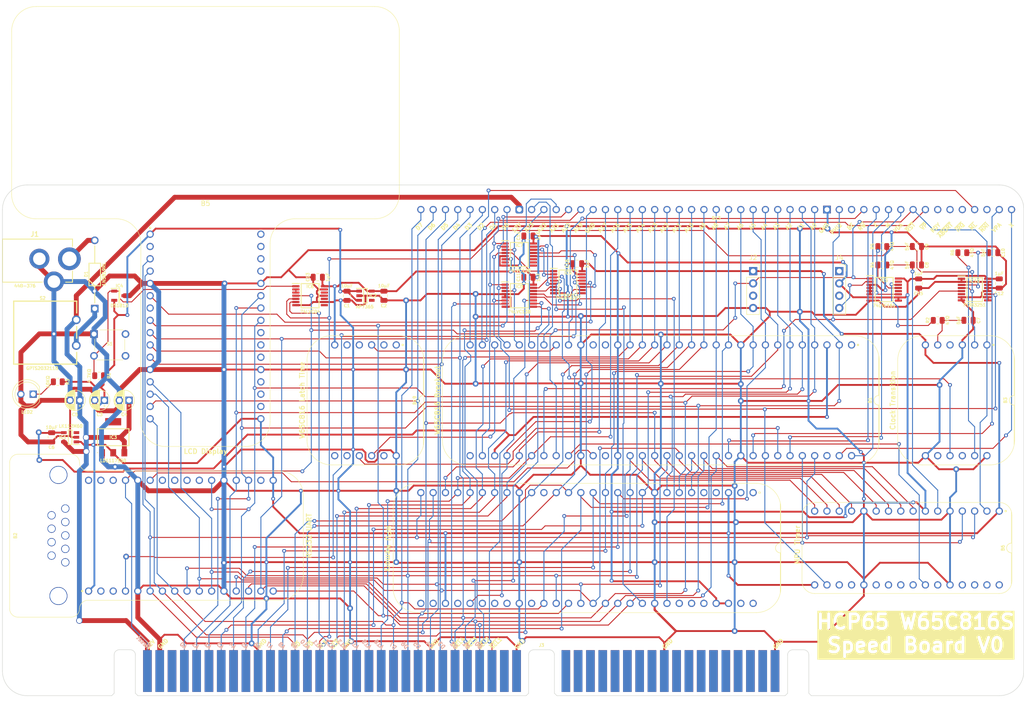
<source format=kicad_pcb>
(kicad_pcb (version 20240108) (generator "pcbnew") (generator_version "8.0")
  (title_block (title "W65C816 High Speed Board") (date "2024-06-18") (rev "V0"))
  (layers (0 "F.Cu" signal) (31 "B.Cu" signal) (36 "B.SilkS" user "B.Silkscreen") (37 "F.SilkS" user "F.Silkscreen") (38 "B.Mask" user) (39 "F.Mask" user) (44 "Edge.Cuts" user))
  (net 0 "")
  (net 1 "/5V")
  (net 3 "/3.3V")
  (net 6 "/~{PHI2}")
  (net 7 "/~{INT}")
  (net 9 "/~{UART}")
  (net 12 "/Bank Latch")
  (net 13 "/R~{W}")
  (net 22 "/Clock")
  (net 23 "/~{RAM}")
  (net 26 "/BA4")
  (net 31 "/PHI2")
  (net 34 "/~{Reset Switch}")
  (net 35 "/~{VP}")
  (net 36 "/~{ML}")
  (net 37 "/E")
  (net 38 "/~{Trans Out}")
  (net 40 "/VPA")
  (net 41 "/VDA")
  (net 42 "/50MHZ")
  (net 43 "/25MHZ")
  (net 44 "/CLK")
  (net 46 "/Reset")
  (net 55 "Net-(LED2-K)")
  (net 56 "/X")
  (net 57 "/M")
  (net 64 "/BA6")
  (net 65 "/BA5")
  (net 66 "/BA3")
  (net 67 "/BA1")
  (net 68 "/BA2")
  (net 69 "/BA7")
  (net 85 "/W65C816V")
  (net 96 "/~{LCD}")
  (net 101 "/12V Socket")
  (net 102 "/12V Forward")
  (net 103 "/~{NMI}")
  (net 115 "D5")
  (net 116 "D6")
  (net 117 "~{Reset}")
  (net 118 "A15")
  (net 119 "~{WD}")
  (net 120 "A1")
  (net 121 "A2")
  (net 122 "A12")
  (net 123 "GND")
  (net 124 "A4")
  (net 125 "A11")
  (net 126 "D1")
  (net 127 "A5")
  (net 128 "D4")
  (net 129 "A9")
  (net 130 "A10")
  (net 131 "D7")
  (net 132 "A8")
  (net 133 "A14")
  (net 134 "D0")
  (net 135 "A13")
  (net 136 "A3")
  (net 137 "A7")
  (net 138 "A0")
  (net 139 "~{RD}")
  (net 140 "D3")
  (net 141 "A6")
  (net 142 "D2")
  (net 143 "6.25MHZ")
  (net 144 "12V")
  (net 146 "~{6.25MHZ}")
  (net 147 "~{Select}_{Device}4")
  (net 148 "~{Select}_{Device}3")
  (net 149 "~{Select}_{Device}2")
  (net 150 "~{Select}_{Device}1")
  (net 151 "/~{RAM}_{N}")
  (net 152 "BA0")
  (net 153 "/Native Latch")
  (net 154 "Net-(B3-Clock)")
  (net 155 "Net-(IC5-Q1)")
  (net 156 "Net-(IC5-Q0)")
  (net 157 "Net-(IC5-Q3)")
  (net 216 "/~{ROM}")
  (net 219 "/~{RAM}_{E}")
  (net 220 "/~{LCD}_{E}")
  (net 222 "/~{UART}_{E}")
  (net 224 "/~{ROM}_{E}")
  (net 225 "/~{UART}_{N}")
  (net 226 "/~{LCD}_{N}")
  (net 227 "/~{ROM}_{N}")
  (footprint "Connector_PinSocket_2.54mm:PinSocket_1x04_P2.54mm_Vertical" (layer "F.Cu") (at 205.747998 66.04)
    (property "Reference" "J4")
    (property "Value" "Conn_01x04_Socket")
  )
  (footprint "HCP65_Parts:HCP65_Clock_Transition" (layer "F.Cu") (at 236.228 81.28 -90)
    (property "Reference" "B3")
    (property "Value" "Clock Transition" (hide yes))
  )
  (footprint "SamacSys_Parts:C_0805" (layer "F.Cu") (at 232.418 76.2 -90)
    (property "Reference" "C7")
    (property "Value" "5pF")
  )
  (footprint "HCP65_Parts:HCP65_RS232_UART" (layer "F.Cu") (at 50.808 132.08 90)
    (property "Reference" "B2")
    (property "Value" "UART RS232" (hide yes))
  )
  (footprint "SamacSys_Parts:R_0805" (layer "F.Cu") (at 214.638 60.96 90)
    (property "Reference" "R5")
    (property "Value" "47Ω")
  )
  (footprint "SamacSys_Parts:SOP65P640X110-16N" (layer "F.Cu") (at 139.708 71.12)
    (property "Reference" "IC8")
    (property "Value" "74LVC138APW-Q100J" (hide yes))
  )
  (footprint "HCP65_Parts:HCP65_W65C816_Debug_Display" (layer "F.Cu") (at 119.388 53.34)
    (property "Reference" "B13")
    (property "Value" "~")
  )
  (footprint "Connector_PinSocket_2.54mm:PinSocket_1x04_P2.54mm_Vertical" (layer "F.Cu") (at 187.967998 66.04)
    (property "Reference" "J2")
    (property "Value" "Conn_01x04_Socket")
  )
  (footprint "SamacSys_Parts:SOT95P285X130-5N" (layer "F.Cu") (at 107.958 71.12)
    (property "Reference" "IC2")
    (property "Value" "AP7365-33WG-7" (hide yes))
  )
  (footprint "SamacSys_Parts:GPTS203211B" (layer "F.Cu") (at 48.349 78.74)
    (property "Reference" "S2")
    (property "Value" "GPTS203211B" (hide yes))
  )
  (footprint "SamacSys_Parts:CP_Radial_D4.0mm_P2.00mm" (layer "F.Cu") (at 59.158 92.71 180)
    (property "Reference" "C4")
    (property "Value" "10μF")
  )
  (footprint "SamacSys_Parts:98pin Edge Connector" (layer "F.Cu") (at 55.583198 153.669999)
    (property "Reference" "J3")
    (property "Value" "395-098-520-350")
    (fp_line (start 0.5 -8.413) (end 0.5 -0.5) (stroke (width 0.1)) (layer "Edge.Cuts"))
    (fp_line (start 0.5 -0.5) (end 0 0) (stroke (width 0.1)) (layer "Edge.Cuts"))
    (fp_line (start 3.81 -9.479799) (end 1.577048 -9.479799) (stroke (width 0.1)) (layer "Edge.Cuts"))
    (fp_line (start 4.887048 -8.413) (end 4.887048 -0.5) (stroke (width 0.1)) (layer "Edge.Cuts"))
    (fp_line (start 4.887048 -0.5) (end 5.387048 0) (stroke (width 0.1)) (layer "Edge.Cuts"))
    (fp_line (start 85.540048 0) (end 5.387048 0) (stroke (width 0.1)) (layer "Edge.Cuts"))
    (fp_line (start 86.040048 -8.4) (end 86.040048 -0.5) (stroke (width 0.1)) (layer "Edge.Cuts"))
    (fp_line (start 86.040048 -0.5) (end 85.540048 0) (stroke (width 0.1)) (layer "Edge.Cuts"))
    (fp_line (start 87.117096 -9.466799) (end 90.297 -9.466799) (stroke (width 0.1)) (layer "Edge.Cuts"))
    (fp_line (start 91.374048 -8.4) (end 91.374048 -0.5) (stroke (width 0.1)) (layer "Edge.Cuts"))
    (fp_line (start 91.374048 -0.5) (end 91.874048 0) (stroke (width 0.1)) (layer "Edge.Cuts"))
    (fp_line (start 138.999048 0) (end 91.874048 0) (stroke (width 0.1)) (layer "Edge.Cuts"))
    (fp_line (start 139.499048 -8.4) (end 139.499048 -0.5) (stroke (width 0.1)) (layer "Edge.Cuts"))
    (fp_line (start 139.499048 -0.5) (end 138.999048 0) (stroke (width 0.1)) (layer "Edge.Cuts"))
    (fp_line (start 140.576096 -9.466799) (end 142.809048 -9.466799) (stroke (width 0.1)) (layer "Edge.Cuts"))
    (fp_line (start 143.886096 -8.4) (end 143.886096 -0.5) (stroke (width 0.1)) (layer "Edge.Cuts"))
    (fp_line (start 143.886096 -0.5) (end 144.386096 0) (stroke (width 0.1)) (layer "Edge.Cuts"))
    (fp_arc (start 0.5 -8.413) (mid 0.817585 -9.169461) (end 1.577048 -9.479799) (stroke (width 0.1)) (layer "Edge.Cuts"))
    (fp_arc (start 3.81 -9.479799) (mid 4.569467 -9.169465) (end 4.887048 -8.413) (stroke (width 0.1)) (layer "Edge.Cuts"))
    (fp_arc (start 86.040048 -8.4) (mid 86.357626 -9.156454) (end 87.117096 -9.466799) (stroke (width 0.1)) (layer "Edge.Cuts"))
    (fp_arc (start 90.297 -9.466799) (mid 91.056476 -9.156459) (end 91.374048 -8.4) (stroke (width 0.1)) (layer "Edge.Cuts"))
    (fp_arc (start 139.499048 -8.4) (mid 139.816626 -9.156454) (end 140.576096 -9.466799) (stroke (width 0.1)) (layer "Edge.Cuts"))
    (fp_arc (start 142.809048 -9.466799) (mid 143.568523 -9.156472) (end 143.886096 -8.4) (stroke (width 0.1)) (layer "Edge.Cuts"))
  )
  (footprint "SamacSys_Parts:448376" (layer "F.Cu") (at 35.6212 63.5 180)
    (property "Reference" "J1")
    (property "Value" "448-376")
  )
  (footprint "SamacSys_Parts:C_0805" (layer "F.Cu") (at 237.498 62.23 -90)
    (property "Reference" "C10")
    (property "Value" "5pF")
  )
  (footprint "HCP65_Parts:HCP65_W65C816_Latch_Time" (layer "F.Cu") (at 114.308 81.28 -90)
    (property "Reference" "B19")
    (property "Value" "W65C816_Latch_Time" (hide yes))
  )
  (footprint "SamacSys_Parts:R_0805" (layer "F.Cu") (at 226.068 76.2 90)
    (property "Reference" "R2")
    (property "Value" "47Ω")
  )
  (footprint "SamacSys_Parts:C_0805" (layer "F.Cu") (at 221.758 60.96 -90)
    (property "Reference" "C9")
    (property "Value" "5pF")
  )
  (footprint "SamacSys_Parts:R_0805" (layer "F.Cu") (at 44.458 88.9 -90)
    (property "Reference" "R3")
    (property "Value" "10KΩ")
  )
  (footprint "SamacSys_Parts:C_0805" (layer "F.Cu") (at 222.130998 68.58 180)
    (property "Reference" "C15")
    (property "Value" "1µF")
  )
  (footprint "SamacSys_Parts:CP_Radial_D4.0mm_P2.00mm" (layer "F.Cu") (at 48.998 92.71 180)
    (property "Reference" "C5")
    (property "Value" "10μF")
  )
  (footprint "SamacSys_Parts:C_0805" (layer "F.Cu") (at 238.767998 68.58 180)
    (property "Reference" "C12")
    (property "Value" "1µF")
  )
  (footprint "SamacSys_Parts:C_0805" (layer "F.Cu") (at 141.612998 58.801 90)
    (property "Reference" "C14")
    (property "Value" "1µF")
  )
  (footprint "HCP65_Parts:HCP65_MPU_Timer" (layer "F.Cu") (at 238.768 115.57 -90)
    (property "Reference" "B6")
    (property "Value" "MPU Timer" (hide yes))
  )
  (footprint "SamacSys_Parts:SOP65P640X110-16N" (layer "F.Cu") (at 139.703998 62.622)
    (property "Reference" "IC7")
    (property "Value" "74LVC138APW-Q100J" (hide yes))
  )
  (footprint "SamacSys_Parts:C_0805" (layer "F.Cu") (at 43.188 100.33 180)
    (property "Reference" "C6")
    (property "Value" "10µF")
  )
  (footprint "SamacSys_Parts:CP_Radial_D4.0mm_P2.00mm" (layer "F.Cu") (at 54.078 92.71 180)
    (property "Reference" "C3")
    (property "Value" "100μF")
  )
  (footprint "SamacSys_Parts:C_0805" (layer "F.Cu") (at 151.645998 64.516 90)
    (property "Reference" "C16")
    (property "Value" "1µF")
  )
  (footprint "SamacSys_Parts:SOT95P285X130-5N" (layer "F.Cu") (at 46.998 100.33 180)
    (property "Reference" "IC1")
    (property "Value" "LK112M60TR" (hide yes))
  )
  (footprint "SamacSys_Parts:C_0805" (layer "F.Cu") (at 141.613 67.31 90)
    (property "Reference" "C11")
    (property "Value" "1µF")
  )
  (footprint "HCP65_Parts:HCP65_W65C816_Breakout" (layer "F.Cu") (at 208.288 81.28 -90)
    (property "Reference" "B1")
    (property "Value" "W65C816 Breakout" (hide yes))
  )
  (footprint "SamacSys_Parts:DTS62NV" (layer "F.Cu") (at 51.928 79.03)
    (property "Reference" "S1")
    (property "Value" "DTS-62N-V" (hide yes))
  )
  (footprint "SamacSys_Parts:C_0805" (layer "F.Cu") (at 221.758 64.77 -90)
    (property "Reference" "C8")
    (property "Value" "5pF")
  )
  (footprint "SamacSys_Parts:C_0805" (layer "F.Cu") (at 104.148 71.12 180)
    (property "Reference" "C1")
    (property "Value" "10µF")
  )
  (footprint "SamacSys_Parts:SOP65P640X120-16N" (layer "F.Cu") (at 149.740998 68.326)
    (property "Reference" "IC9")
    (property "Value" "SN74CBT3257CPWR" (hide yes))
  )
  (footprint "SamacSys_Parts:LD1117S33C" (layer "F.Cu") (at 55.888 100.33)
    (property "Reference" "IC3")
    (property "Value" "LD1117S50C" (hide yes))
  )
  (footprint "SamacSys_Parts:SOP65P640X110-14N" (layer "F.Cu") (at 96.528 71.12)
    (property "Reference" "IC6")
    (property "Value" "74LVC04APW,118" (hide yes))
  )
  (footprint "SamacSys_Parts:R_0805" (layer "F.Cu") (at 52.9905 87.64 -90)
    (property "Reference" "R1")
    (property "Value" "4.7KΩ")
  )
  (footprint "SamacSys_Parts:SOT95P237X112-3N" (layer "F.Cu") (at 57.158 71.12)
    (property "Reference" "IC4")
    (property "Value" "DS1813R-10+T&R" (hide yes))
  )
  (footprint "SamacSys_Parts:R_0805" (layer "F.Cu") (at 214.638 64.77 90)
    (property "Reference" "R4")
    (property "Value" "47Ω")
  )
  (footprint "SamacSys_Parts:C_0805" (layer "F.Cu") (at 111.768 71.12 180)
    (property "Reference" "C2")
    (property "Value" "10µF")
  )
  (footprint "SamacSys_Parts:SOP64P599X175-16N" (layer "F.Cu") (at 233.688 69.85)
    (property "Reference" "IC10")
    (property "Value" "PI3B3251QE" (hide yes))
  )
  (footprint "HCP65_Parts:HCP65_MPU_Memory" (layer "F.Cu") (at 187.968 111.76 -90)
    (property "Reference" "B4" (hide yes))
    (property "Value" "MPU Memory" (hide yes))
  )
  (footprint "SamacSys_Parts:DIOAD1414W86L464D238" (layer "F.Cu") (at 52.078 73.79 90)
    (property "Reference" "D1")
    (property "Value" "1N5819RL")
  )
  (footprint "SamacSys_Parts:C_0805" (layer "F.Cu") (at 98.134 67.31 90)
    (property "Reference" "C13")
    (property "Value" "1µF")
  )
  (footprint "SamacSys_Parts:LED_D5.0mm" (layer "F.Cu") (at 39.378 91.44 180)
    (property "Reference" "LED2")
    (property "Value" "Red")
  )
  (footprint "SamacSys_Parts:R_0805" (layer "F.Cu") (at 231.148 62.23 90)
    (property "Reference" "R6")
    (property "Value" "47Ω")
  )
  (footprint "SamacSys_Parts:SOP65P640X110-16N" (layer "F.Cu") (at 215.023 69.85)
    (property "Reference" "IC5")
    (property "Value" "74LVC161PW,112" (hide yes))
  )
  (footprint "HCP65_Parts:HCP65_LCD_Display" (layer "F.Cu") (at 63.508 58.42)
    (property "Reference" "B5")
    (property "Value" "LCD Display" (hide yes))
  )
  (gr_line (start 55.583198 153.669999) (end 38.107998 153.67) (stroke (width 0.1)) (layer "Edge.Cuts"))
  (gr_arc (start 33.027998 53.34) (mid 34.515896 49.747898) (end 38.107998 48.26) (stroke (width 0.1)) (layer "Edge.Cuts"))
  (gr_line (start 238.767998 153.669998) (end 199.969294 153.669999) (stroke (width 0.1)) (layer "Edge.Cuts"))
  (gr_arc (start 38.107998 153.67) (mid 34.515896 152.182102) (end 33.027998 148.59) (stroke (width 0.1)) (layer "Edge.Cuts"))
  (gr_line (start 33.027998 148.59) (end 33.027998 53.34) (stroke (width 0.1)) (layer "Edge.Cuts"))
  (gr_arc (start 243.847998 148.59) (mid 242.360101 152.182104) (end 238.767998 153.67) (stroke (width 0.1)) (layer "Edge.Cuts"))
  (gr_line (start 238.768 48.26) (end 38.107998 48.26) (stroke (width 0.1)) (layer "Edge.Cuts"))
  (gr_line (start 243.847998 148.59) (end 243.847999 53.34) (stroke (width 0.1)) (layer "Edge.Cuts"))
  (gr_arc (start 238.768 48.26) (mid 242.360102 49.747898) (end 243.848 53.34) (stroke (width 0.1)) (layer "Edge.Cuts"))
  (gr_text "A12" (at 101.099998 144.272 315) (layer "B.SilkS") (effects (font (size 0.8 0.8) (thickness 0.2) (bold yes)) (justify left bottom mirror)))
  (gr_text "A11" (at 98.559998 144.272 315) (layer "B.SilkS") (effects (font (size 0.8 0.8) (thickness 0.2) (bold yes)) (justify left bottom mirror)))
  (gr_text "~{Reset}" (at 62.999998 144.272 -45) (layer "B.SilkS") (effects (font (size 0.8 0.8) (thickness 0.2) (bold yes)) (justify left bottom mirror)))
  (gr_text "A8" (at 90.939998 144.272 315) (layer "B.SilkS") (effects (font (size 0.8 0.8) (thickness 0.2) (bold yes)) (justify left bottom mirror)))
  (gr_text "A7" (at 88.399998 144.272 315) (layer "B.SilkS") (effects (font (size 0.8 0.8) (thickness 0.2) (bold yes)) (justify left bottom mirror)))
  (gr_text "D4" (at 121.419998 144.145 315) (layer "B.SilkS") (effects (font (size 0.8 0.8) (thickness 0.2) (bold yes)) (justify left bottom mirror)))
  (gr_text "A0" (at 70.619998 144.272 315) (layer "B.SilkS") (effects (font (size 0.8 0.8) (thickness 0.2) (bold yes)) (justify left bottom mirror)))
  (gr_text "D5" (at 118.879998 144.272 315) (layer "B.SilkS") (effects (font (size 0.8 0.8) (thickness 0.2) (bold yes)) (justify left bottom mirror)))
  (gr_text "A2" (at 75.699998 144.272 315) (layer "B.SilkS") (effects (font (size 0.8 0.8) (thickness 0.2) (bold yes)) (justify left bottom mirror)))
  (gr_text "A10" (at 96.019998 144.272 315) (layer "B.SilkS") (effects (font (size 0.8 0.8) (thickness 0.2) (bold yes)) (justify left bottom mirror)))
  (gr_text "D3" (at 123.959998 144.272 315) (layer "B.SilkS") (effects (font (size 0.8 0.8) (thickness 0.2) (bold yes)) (justify left bottom mirror)))
  (gr_text "A1" (at 73.159998 144.272 315) (layer "B.SilkS") (effects (font (size 0.8 0.8) (thickness 0.2) (bold yes)) (justify left bottom mirror)))
  (gr_text "D2" (at 126.499998 144.272 315) (layer "B.SilkS") (effects (font (size 0.8 0.8) (thickness 0.2) (bold yes)) (justify left bottom mirror)))
  (gr_text "A15" (at 108.719998 144.272 315) (layer "B.SilkS") (effects (font (size 0.8 0.8) (thickness 0.2) (bold yes)) (justify left bottom mirror)))
  (gr_text "D0" (at 131.579998 144.272 315) (layer "B.SilkS") (effects (font (size 0.8 0.8) (thickness 0.2) (bold yes)) (justify left bottom mirror)))
  (gr_text "A13" (at 103.639998 144.272 315) (layer "B.SilkS") (effects (font (size 0.8 0.8) (thickness 0.2) (bold yes)) (justify left bottom mirror)))
  (gr_text "A6" (at 85.859998 144.272 315) (layer "B.SilkS") (effects (font (size 0.8 0.8) (thickness 0.2) (bold yes)) (justify left bottom mirror)))
  (gr_text "D6" (at 116.339998 144.272 315) (layer "B.SilkS") (effects (font (size 0.8 0.8) (thickness 0.2) (bold yes)) (justify left bottom mirror)))
  (gr_text "D7" (at 113.926998 144.399 315) (layer "B.SilkS") (effects (font (size 0.8 0.8) (thickness 0.2) (bold yes)) (justify left bottom mirror)))
  (gr_text "A14" (at 106.179998 144.272 315) (layer "B.SilkS") (effects (font (size 0.8 0.8) (thickness 0.2) (bold yes)) (justify left bottom mirror)))
  (gr_text "A16" (at 111.259998 144.272 315) (layer "B.SilkS") (effects (font (size 0.8 0.8) (thickness 0.2) (bold yes)) (justify left bottom mirror)))
  (gr_text "A3" (at 78.239998 144.272 315) (layer "B.SilkS") (effects (font (size 0.8 0.8) (thickness 0.2) (bold yes)) (justify left bottom mirror)))
  (gr_text "D1" (at 129.039998 144.272 315) (layer "B.SilkS") (effects (font (size 0.8 0.8) (thickness 0.2) (bold yes)) (justify left bottom mirror)))
  (gr_text "A9" (at 93.479998 144.272 315) (layer "B.SilkS") (effects (font (size 0.8 0.8) (thickness 0.2) (bold yes)) (justify left bottom mirror)))
  (gr_text "A5" (at 83.319998 144.272 315) (layer "B.SilkS") (effects (font (size 0.8 0.8) (thickness 0.2) (bold yes)) (justify left bottom mirror)))
  (gr_text "A4" (at 80.779998 144.272 315) (layer "B.SilkS") (effects (font (size 0.8 0.8) (thickness 0.2) (bold yes)) (justify left bottom mirror)))
  (gr_text "~{RD}" (at 93.479998 144.272 45) (layer "F.SilkS") (effects (font (size 0.8 0.8) (thickness 0.2) (bold yes)) (justify left bottom)))
  (gr_text "A19" (at 152.407998 55.88 45) (layer "F.SilkS") (effects (font (size 0.8 0.8) (thickness 0.2) (bold yes)) (justify right top)))
  (gr_text "~{SEL}4" (at 126.499998 144.272 45) (layer "F.SilkS") (effects (font (size 0.8 0.8) (thickness 0.2) (bold yes)) (justify left bottom)))
  (gr_text "A2" (at 195.587998 55.88 45) (layer "F.SilkS") (effects (font (size 0.8 0.8) (thickness 0.2) (bold yes)) (justify right top)))
  (gr_text "GND" (at 154.947998 55.88 45) (layer "F.SilkS") (effects (font (size 0.8 0.8) (thickness 0.2) (bold yes)) (justify right top)))
  (gr_text "12V" (at 62.999998 144.272 45) (layer "F.SilkS") (effects (font (size 0.8 0.8) (thickness 0.2) (bold yes)) (justify left bottom)))
  (gr_text "GND" (at 65.539998 144.272 45) (layer "F.SilkS") (effects (font (size 0.8 0.8) (thickness 0.2) (bold yes)) (justify left bottom)))
  (gr_text "CLK" (at 98.559998 144.272 45) (layer "F.SilkS") (effects (font (size 0.8 0.8) (thickness 0.2) (bold yes)) (justify left bottom)))
  (gr_text "~{ML}" (at 233.687998 55.88 45) (layer "F.SilkS") (effects (font (size 0.8 0.8) (thickness 0.2) (bold yes)) (justify right top)))
  (gr_text "~{SEL}2" (at 131.579998 144.272 45) (layer "F.SilkS") (effects (font (size 0.8 0.8) (thickness 0.2) (bold yes)) (justify left bottom)))
  (gr_text "VDA" (at 218.447998 55.88 45) (layer "F.SilkS") (effects (font (size 0.8 0.8) (thickness 0.2) (bold yes)) (justify right top)))
  (gr_text "~{WD}" (at 96.019998 144.272 45) (layer "F.SilkS") (effects (font (size 0.8 0.8) (thickness 0.2) (bold yes)) (justify left bottom)))
  (gr_text "BE" (at 208.414998 55.88 45) (layer "F.SilkS") (effects (font (size 0.8 0.8) (thickness 0.2) (bold yes)) (justify right top)))
  (gr_text "R~{W}" (at 210.827998 55.88 45) (layer "F.SilkS") (effects (font (size 0.8 0.8) (thickness 0.2) (bold yes)) (justify right top)))
  (gr_text "A8" (at 180.347998 55.88 45) (layer "F.SilkS") (effects (font (size 0.8 0.8) (thickness 0.2) (bold yes)) (justify right top)))
  (gr_text "~{ABORT}" (at 228.734998 55.88 45) (layer "F.SilkS") (effects (font (size 0.8 0.8) (thickness 0.2) (bold yes)) (justify right top)))
  (gr_text "GND" (at 169.679998 144.272 45) (layer "F.SilkS") (effects (font (size 0.8 0.8) (thickness 0.2) (bold yes)) (justify left bottom)))
  (gr_text "D3" (at 129.547998 55.88 45) (layer "F.SilkS") (effects (font (size 0.8 0.8) (thickness 0.2) (bold yes)) (justify right top)))
  (gr_text "A22" (at 144.914998 55.88 45) (layer "F.SilkS") (effects (font (size 0.8 0.8) (thickness 0.2) (bold yes)) (justify right top)))
  (gr_text "~{SEL}3" (at 129.039998 144.272 45) (layer "F.SilkS") (effects (font (size 0.8 0.8) (thickness 0.2) (bold yes)) (justify left bottom)))
  (gr_text "A4" (at 190.507998 55.88 45) (layer "F.SilkS") (effects (font (size 0.8 0.8) (thickness 0.2) (bold yes)) (justify right top)))
  (gr_text "A3" (at 193.047998 55.88 45) (layer "F.SilkS") (effects (font (size 0.8 0.8) (thickness 0.2) (bold yes)) (justify right top)))
  (gr_text "A5" (at 188.094998 55.88 45) (layer "F.SilkS") (effects (font (size 0.8 0.8) (thickness 0.2) (bold yes)) (justify right top)))
  (gr_text "PHI2" (at 205.874998 55.88 45) (layer "F.SilkS") (effects (font (size 0.8 0.8) (thickness 0.2) (bold yes)) (justify right top)))
  (gr_text "RDY" (at 226.194998 55.88 45) (layer "F.SilkS") (effects (font (size 0.8 0.8) (thickness 0.2) (bold yes)) (justify right top)))
  (gr_text "~{VP}" (at 223.527998 55.88 45) (layer "F.SilkS") (effects (font (size 0.8 0.8) (thickness 0.2) (bold yes)) (justify right top)))
  (gr_text "D0" (at 137.167998 55.88 45) (layer "F.SilkS") (effects (font (size 0.8 0.8) (thickness 0.2) (bold yes)) (justify right top)))
  (gr_text "D1" (at 134.627998 55.88 45) (layer "F.SilkS") (effects (font (size 0.8 0.8) (thickness 0.2) (bold yes)) (justify right top)))
  (gr_text "A0" (at 200.667998 55.88 45) (layer "F.SilkS") (effects (font (size 0.8 0.8) (thickness 0.2) (bold yes)) (justify right top)))
  (gr_text "~{NMI}" (at 236.227998 55.88 45) (layer "F.SilkS") (effects (font (size 0.8 0.8) (thickness 0.2) (bold yes)) (justify right top)))
  (gr_text "A12" (at 170.187998 55.88 45) (layer "F.SilkS") (effects (font (size 0.8 0.8) (thickness 0.2) (bold yes)) (justify right top)))
  (gr_text "A23" (at 142.247998 55.753 45) (layer "F.SilkS") (effects (font (size 0.8 0.8) (thickness 0.2) (bold yes)) (justify right top)))
  (gr_text "GND" (at 103.639998 144.272 45) (layer "F.SilkS") (effects (font (size 0.8 0.8) (thickness 0.2) (bold yes)) (justify left bottom)))
  (gr_text "A17" (at 157.487998 55.88 45) (layer "F.SilkS") (effects (font (size 0.8 0.8) (thickness 0.2) (bold yes)) (justify right top)))
  (gr_text "D2" (at 132.087998 55.88 45) (layer "F.SilkS") (effects (font (size 0.8 0.8) (thickness 0.2) (bold yes)) (justify right top)))
  (gr_text "~{IRQ}" (at 231.147998 55.88 45) (layer "F.SilkS") (effects (font (size 0.8 0.8) (thickness 0.2) (bold yes)) (justify right top)))
  (gr_text "~{SEL}1" (at 134.119998 144.272 45) (layer "F.SilkS") (effects (font (size 0.8 0.8) (thickness 0.2) (bold yes)) (justify left bottom)))
  (gr_text "~{CLK}" (at 101.099998 144.272 45) (layer "F.SilkS") (effects (font (size 0.8 0.8) (thickness 0.2) (bold yes)) (justify left bottom)))
  (gr_text "VPA" (at 238.767998 55.88 45) (layer "F.SilkS") (effects (font (size 0.8 0.8) (thickness 0.2) (bold yes)) (justify right top)))
  (gr_text "D5" (at 124.594998 55.88 45) (layer "F.SilkS") (effects (font (size 0.8 0.8) (thickness 0.2) (bold yes)) (justify right top)))
  (gr_text "A10" (at 175.267998 55.88 45) (layer "F.SilkS") (effects (font (size 0.8 0.8) (thickness 0.2) (bold yes)) (justify right top)))
  (gr_text "D7" (at 119.387998 55.88 45) (layer "F.SilkS") (effects (font (size 0.8 0.8) (thickness 0.2) (bold yes)) (justify right top)))
  (gr_text "A11" (at 172.727998 55.88 45) (layer "F.SilkS") (effects (font (size 0.8 0.8) (thickness 0.2) (bold yes)) (justify right top)))
  (gr_text "GND" (at 203.207998 55.88 45) (layer "F.SilkS") (effects (font (size 0.8 0.8) (thickness 0.2) (bold yes)) (justify right top)))
  (gr_text "M" (at 215.907998 55.88 45) (layer "F.SilkS") (effects (font (size 0.8 0.8) (thickness 0.2) (bold yes)) (justify right top)))
  (gr_text "GND" (at 85.859998 144.272 45) (layer "F.SilkS") (effects (font (size 0.8 0.8) (thickness 0.2) (bold yes)) (justify left bottom)))
  (gr_text "~{RST}" (at 220.987998 55.88 45) (layer "F.SilkS") (effects (font (size 0.8 0.8) (thickness 0.2) (bold yes)) (justify right top)))
  (gr_text "E" (at 213.367998 55.88 45) (layer "F.SilkS") (effects (font (size 0.8 0.8) (thickness 0.2) (bold yes)) (justify right top)))
  (gr_text "A15" (at 162.567998 55.88 45) (layer "F.SilkS") (effects (font (size 0.8 0.8) (thickness 0.2) (bold yes)) (justify right top)))
  (gr_text "A7" (at 182.887998 55.88 45) (layer "F.SilkS") (effects (font (size 0.8 0.8) (thickness 0.2) (bold yes)) (justify right top)))
  (gr_text "D4" (at 127.134998 55.88 45) (layer "F.SilkS") (effects (font (size 0.8 0.8) (thickness 0.2) (bold yes)) (justify right top)))
  (gr_text "HCP65 W65C816S\nSpeed Board V0" (at 221.495998 140.843 0) (layer "F.SilkS" knockout) (effects (font (size 3 3) (thickness 0.6) (bold yes))))
  (gr_text "GND" (at 192.539998 144.272 45) (layer "F.SilkS") (effects (font (size 0.8 0.8) (thickness 0.2) (bold yes)) (justify left bottom)))
  (gr_text "A9" (at 177.807998 55.88 45) (layer "F.SilkS") (effects (font (size 0.8 0.8) (thickness 0.2) (bold yes)) (justify right top)))
  (gr_text "A13" (at 167.774998 55.88 45) (layer "F.SilkS") (effects (font (size 0.8 0.8) (thickness 0.2) (bold yes)) (justify right top)))
  (gr_text "D6" (at 121.927998 55.88 45) (layer "F.SilkS") (effects (font (size 0.8 0.8) (thickness 0.2) (bold yes)) (justify right top)))
  (gr_text "A1" (at 198.127998 55.88 45) (layer "F.SilkS") (effects (font (size 0.8 0.8) (thickness 0.2) (bold yes)) (justify right top)))
  (gr_text "GND" (at 139.199998 144.272 45) (layer "F.SilkS") (effects (font (size 0.8 0.8) (thickness 0.2) (bold yes)) (justify left bottom)))
  (gr_text "A6" (at 185.554998 55.88 45) (layer "F.SilkS") (effects (font (size 0.8 0.8) (thickness 0.2) (bold yes)) (justify right top)))
  (gr_text "GND" (at 121.419998 144.272 45) (layer "F.SilkS") (effects (font (size 0.8 0.8) (thickness 0.2) (bold yes)) (justify left bottom)))
  (gr_text "A20" (at 149.867998 55.88 45) (layer "F.SilkS") (effects (font (size 0.8 0.8) (thickness 0.2) (bold yes)) (justify right top)))
  (gr_text "A16" (at 160.027998 55.88 45) (layer "F.SilkS") (effects (font (size 0.8 0.8) (thickness 0.2) (bold yes)) (justify right top)))
  (gr_text "X" (at 241.307998 55.88 45) (layer "F.SilkS") (effects (font (size 0.8 0.8) (thickness 0.2) (bold yes)) (justify right top)))
  (gr_text "A14" (at 165.234998 55.88 45) (layer "F.SilkS") (effects (font (size 0.8 0.8) (thickness 0.2) (bold yes)) (justify right top)))
  (gr_text "12V" (at 139.707998 55.88 45) (layer "F.SilkS") (effects (font (size 0.8 0.8) (thickness 0.2) (bold yes)) (justify right top)))
  (gr_text "A21" (at 147.454998 55.88 45) (layer "F.SilkS") (effects (font (size 0.8 0.8) (thickness 0.2) (bold yes)) (justify right top)))
  (segment (start 86.3047 96.52) (end 82.367498 96.52) (width 0.38) (layer "F.Cu") (net 1))
  (segment (start 64.651 57.277) (end 102.496998 57.277) (width 0.38) (layer "F.Cu") (net 1))
  (segment (start 223.528 83.312002) (end 225.201298 84.9853) (width 0.38) (layer "F.Cu") (net 1))
  (segment (start 73.223498 105.664) (end 57.9398 105.664) (width 0.38) (layer "F.Cu") (net 1))
  (segment (start 124.468 120.1311) (end 182.877098 120.1311) (width 0.38) (layer "F.Cu") (net 1))
  (segment (start 187.967998 66.04) (end 201.989498 66.04) (width 0.38) (layer "F.Cu") (net 1))
  (segment (start 104.148 70.186) (end 102.795998 70.186) (width 0.38) (layer "F.Cu") (net 1))
  (segment (start 48.298 101.28) (end 49.217998 101.28) (width 0.38) (layer "F.Cu") (net 1))
  (segment (start 49.834598 101.8966) (end 51.7725 101.8966) (width 0.38) (layer "F.Cu") (net 1))
  (segment (start 223.528 81.28) (end 223.528 80.264002) (width 0.38) (layer "F.Cu") (net 1))
  (segment (start 152.579998 64.516) (end 154.058998 64.516) (width 0.38) (layer "F.Cu") (net 1))
  (segment (start 225.201298 84.9853) (end 238.7726 84.9853) (width 0.38) (layer "F.Cu") (net 1))
  (segment (start 223.528 80.264002) (end 222.257998 78.994) (width 0.38) (layer "F.Cu") (net 1))
  (segment (start 88.908001 114.681003) (end 88.908001 113.030003) (width 0.38) (layer "F.Cu") (net 1))
  (segment (start 53.347998 90.043) (end 54.078 90.773002) (width 0.38) (layer "F.Cu") (net 1))
  (segment (start 201.989498 66.04) (end 202.572998 66.6235) (width 0.38) (layer "F.Cu") (net 1))
  (segment (start 51.178998 88.89) (end 45.3705 88.89) (width 0.38) (layer "F.Cu") (net 1))
  (segment (start 152.678998 66.051) (end 152.678998 64.615) (width 0.38) (layer "F.Cu") (net 1))
  (segment (start 200.668 130.81) (end 184.792998 130.81) (width 0.38) (layer "F.Cu") (net 1))
  (segment (start 52.331998 90.043) (end 51.178998 88.89) (width 0.38) (layer "F.Cu") (net 1))
  (segment (start 53.903 87.63) (end 53.903 89.487998) (width 0.38) (layer "F.Cu") (net 1))
  (segment (start 102.795998 70.186) (end 102.750998 70.231) (width 0.38) (layer "F.Cu") (net 1))
  (segment (start 82.367498 96.52) (end 73.223498 105.664) (width 0.38) (layer "F.Cu") (net 1))
  (segment (start 53.903 89.487998) (end 53.347998 90.043) (width 0.38) (layer "F.Cu") (net 1))
  (segment (start 184.792998 130.81) (end 182.887998 128.905) (width 0.38) (layer "F.Cu") (net 1))
  (segment (start 94.377798 120.1508) (end 88.908001 114.681003) (width 0.38) (layer "F.Cu") (net 1))
  (segment (start 234.195998 120.142002) (end 238.768 115.57) (width 0.38) (layer "F.Cu") (net 1))
  (segment (start 102.496998 57.277) (end 102.750997 57.530999) (width 0.38) (layer "F.Cu") (net 1))
  (segment (start 106.658 70.17) (end 104.164 70.17) (width 0.38) (layer "F.Cu") (net 1))
  (segment (start 182.888 120.142002) (end 234.195998 120.142002) (width 0.38) (layer "F.Cu") (net 1))
  (segment (start 155.582998 66.04) (end 187.967998 66.04) (width 0.38) (layer "F.Cu") (net 1))
  (segment (start 56.903998 75.1062) (end 58.8084 75.1062) (width 0.38) (layer "F.Cu") (net 1))
  (segment (start 124.4483 120.1508) (end 94.377798 120.1508) (width 0.38) (layer "F.Cu") (net 1))
  (segment (start 124.468 120.1311) (end 124.4483 120.1508) (width 0.38) (layer "F.Cu") (net 1))
  (segment (start 56.108 74.310202) (end 56.903998 75.1062) (width 0.38) (layer "F.Cu") (net 1))
  (segment (start 154.058998 64.516) (end 155.582998 66.04) (width 0.38) (layer "F.Cu") (net 1))
  (segment (start 56.108 85.425) (end 53.903 87.63) (width 0.38) (layer "F.Cu") (net 1))
  (segment (start 106.032 72.07) (end 104.148 70.186) (width 0.38) (layer "F.Cu") (net 1))
  (segment (start 49.217998 101.28) (end 49.834598 101.8966) (width 0.38) (layer "F.Cu") (net 1))
  (segment (start 54.078 90.773002) (end 54.078 92.71) (width 0.38) (layer "F.Cu") (net 1))
  (segment (start 222.257998 78.994) (end 206.256004 78.994) (width 0.38) (layer "F.Cu") (net 1))
  (segment (start 56.108 85.425) (end 56.108 75.902198) (width 0.38) (layer "F.Cu") (net 1))
  (segment (start 63.508 58.42) (end 64.651 57.277) (width 0.38) (layer "F.Cu") (net 1))
  (segment (start 54.2546 101.8966) (end 55.888 103.53) (width 0.38) (layer "F.Cu") (net 1))
  (segment (start 182.877098 120.1311) (end 182.888 120.142002) (width 0.38) (layer "F.Cu") (net 1))
  (segment (start 223.528 81.7854) (end 223.528 83.312002) (width 0.38) (layer "F.Cu") (net 1))
  (segment (start 51.7725 101.8966) (end 54.2546 101.8966) (width 0.38) (layer "F.Cu") (net 1))
  (segment (start 56.108 72.07) (end 56.108 74.310202) (width 0.38) (layer "F.Cu") (net 1))
  (segment (start 57.9398 105.664) (end 55.888 103.6122) (width 0.38) (layer "F.Cu") (net 1))
  (segment (start 106.658 72.07) (end 106.032 72.07) (width 0.38) (layer "F.Cu") (net 1))
  (segment (start 56.108 75.902198) (end 56.903998 75.1062) (width 0.38) (layer "F.Cu") (net 1))
  (segment (start 53.347998 90.043) (end 52.331998 90.043) (width 0.38) (layer "F.Cu") (net 1))
  (via (at 182.888 120.142002) (size 0.8) (drill 0.4) (layers "F.Cu" "B.Cu") (net 1))
  (via (at 206.256004 78.994) (size 0.8) (drill 0.4) (layers "F.Cu" "B.Cu") (net 1))
  (via (at 102.750997 57.530999) (size 0.8) (drill 0.4) (layers "F.Cu" "B.Cu") (net 1))
  (via (at 88.908001 113.030003) (size 0.8) (drill 0.4) (layers "F.Cu" "B.Cu") (net 1))
  (via (at 51.7725 101.8966) (size 0.8) (drill 0.4) (layers "F.Cu" "B.Cu") (net 1))
  (via (at 58.8084 75.1062) (size 0.8) (drill 0.4) (layers "F.Cu" "B.Cu") (net 1))
  (via (at 102.750998 70.231) (size 0.8) (drill 0.4) (layers "F.Cu" "B.Cu") (net 1))
  (via (at 202.572998 66.6235) (size 0.8) (drill 0.4) (layers "F.Cu" "B.Cu") (net 1))
  (via (at 182.887998 128.905) (size 0.8) (drill 0.4) (layers "F.Cu" "B.Cu") (net 1))
  (via (at 124.468 120.1311) (size 0.8) (drill 0.4) (layers "F.Cu" "B.Cu") (net 1))
  (via (at 238.7726 84.9853) (size 0.8) (drill 0.4) (layers "F.Cu" "B.Cu") (net 1))
  (segment (start 206.255992 78.994) (end 206.256004 78.994) (width 0.38) (layer "B.Cu") (net 1))
  (segment (start 52.0045 94.7835) (end 54.078 92.71) (width 0.38) (layer "B.Cu") (net 1))
  (segment (start 88.908 104.521002) (end 86.368 101.981002) (width 0.38) (layer "B.Cu") (net 1))
  (segment (start 124.4735 120.1366) (end 124.468 120.1311) (width 0.38) (layer "B.Cu") (net 1))
  (segment (start 52.0045 101.8966) (end 51.7725 101.8966) (width 0.38) (layer "B.Cu") (net 1))
  (segment (start 202.572998 75.311006) (end 206.255992 78.994) (width 0.38) (layer "B.Cu") (net 1))
  (segment (start 88.908 109.22) (end 88.908 113.030002) (width 0.38) (layer "B.Cu") (net 1))
  (segment (start 202.572998 66.6235) (end 202.572998 75.311006) (width 0.38) (layer "B.Cu") (net 1))
  (segment (start 58.8084 63.1196) (end 58.8084 75.1062) (width 0.38) (layer "B.Cu") (net 1))
  (segment (start 50.808 132.08) (end 52.0045 130.8835) (width 0.38) (layer "B.Cu") (net 1))
  (segment (start 52.0045 130.8835) (end 52.0045 101.8966) (width 0.38) (layer "B.Cu") (net 1))
  (segment (start 52.0045 101.8966) (end 52.0045 94.7835) (width 0.38) (layer "B.Cu") (net 1))
  (segment (start 102.750998 70.231) (end 102.750998 57.531) (width 0.38) (layer "B.Cu") (net 1))
  (segment (start 88.908 109.22) (end 88.908 104.521002) (width 0.38) (layer "B.Cu") (net 1))
  (segment (start 182.888 111.76) (end 182.888 120.142002) (width 0.38) (layer "B.Cu") (net 1))
  (segment (start 86.368 101.981002) (end 86.368 96.52) (width 0.38) (layer "B.Cu") (net 1))
  (segment (start 124.4735 134.6145) (end 124.4735 120.1366) (width 0.38) (layer "B.Cu") (net 1))
  (segment (start 88.908 113.030002) (end 88.908001 113.030003) (width 0.38) (layer "B.Cu") (net 1))
  (segment (start 63.508 58.42) (end 58.8084 63.1196) (width 0.38) (layer "B.Cu") (net 1))
  (segment (start 238.7726 115.5654) (end 238.7726 84.9853) (width 0.38) (layer "B.Cu") (net 1))
  (segment (start 102.750998 57.531) (end 102.750997 57.530999) (width 0.38) (layer "B.Cu") (net 1))
  (segment (start 182.888 120.142002) (end 182.888 128.904998) (width 0.38) (layer "B.Cu") (net 1))
  (segment (start 182.888 128.904998) (end 182.887998 128.905) (width 0.38) (layer "B.Cu") (net 1))
  (segment (start 206.764 116.84) (end 207.017999 116.586001) (width 0.38) (layer "F.Cu") (net 3))
  (segment (start 101.607994 69.170006) (end 101.608 69.17) (width 0.38) (layer "F.Cu") (net 3))
  (segment (start 102.287998 69.17) (end 101.608 69.17) (width 0.38) (layer "F.Cu") (net 3))
  (segment (start 219.1335 67.575) (end 219.2045 67.646) (width 0.38) (layer "F.Cu") (net 3))
  (segment (start 180.348 133.55934) (end 176.84866 130.06) (width 0.38) (layer "F.Cu") (net 3))
  (segment (start 162.059998 64.262) (end 206.382998 64.262) (width 0.38) (layer "F.Cu") (net 3))
  (segment (start 156.598994 58.800996) (end 143.264 58.800996) (width 0.38) (layer "F.Cu") (net 3))
  (segment (start 158.884999 130.06) (end 158.757999 129.933) (width 0.38) (layer "F.Cu") (net 3))
  (segment (start 182.888 134.62) (end 180.348 134.62) (width 0.38) (layer "F.Cu") (net 3))
  (segment (start 208.609698 71.4417) (end 205.747998 68.58) (width 0.38) (layer "F.Cu") (net 3))
  (segment (start 137.929998 66.1216) (end 141.3586 66.1216) (width 0.38) (layer "F.Cu") (net 3))
  (segment (start 99.068 67.31) (end 99.068 68.772) (width 0.38) (layer "F.Cu") (net 3))
  (segment (start 118.417398 66.1216) (end 137.929998 66.1216) (width 0.38) (layer "F.Cu") (net 3))
  (segment (start 199.524998 116.84) (end 206.764 116.84) (width 0.38) (layer "F.Cu") (net 3))
  (segment (start 212.098 71.475) (end 217.948 71.475) (width 0.38) (layer "F.Cu") (net 3))
  (segment (start 143.264 58.800996) (end 143.136996 58.928) (width 0.38) (layer "F.Cu") (net 3))
  (segment (start 109.258 70.17) (end 108.277998 70.17) (width 0.38) (layer "F.Cu") (net 3))
  (segment (start 160.154998 62.357) (end 162.059998 64.262) (width 0.38) (layer "F.Cu") (net 3))
  (segment (start 225.223998 67.646) (end 222.130998 67.646) (width 0.38) (layer "F.Cu") (net 3))
  (segment (start 114.352998 70.186) (end 118.417398 66.1216) (width 0.38) (layer "F.Cu") (net 3))
  (segment (start 219.2045 67.646) (end 219.844998 68.286498) (width 0.38) (layer "F.Cu") (net 3))
  (segment (start 238.749998 67.628) (end 236.4 67.628) (width 0.38) (layer "F.Cu") (net 3))
  (segment (start 142.628998 60.347) (end 142.628998 59.435998) (width 0.38) (layer "F.Cu") (net 3))
  (segment (start 142.633 68.845) (end 142.633 67.396) (width 0.38) (layer "F.Cu") (net 3))
  (segment (start 219.3681 71.475) (end 219.844997 70.998103) (width 0.38) (layer "F.Cu") (net 3))
  (segment (start 180.348 134.62) (end 180.348 133.55934) (width 0.38) (layer "F.Cu") (net 3))
  (segment (start 142.628998 59.435998) (end 143.136996 58.928) (width 0.38) (layer "F.Cu") (net 3))
  (segment (start 109.258 70.17) (end 111.752 70.17) (width 0.38) (layer "F.Cu") (net 3))
  (segment (start 160.154998 62.357) (end 156.598994 58.800996) (width 0.38) (layer "F.Cu") (net 3))
  (segment (start 99.466 69.17) (end 101.608 69.17) (width 0.38) (layer "F.Cu") (net 3))
  (segment (start 176.84866 130.06) (end 158.884999 130.06) (width 0.38) (layer "F.Cu") (net 3))
  (segment (start 141.3586 66.1216) (end 142.547 67.31) (width 0.38) (layer "F.Cu") (net 3))
  (segment (start 137.92045 63.597) (end 137.979407 63.538043) (width 0.38) (layer "F.Cu") (net 3))
  (segment (start 225.848698 67.0213) (end 225.223998 67.646) (width 0.38) (layer "F.Cu") (net 3))
  (segment (start 143.009996 58.801) (end 143.136996 58.928) (width 0.38) (layer "F.Cu") (net 3))
  (segment (start 236.4 67.628) (end 235.7933 67.0213) (width 0.38) (layer "F.Cu") (net 3))
  (segment (start 217.948 71.475) (end 219.3681 71.475) (width 0.38) (layer "F.Cu") (net 3))
  (segment (start 219.844998 70.998102) (end 219.844997 70.998103) (width 0.38) (layer "F.Cu") (net 3))
  (segment (start 219.844998 68.286498) (end 219.844998 70.998102) (width 0.38) (layer "F.Cu") (net 3))
  (segment (start 206.382998 64.262) (end 206.509998 64.135) (width 0.38) (layer "F.Cu") (net 3))
  (segment (start 212.0647 71.4417) (end 208.609698 71.4417) (width 0.38) (layer "F.Cu") (net 3))
  (segment (start 221.727665 113.769665) (end 221.010325 113.769665) (width 0.38) (layer "F.Cu") (net 3))
  (segment (start 99.068 68.772) (end 99.466 69.17) (width 0.38) (layer "F.Cu") (net 3))
  (segment (start 220.485496 67.646) (end 219.844998 68.286498) (width 0.38) (layer "F.Cu") (net 3))
  (segment (start 111.768 70.186) (end 114.352998 70.186) (width 0.38) (layer "F.Cu") (net 3))
  (segment (start 217.948 72.125) (end 217.948 71.475) (width 0.38) (layer "F.Cu") (net 3))
  (segment (start 217.948 67.575) (end 219.1335 67.575) (width 0.38) (layer "F.Cu") (net 3))
  (segment (start 103.004998 68.453) (end 102.287998 69.17) (width 0.38) (layer "F.Cu") (net 3))
  (segment (start 136.778998 63.597) (end 137.92045 63.597) (width 0.38) (layer "F.Cu") (net 3))
  (segment (start 108.277998 70.17) (end 106.560998 68.453) (width 0.38) (layer "F.Cu") (net 3))
  (segment (start 198.381998 115.697) (end 199.524998 116.84) (width 0.38) (layer "F.Cu") (net 3))
  (segment (start 220.485496 67.646) (end 222.130998 67.646) (width 0.38) (layer "F.Cu") (net 3))
  (segment (start 142.547 67.31) (end 143.390998 67.31) (width 0.38) (layer "F.Cu") (net 3))
  (segment (start 158.757998 115.697) (end 198.381998 115.697) (width 0.38) (layer "F.Cu") (net 3))
  (segment (start 142.546998 58.801) (end 143.009996 58.801) (width 0.38) (layer "F.Cu") (net 3))
  (segment (start 223.528 115.57) (end 221.727665 113.769665) (width 0.38) (layer "F.Cu") (net 3))
  (segment (start 235.7933 67.0213) (end 225.848698 67.0213) (width 0.38) (layer "F.Cu") (net 3))
  (segment (start 106.560998 68.453) (end 103.004998 68.453) (width 0.38) (layer "F.Cu") (net 3))
  (via (at 160.154998 62.357) (size 0.8) (drill 0.4) (layers "F.Cu" "B.Cu") (net 3))
  (via (at 101.607994 69.170006) (size 0.8) (drill 0.4) (layers "F.Cu" "B.Cu") (net 3))
  (via (at 206.509998 64.135) (size 0.8) (drill 0.4) (layers "F.Cu" "B.Cu") (net 3))
  (via (at 137.929998 66.1216) (size 0.8) (drill 0.4) (layers "F.Cu" "B.Cu") (net 3))
  (via (at 158.757998 115.697) (size 0.8) (drill 0.4) (layers "F.Cu" "B.Cu") (net 3))
  (via (at 219.844997 70.998103) (size 0.8) (drill 0.4) (layers "F.Cu" "B.Cu") (net 3))
  (via (at 137.979407 63.538043) (size 0.8) (drill 0.4) (layers "F.Cu" "B.Cu") (net 3))
  (via (at 143.390998 67.31) (size 0.8) (drill 0.4) (layers "F.Cu" "B.Cu") (net 3))
  (via (at 143.136996 58.928) (size 0.8) (drill 0.4) (layers "F.Cu" "B.Cu") (net 3))
  (via (at 207.017999 116.586001) (size 0.8) (drill 0.4) (layers "F.Cu" "B.Cu") (net 3))
  (via (at 221.010325 113.769665) (size 0.8) (drill 0.4) (layers "F.Cu" "B.Cu") (net 3))
  (via (at 158.757999 129.933) (size 0.8) (drill 0.4) (layers "F.Cu" "B.Cu") (net 3))
  (segment (start 101.608 81.28) (end 101.608 69.17) (width 0.38) (layer "B.Cu") (net 3))
  (segment (start 207.992833 113.833165) (end 220.946825 113.833165) (width 0.38) (layer "B.Cu") (net 3))
  (segment (start 158.757998 115.697) (end 158.757999 115.697001) (width 0.38) (layer "B.Cu") (net 3))
  (segment (start 160.042 104.126) (end 160.042 81.294) (width 0.38) (layer "B.Cu") (net 3))
  (segment (start 160.028 104.14) (end 160.028 106.806998) (width 0.38) (layer "B.Cu") (net 3))
  (segment (start 137.979407 63.538043) (end 137.979407 66.072191) (width 0.38) (layer "B.Cu") (net 3))
  (segment (start 143.390998 67.31) (end 143.627653 67.073345) (width 0.38) (layer "B.Cu") (net 3))
  (segment (start 223.528 111.379002) (end 219.844997 107.695999) (width 0.38) (layer "B.Cu") (net 3))
  (segment (start 160.028 62.483998) (end 160.154998 62.357) (width 0.38) (layer "B.Cu") (net 3))
  (segment (start 158.757999 115.696999) (end 158.757998 115.697) (width 0.38) (layer "B.Cu") (net 3))
  (segment (start 160.028 106.806998) (end 158.757999 108.076999) (width 0.38) (layer "B.Cu") (net 3))
  (segment (start 219.844997 107.695999) (end 219.844997 70.998103) (width 0.38) (layer "B.Cu") (net 3))
  (segment (start 160.028 81.28) (end 160.028 62.483998) (width 0.38) (layer "B.Cu") (net 3))
  (segment (start 137.979407 66.072191) (end 137.929998 66.1216) (width 0.38) (layer "B.Cu") (net 3))
  (segment (start 207.017999 114.807999) (end 207.992833 113.833165) (width 0.38) (layer "B.Cu") (net 3))
  (segment (start 158.757999 115.697001) (end 158.757999 129.933) (width 0.38) (layer "B.Cu") (net 3))
  (segment (start 223.528 115.2516) (end 223.528 111.379002) (width 0.38) (layer "B.Cu") (net 3))
  (segment (start 220.946825 113.833165) (end 221.010325 113.769665) (width 0.38) (layer "B.Cu") (net 3))
  (segment (start 158.757999 108.076999) (end 158.757999 115.696999) (width 0.38) (layer "B.Cu") (net 3))
  (segment (start 207.017999 116.586001) (end 207.017999 114.807999) (width 0.38) (layer "B.Cu") (net 3))
  (segment (start 143.627653 67.073345) (end 143.627653 59.418657) (width 0.38) (layer "B.Cu") (net 3))
  (segment (start 207.271998 67.056) (end 207.271998 64.897) (width 0.38) (layer "B.Cu") (net 3))
  (segment (start 207.271998 64.897) (end 206.509998 64.135) (width 0.38) (layer "B.Cu") (net 3))
  (segment (start 101.608 69.17) (end 101.607994 69.170006) (width 0.38) (layer "B.Cu") (net 3))
  (segment (start 205.747998 68.58) (end 207.271998 67.056) (width 0.38) (layer "B.Cu") (net 3))
  (segment (start 143.627653 59.418657) (end 143.136996 58.928) (width 0.38) (layer "B.Cu") (net 3))
  (segment (start 110.498 82.55) (end 109.228 81.28) (width 0.2) (layer "F.Cu") (net 6))
  (segment (start 147.328 81.28) (end 146.058 82.55) (width 0.2) (layer "F.Cu") (net 6))
  (segment (start 146.058 82.55) (end 110.498 82.55) (width 0.2) (layer "F.Cu") (net 6))
  (segment (start 151.138 105.155998) (end 149.613998 106.68) (width 0.2) (layer "F.Cu") (net 7))
  (segment (start 151.9863 103.0359) (end 151.138 103.8842) (width 0.2) (layer "F.Cu") (net 7))
  (segment (start 141.419371 106.68) (end 138.589371 109.51) (width 0.2) (layer "F.Cu") (net 7))
  (segment (start 138.589371 109.51) (end 92.6503 109.51) (width 0.2) (layer "F.Cu") (net 7))
  (segment (start 154.948 104.14) (end 153.8439 103.0359) (width 0.2) (layer "F.Cu") (net 7))
  (segment (start 90.8363 107.696) (end 65.032 107.696) (width 0.2) (layer "F.Cu") (net 7))
  (segment (start 153.8439 103.0359) (end 151.9863 103.0359) (width 0.2) (layer "F.Cu") (net 7))
  (segment (start 92.6503 109.51) (end 90.8363 107.696) (width 0.2) (layer "F.Cu") (net 7))
  (segment (start 151.138 103.8842) (end 151.138 105.155998) (width 0.2) (layer "F.Cu") (net 7))
  (segment (start 149.613998 106.68) (end 141.419371 106.68) (width 0.2) (layer "F.Cu") (net 7))
  (segment (start 65.032 107.696) (end 63.508 109.22) (width 0.2) (layer "F.Cu") (net 7))
  (segment (start 101.2943 125.1348) (end 64.484198 125.1348) (width 0.2) (layer "F.Cu") (net 9))
  (segment (start 103.2926 79.521) (end 103.0196 79.248) (width 0.2) (layer "F.Cu") (net 9))
  (segment (start 152.678998 70.601) (end 151.783998 70.601) (width 0.2) (layer "F.Cu") (net 9))
  (segment (start 150.864998 79.521) (end 103.2926 79.521) (width 0.2) (layer "F.Cu") (net 9))
  (segment (start 64.484198 125.1348) (end 64.317398 124.968) (width 0.2) (layer "F.Cu") (net 9))
  (segment (start 151.783998 70.601) (end 151.391998 70.993) (width 0.2) (layer "F.Cu") (net 9))
  (segment (start 64.317398 124.968) (end 58.554998 124.968) (width 0.2) (layer "F.Cu") (net 9))
  (segment (start 150.883998 79.502) (end 150.864998 79.521) (width 0.2) (layer "F.Cu") (net 9))
  (via (at 151.391998 70.993) (size 0.8) (drill 0.4) (layers "F.Cu" "B.Cu") (net 9))
  (via (at 103.0196 79.248) (size 0.8) (drill 0.4) (layers "F.Cu" "B.Cu") (net 9))
  (via (at 150.883998 79.502) (size 0.8) (drill 0.4) (layers "F.Cu" "B.Cu") (net 9))
  (via (at 58.554998 124.968) (size 1.2) (drill 0.6) (layers "F.Cu" "B.Cu") (net 9))
  (via (at 101.2943 125.1348) (size 0.8) (drill 0.4) (layers "F.Cu" "B.Cu") (net 9))
  (segment (start 58.428 125.094998) (end 58.428 132.08) (width 0.2) (layer "B.Cu") (net 9))
  (segment (start 151.391998 78.994) (end 151.391998 70.993) (width 0.2) (layer "B.Cu") (net 9))
  (segment (start 103.0196 106.411398) (end 103.0196 79.248) (width 0.2) (layer "B.Cu") (net 9))
  (segment (start 150.883998 79.502) (end 151.391998 78.994) (width 0.2) (layer "B.Cu") (net 9))
  (segment (start 58.554998 124.968) (end 58.428 125.094998) (width 0.2) (layer "B.Cu") (net 9))
  (segment (start 101.2943 125.1348) (end 101.2943 108.136698) (width 0.2) (layer "B.Cu") (net 9))
  (segment (start 101.2943 108.136698) (end 103.0196 106.411398) (width 0.2) (layer "B.Cu") (net 9))
  (segment (start 109.228 104.14) (end 113.038 100.33) (width 0.2) (layer "F.Cu") (net 12))
  (segment (start 133.611998 100.33) (end 133.738998 100.203) (width 0.2) (layer "F.Cu") (net 12))
  (segment (start 113.038 100.33) (end 133.611998 100.33) (width 0.2) (layer "F.Cu") (net 12))
  (via (at 133.738998 100.203) (size 0.8) (drill 0.4) (layers "F.Cu" "B.Cu") (net 12))
  (segment (start 134.628 99.313998) (end 133.738998 100.203) (width 0.2) (layer "B.Cu") (net 12))
  (segment (start 134.628 81.28) (end 134.628 99.313998) (width 0.2) (layer "B.Cu") (net 12))
  (segment (start 210.828 53.34) (end 208.986505 55.181495) (width 0.2) (layer "F.Cu") (net 13))
  (segment (start 208.986505 55.181495) (end 152.725499 55.181495) (width 0.2) (layer "F.Cu") (net 13))
  (via (at 152.725499 55.181495) (size 0.8) (drill 0.4) (layers "F.Cu" "B.Cu") (net 13))
  (segment (start 150.617998 75.958) (end 150.617998 69.342) (width 0.2) (layer "B.Cu") (net 13))
  (segment (start 149.982998 81.165002) (end 149.982998 76.593) (width 0.2) (layer "B.Cu") (net 13))
  (segment (start 150.617998 69.342) (end 150.236998 68.961) (width 0.2) (layer "B.Cu") (net 13))
  (segment (start 149.982998 76.593) (end 150.617998 75.958) (width 0.2) (layer "B.Cu") (net 13))
  (segment (start 150.236998 57.669996) (end 152.725499 55.181495) (width 0.2) (layer "B.Cu") (net 13))
  (segment (start 150.236998 68.961) (end 150.236998 57.669996) (width 0.2) (layer "B.Cu") (net 13))
  (segment (start 234.3952 62.2399) (end 234.3952 62.24) (width 0.2) (layer "F.Cu") (net 22))
  (segment (start 230.976 68.898) (end 234.0782 68.898) (width 0.2) (layer "F.Cu") (net 22))
  (segment (start 234.0782 68.898) (end 234.3952 69.215) (width 0.2) (layer "F.Cu") (net 22))
  (segment (start 236.5541 62.2399) (end 234.3952 62.2399) (width 0.2) (layer "F.Cu") (net 22))
  (segment (start 234.3952 62.24) (end 232.0605 62.24) (width 0.2) (layer "F.Cu") (net 22))
  (via (at 234.3952 62.24) (size 0.8) (drill 0.4) (layers "F.Cu" "B.Cu") (net 22))
  (via (at 234.3952 69.215) (size 0.8) (drill 0.4) (layers "F.Cu" "B.Cu") (net 22))
  (segment (start 234.3952 62.24) (end 234.3952 69.215) (width 0.2) (layer "B.Cu") (net 22))
  (segment (start 147.327998 73.914) (end 160.916998 73.914) (width 0.2) (layer "F.Cu") (net 23))
  (segment (start 148.076659 68.15668) (end 147.920979 68.001) (width 0.2) (layer "F.Cu") (net 23))
  (segment (start 147.920979 68.001) (end 146.802998 68.001) (width 0.2) (layer "F.Cu") (net 23))
  (segment (start 160.916998 73.914) (end 161.297998 73.533) (width 0.2) (layer "F.Cu") (net 23))
  (via (at 147.327998 73.914) (size 0.8) (drill 0.4) (layers "F.Cu" "B.Cu") (net 23))
  (via (at 148.076659 68.15668) (size 0.8) (drill 0.4) (layers "F.Cu" "B.Cu") (net 23))
  (via (at 161.297998 73.533) (size 0.8) (drill 0.4) (layers "F.Cu" "B.Cu") (net 23))
  (segment (start 165.108 134.62) (end 161.118 130.63) (width 0.2) (layer "B.Cu") (net 23))
  (segment (start 161.118 97.588994) (end 161.297998 97.408996) (width 0.2) (layer "B.Cu") (net 23))
  (segment (start 161.297998 97.408996) (end 161.297998 73.533) (width 0.2) (layer "B.Cu") (net 23))
  (segment (start 161.118 130.63) (end 161.118 97.588994) (width 0.2) (layer "B.Cu") (net 23))
  (segment (start 147.327998 68.905341) (end 147.327998 73.914) (width 0.2) (layer "B.Cu") (net 23))
  (segment (start 148.076659 68.15668) (end 147.327998 68.905341) (width 0.2) (layer "B.Cu") (net 23))
  (segment (start 135.544802 60.997) (end 135.454802 61.087) (width 0.2) (layer "F.Cu") (net 26))
  (segment (start 148.345633 54.862367) (end 136.405998 54.862367) (width 0.2) (layer "F.Cu") (net 26))
  (segment (start 136.778998 60.997) (end 135.544802 60.997) (width 0.2) (layer "F.Cu") (net 26))
  (segment (start 136.783 69.495) (end 135.5075 69.495) (width 0.2) (layer "F.Cu") (net 26))
  (segment (start 135.5075 69.495) (end 135.454802 69.547698) (width 0.2) (layer "F.Cu") (net 26))
  (segment (start 149.868 53.34) (end 148.345633 54.862367) (width 0.2) (layer "F.Cu") (net 26))
  (via (at 135.454802 61.087) (size 0.8) (drill 0.4) (layers "F.Cu" "B.Cu") (net 26))
  (via (at 135.454802 69.547698) (size 0.8) (drill 0.4) (layers "F.Cu" "B.Cu") (net 26))
  (via (at 136.405998 54.862367) (size 0.8) (drill 0.4) (layers "F.Cu" "B.Cu") (net 26))
  (segment (start 135.454802 69.547698) (end 135.454802 61.087) (width 0.2) (layer "B.Cu") (net 26))
  (segment (start 137.168 81.28) (end 135.454802 79.566802) (width 0.2) (layer "B.Cu") (net 26))
  (segment (start 136.405998 60.135804) (end 136.405998 54.862367) (width 0.2) (layer "B.Cu") (net 26))
  (segment (start 135.454802 79.566802) (end 135.454802 69.547698) (width 0.2) (layer "B.Cu") (net 26))
  (segment (start 135.454802 61.087) (end 136.405998 60.135804) (width 0.2) (layer "B.Cu") (net 26))
  (segment (start 196.654199 76.022799) (end 204.472737 76.022799) (width 0.2) (layer "F.Cu") (net 31))
  (segment (start 193.809998 90.297) (end 194.317998 89.789) (width 0.2) (layer "F.Cu") (net 31))
  (segment (start 226.384998 70.168) (end 220.530199 76.022799) (width 0.2) (layer "F.Cu") (net 31))
  (segment (start 230.976 70.168) (end 226.384998 70.168) (width 0.2) (layer "F.Cu") (net 31))
  (segment (start 145.236998 90.297) (end 145.168998 90.365) (width 0.2) (layer "F.Cu") (net 31))
  (segment (start 196.654199 76.022799) (end 194.317998 78.359) (width 0.2) (layer "F.Cu") (net 31))
  (segment (start 145.236998 90.297) (end 193.809998 90.297) (width 0.2) (layer "F.Cu") (net 31))
  (segment (start 220.530199 76.022799) (end 204.472737 76.022799) (width 0.2) (layer "F.Cu") (net 31))
  (via (at 145.168998 90.365) (size 0.8) (drill 0.4) (layers "F.Cu" "B.Cu") (net 31))
  (via (at 204.472737 76.022799) (size 0.8) (drill 0.4) (layers "F.Cu" "B.Cu") (net 31))
  (via (at 194.317998 78.359) (size 0.8) (drill 0.4) (layers "F.Cu" "B.Cu") (net 31))
  (via (at 194.317998 89.789) (size 0.8) (drill 0.4) (layers "F.Cu" "B.Cu") (net 31))
  (segment (start 205.748 53.34) (end 205.748 58.800998) (width 0.2) (layer "B.Cu") (net 31))
  (segment (start 144.788 104.14) (end 144.788 90.745998) (width 0.2) (layer "B.Cu") (net 31))
  (segment (start 204.472737 60.076261) (end 204.472737 76.022799) (width 0.2) (layer "B.Cu") (net 31))
  (segment (start 205.748 58.800998) (end 204.472737 60.076261) (width 0.2) (layer "B.Cu") (net 31))
  (segment (start 144.788 90.745998) (end 145.168998 90.365) (width 0.2) (layer "B.Cu") (net 31))
  (segment (start 194.317998 89.789) (end 194.317998 78.359) (width 0.2) (layer "B.Cu") (net 31))
  (segment (start 86.8855 69.8275) (end 62.260498 69.8275) (width 0.2) (layer "F.Cu") (net 34))
  (segment (start 57.157998 70.394998) (end 56.933 70.17) (width 0.2) (layer "F.Cu") (net 34))
  (segment (start 54.8097 70.547298) (end 55.186998 70.17) (width 0.2) (layer "F.Cu") (net 34))
  (segment (start 62.260498 69.8275) (end 59.697998 72.39) (width 0.2) (layer "F.Cu") (net 34))
  (segment (start 93.59 69.17) (end 87.543 69.17) (width 0.2) (layer "F.Cu") (net 34))
  (segment (start 56.933 70.17) (end 56.108 70.17) (width 0.2) (layer "F.Cu") (net 34))
  (segment (start 51.928 83.53) (end 51.928 87.48) (width 0.2) (layer "F.Cu") (net 34))
  (segment (start 57.953 72.39) (end 57.157998 71.594998) (width 0.2) (layer "F.Cu") (net 34))
  (segment (start 87.543 69.17) (end 86.8855 69.8275) (width 0.2) (layer "F.Cu") (net 34))
  (segment (start 54.8097 80.6483) (end 54.8097 70.547298) (width 0.2) (layer "F.Cu") (net 34))
  (segment (start 55.186998 70.17) (end 56.108 70.17) (width 0.2) (layer "F.Cu") (net 34))
  (segment (start 59.697998 72.39) (end 57.953 72.39) (width 0.2) (layer "F.Cu") (net 34))
  (segment (start 57.157998 71.594998) (end 57.157998 70.394998) (width 0.2) (layer "F.Cu") (net 34))
  (segment (start 51.928 83.53) (end 54.8097 80.6483) (width 0.2) (layer "F.Cu") (net 34))
  (segment (start 207.652998 56.642) (end 206.979998 55.969) (width 0.2) (layer "F.Cu") (net 35))
  (segment (start 223.528 53.34) (end 220.226 56.642) (width 0.2) (layer "F.Cu") (net 35))
  (segment (start 206.979998 55.969) (end 133.777 55.969) (width 0.2) (layer "F.Cu") (net 35))
  (segment (start 220.226 56.642) (end 207.652998 56.642) (width 0.2) (layer "F.Cu") (net 35))
  (segment (start 133.777 55.969) (end 132.596 57.15) (width 0.2) (layer "F.Cu") (net 35))
  (via (at 132.596 57.15) (size 0.8) (drill 0.4) (layers "F.Cu" "B.Cu") (net 35))
  (segment (start 131.9876 57.7584) (end 132.596 57.15) (width 0.2) (layer "B.Cu") (net 35))
  (segment (start 131.9876 81.1796) (end 131.9876 57.7584) (width 0.2) (layer "B.Cu") (net 35))
  (segment (start 229.748 49.4) (end 133.358002 49.4) (width 0.2) (layer "F.Cu") (net 36))
  (segment (start 233.688 53.34) (end 229.748 49.4) (width 0.2) (layer "F.Cu") (net 36))
  (via (at 133.358002 49.4) (size 0.8) (drill 0.4) (layers "F.Cu" "B.Cu") (net 36))
  (segment (start 133.358002 54.736996) (end 133.358002 49.4) (width 0.2) (layer "B.Cu") (net 36))
  (segment (start 129.548 58.546998) (end 133.358002 54.736996) (width 0.2) (layer "B.Cu") (net 36))
  (segment (start 129.548 81.28) (end 129.548 58.546998) (width 0.2) (layer "B.Cu") (net 36))
  (segment (start 183.014998 100.977) (end 183.129998 101.092) (width 0.2) (layer "F.Cu") (net 37))
  (segment (start 211.5372 101.092) (end 211.6762 100.953) (width 0.2) (layer "F.Cu") (net 37))
  (segment (start 183.129998 101.092) (end 211.5372 101.092) (width 0.2) (layer "F.Cu") (net 37))
  (via (at 211.6762 100.953) (size 0.8) (drill 0.4) (layers "F.Cu" "B.Cu") (net 37))
  (via (at 183.014998 100.977) (size 0.8) (drill 0.4) (layers "F.Cu" "B.Cu") (net 37))
  (segment (start 211.6762 56.936798) (end 211.6762 100.953) (width 0.2) (layer "B.Cu") (net 37))
  (segment (start 182.888 104.14) (end 182.888 101.103998) (width 0.2) (layer "B.Cu") (net 37))
  (segment (start 182.888 101.103998) (end 183.014998 100.977) (width 0.2) (layer "B.Cu") (net 37))
  (segment (start 213.368 55.244998) (end 211.6762 56.936798) (width 0.2) (layer "B.Cu") (net 37))
  (segment (start 213.368 53.34) (end 213.368 55.244998) (width 0.2) (layer "B.Cu") (net 37))
  (segment (start 138.437998 104.775) (end 138.437998 103.251) (width 0.2) (layer "F.Cu") (net 38))
  (segment (start 143.182898 98.5061) (end 192.966898 98.5061) (width 0.2) (layer "F.Cu") (net 38))
  (segment (start 107.812998 105.9) (end 137.312998 105.9) (width 0.2) (layer "F.Cu") (net 38))
  (segment (start 137.312998 105.9) (end 138.437998 104.775) (width 0.2) (layer "F.Cu") (net 38))
  (segment (start 138.437998 103.251) (end 143.182898 98.5061) (width 0.2) (layer "F.Cu") (net 38))
  (segment (start 192.966898 98.5061) (end 193.047998 98.425) (width 0.2) (layer "F.Cu") (net 38))
  (segment (start 106.688 104.775002) (end 107.812998 105.9) (width 0.2) (layer "F.Cu") (net 38))
  (via (at 193.047998 98.425) (size 0.8) (drill 0.4) (layers "F.Cu" "B.Cu") (net 38))
  (segment (start 193.048 98.842002) (end 193.047998 98.842) (width 0.2) (layer "B.Cu") (net 38))
  (segment (start 193.047998 98.842) (end 193.047998 98.425) (width 0.2) (layer "B.Cu") (net 38))
  (segment (start 193.048 104.14) (end 193.048 98.842002) (width 0.2) (layer "B.Cu") (net 38))
  (segment (start 237.2792 97.5248) (end 235.236 99.568) (width 0.2) (layer "F.Cu") (net 40))
  (segment (start 188.348998 99.568) (end 187.967998 99.949) (width 0.2) (layer "F.Cu") (net 40))
  (segment (start 235.236 99.568) (end 188.348998 99.568) (width 0.2) (layer "F.Cu") (net 40))
  (via (at 187.967998 99.949) (size 0.8) (drill 0.4) (layers "F.Cu" "B.Cu") (net 40))
  (via (at 237.2792 97.5248) (size 0.8) (drill 0.4) (layers "F.Cu" "B.Cu") (net 40))
  (segment (start 237.2838 71.3008) (end 237.2838 86.0203) (width 0.2) (layer "B.Cu") (net 40))
  (segment (start 237.2792 71.2962) (end 237.2838 71.3008) (width 0.2) (layer "B.Cu") (net 40))
  (segment (start 237.2838 86.0203) (end 237.2792 86.0249) (width 0.2) (layer "B.Cu") (net 40))
  (segment (start 187.968 99.949002) (end 187.967998 99.949) (width 0.2) (layer "B.Cu") (net 40))
  (segment (start 238.768 53.34) (end 237.2792 54.8288) (width 0.2) (layer "B.Cu") (net 40))
  (segment (start 237.2792 54.8288) (end 237.2792 71.2962) (width 0.2) (layer "B.Cu") (net 40))
  (segment (start 187.968 104.14) (end 187.968 99.949002) (width 0.2) (layer "B.Cu") (net 40))
  (segment (start 237.2792 86.0249) (end 237.2792 97.5248) (width 0.2) (layer "B.Cu") (net 40))
  (segment (start 214.1392 100.203) (end 214.3812 100.445) (width 0.2) (layer "F.Cu") (net 41))
  (segment (start 195.587998 100.342) (end 195.726998 100.203) (width 0.2) (layer "F.Cu") (net 41))
  (segment (start 195.726998 100.203) (end 214.1392 100.203) (width 0.2) (layer "F.Cu") (net 41))
  (via (at 195.587998 100.342) (size 0.8) (drill 0.4) (layers "F.Cu" "B.Cu") (net 41))
  (via (at 214.3812 100.445) (size 0.8) (drill 0.4) (layers "F.Cu" "B.Cu") (net 41))
  (segment (start 214.4755 100.3507) (end 214.3812 100.445) (width 0.2) (layer "B.Cu") (net 41))
  (segment (start 214.4755 58.582498) (end 214.4755 100.3507) (width 0.2) (layer "B.Cu") (net 41))
  (segment (start 195.588 104.14) (end 195.588 100.342002) (width 0.2) (layer "B.Cu") (net 41))
  (segment (start 218.448 54.609998) (end 214.4755 58.582498) (width 0.2) (layer "B.Cu") (net 41))
  (segment (start 195.588 100.342002) (end 195.587998 100.342) (width 0.2) (layer "B.Cu") (net 41))
  (segment (start 218.448 53.34) (end 218.448 54.609998) (width 0.2) (layer "B.Cu") (net 41))
  (segment (start 226.9805 76.21) (end 231.474 76.21) (width 0.2) (layer "F.Cu") (net 42))
  (segment (start 226.068 79.247998) (end 226.9805 78.335498) (width 0.2) (layer "F.Cu") (net 42))
  (segment (start 226.068 81.28) (end 226.068 79.247998) (width 0.2) (layer "F.Cu") (net 42))
  (segment (start 226.9805 78.335498) (end 226.9805 76.21) (width 0.2) (layer "F.Cu") (net 42))
  (segment (start 220.8686 66.1203) (end 220.8686 64.8146) (width 0.2) (layer "F.Cu") (net 43))
  (segment (start 215.5605 64.77) (end 220.824 64.77) (width 0.2) (layer "F.Cu") (net 43))
  (via (at 220.8686 66.1203) (size 0.8) (drill 0.4) (layers "F.Cu" "B.Cu") (net 43))
  (segment (start 226.068 115.57) (end 226.068 111.252002) (width 0.2) (layer "B.Cu") (net 43))
  (segment (start 226.068 111.252002) (end 220.8686 106.052602) (width 0.2) (layer "B.Cu") (net 43))
  (segment (start 220.8686 106.052602) (end 220.8686 66.1203) (width 0.2) (layer "B.Cu") (net 43))
  (segment (start 210.437 68.961) (end 207.906998 68.961) (width 0.2) (layer "F.Cu") (net 44))
  (segment (start 211.173 68.225) (end 210.437 68.961) (width 0.2) (layer "F.Cu") (net 44))
  (segment (start 212.098 68.225) (end 211.173 68.225) (width 0.2) (layer "F.Cu") (net 44))
  (via (at 207.906998 68.961) (size 0.8) (drill 0.4) (layers "F.Cu" "B.Cu") (net 44))
  (segment (start 207.906998 71.501) (end 207.906998 68.961) (width 0.2) (layer "B.Cu") (net 44))
  (segment (start 205.747998 73.66) (end 207.906998 71.501) (width 0.2) (layer "B.Cu") (net 44))
  (segment (start 93.59 70.47) (end 93.59 69.82) (width 0.2) (layer "F.Cu") (net 46))
  (segment (start 39.378 91.44) (end 40.9955 91.44) (width 0.2) (layer "F.Cu") (net 55))
  (segment (start 40.9955 91.44) (end 43.5455 88.89) (width 0.2) (layer "F.Cu") (net 55))
  (segment (start 237.485998 102.628) (end 240.164998 99.949) (width 0.2) (layer "F.Cu") (net 56))
  (segment (start 205.748 104.14) (end 207.26 102.628) (width 0.2) (layer "F.Cu") (net 56))
  (segment (start 207.26 102.628) (end 237.485998 102.628) (width 0.2) (layer "F.Cu") (net 56))
  (via (at 240.164998 99.949) (size 0.8) (drill 0.4) (layers "F.Cu" "B.Cu") (net 56))
  (segment (start 241.308 98.805998) (end 240.164998 99.949) (width 0.2) (layer "B.Cu") (net 56))
  (segment (start 241.308 53.34) (end 241.308 98.805998) (width 0.2) (layer "B.Cu") (net 56))
  (segment (start 212.665835 58.106163) (end 215.908 54.863998) (width 0.2) (layer "B.Cu") (net 57))
  (segment (start 212.665835 102.556163) (end 212.665835 58.106163) (width 0.2) (layer "B.Cu") (net 57))
  (segment (start 208.288 104.14) (end 211.081998 104.14) (width 0.2) (layer "B.Cu") (net 57))
  (segment (start 211.081998 104.14) (end 212.665835 102.556163) (width 0.2) (layer "B.Cu") (net 57))
  (segment (start 215.908 54.863998) (end 215.908 53.34) (width 0.2) (layer "B.Cu") (net 57))
  (segment (start 141.796997 56.331003) (end 144.788 53.34) (width 0.2) (layer "B.Cu") (net 64))
  (segment (start 141.796997 80.828997) (end 141.796997 56.331003) (width 0.2) (layer "B.Cu") (net 64))
  (segment (start 136.778998 61.647) (end 138.691992 61.647) (width 0.2) (layer "F.Cu") (net 65))
  (segment (start 138.52399 70.145) (end 138.69199 69.977) (width 0.2) (layer "F.Cu") (net 65))
  (segment (start 136.783 70.145) (end 138.52399 70.145) (width 0.2) (layer "F.Cu") (net 65))
  (via (at 138.691992 61.647) (size 0.8) (drill 0.4) (layers "F.Cu" "B.Cu") (net 65))
  (via (at 138.69199 69.977) (size 0.8) (drill 0.4) (layers "F.Cu" "B.Cu") (net 65))
  (segment (start 147.328 52.27934) (end 146.22966 51.181) (width 0.2) (layer "B.Cu") (net 65))
  (segment (start 139.708 81.28) (end 138.69199 80.26399) (width 0.2) (layer "B.Cu") (net 65))
  (segment (start 141.1537 56.593298) (end 138.691992 59.055006) (width 0.2) (layer "B.Cu") (net 65))
  (segment (start 142.120998 51.181) (end 141.1537 52.148298) (width 0.2) (layer "B.Cu") (net 65))
  (segment (start 138.69199 80.26399) (end 138.69199 69.977) (width 0.2) (layer "B.Cu") (net 65))
  (segment (start 138.69199 61.647002) (end 138.691992 61.647) (width 0.2) (layer "B.Cu") (net 65))
  (segment (start 147.328 53.34) (end 147.328 52.27934) (width 0.2) (layer "B.Cu") (net 65))
  (segment (start 138.691992 59.055006) (end 138.691992 61.647) (width 0.2) (layer "B.Cu") (net 65))
  (segment (start 138.69199 69.977) (end 138.69199 61.647002) (width 0.2) (layer "B.Cu") (net 65))
  (segment (start 141.1537 52.148298) (end 141.1537 56.593298) (width 0.2) (layer "B.Cu") (net 65))
  (segment (start 146.22966 51.181) (end 142.120998 51.181) (width 0.2) (layer "B.Cu") (net 65))
  (segment (start 150.179 55.569) (end 135.727489 55.569) (width 0.2) (layer "F.Cu") (net 66))
  (segment (start 152.408 53.34) (end 150.179 55.569) (width 0.2) (layer "F.Cu") (net 66))
  (segment (start 136.783 68.845) (end 133.672 68.845) (width 0.2) (layer "F.Cu") (net 66))
  (segment (start 136.778998 60.347) (end 134.500998 60.347) (width 0.2) (layer "F.Cu") (net 66))
  (segment (start 135.727489 55.569) (end 135.378 55.219511) (width 0.2) (layer "F.Cu") (net 66))
  (via (at 133.672 68.845) (size 0.8) (drill 0.4) (layers "F.Cu" "B.Cu") (net 66))
  (via (at 135.378 55.219511) (size 0.8) (drill 0.4) (layers "F.Cu" "B.Cu") (net 66))
  (via (at 134.500998 60.347) (size 0.8) (drill 0.4) (layers "F.Cu" "B.Cu") (net 66))
  (segment (start 133.672 62.423998) (end 134.500998 61.595) (width 0.2) (layer "B.Cu") (net 66))
  (segment (start 133.5726 80.710361) (end 133.672 80.610961) (width 0.2) (layer "B.Cu") (net 66))
  (segment (start 135.378 57.669998) (end 135.378 55.219511) (width 0.2) (layer "B.Cu") (net 66))
  (segment (start 134.500998 60.347) (end 134.500998 58.547) (width 0.2) (layer "B.Cu") (net 66))
  (segment (start 133.672 80.610961) (end 133.672 68.845) (width 0.2) (layer "B.Cu") (net 66))
  (segment (start 132.088 99.948998) (end 133.5726 98.464398) (width 0.2) (layer "B.Cu") (net 66))
  (segment (start 133.5726 98.464398) (end 133.5726 80.710361) (width 0.2) (layer "B.Cu") (net 66))
  (segment (start 133.672 68.845) (end 133.672 62.423998) (width 0.2) (layer "B.Cu") (net 66))
  (segment (start 134.500998 61.595) (end 134.500998 60.347) (width 0.2) (layer "B.Cu") (net 66))
  (segment (start 134.500998 58.547) (end 135.378 57.669998) (width 0.2) (layer "B.Cu") (net 66))
  (segment (start 132.088 104.14) (end 132.088 99.948998) (width 0.2) (layer "B.Cu") (net 66))
  (segment (start 139.708 104.14) (end 139.708 102.996998) (width 0.2) (layer "F.Cu") (net 67))
  (segment (start 124.467998 108.712) (end 126.734998 106.445) (width 0.2) (layer "F.Cu") (net 67))
  (segment (start 139.708 102.996998) (end 143.480498 99.2245) (width 0.2) (layer "F.Cu") (net 67))
  (segment (start 143.480498 99.2245) (end 156.218 99.2245) (width 0.2) (layer "F.Cu") (net 67))
  (segment (start 126.734998 106.445) (end 138.418998 106.445) (width 0.2) (layer "F.Cu") (net 67))
  (segment (start 139.708 105.155998) (end 139.708 104.14) (width 0.2) (layer "F.Cu") (net 67))
  (segment (start 138.418998 106.445) (end 139.708 105.155998) (width 0.2) (layer "F.Cu") (net 67))
  (via (at 156.218 99.2245) (size 0.8) (drill 0.4) (layers "F.Cu" "B.Cu") (net 67))
  (via (at 124.467998 108.712) (size 0.8) (drill 0.4) (layers "F.Cu" "B.Cu") (net 67))
  (segment (start 124.468 108.712002) (end 124.467998 108.712) (width 0.2) (layer "B.Cu") (net 67))
  (segment (start 156.218 77.977998) (end 156.218 99.2245) (width 0.2) (layer "B.Cu") (net 67))
  (segment (start 157.488 76.707998) (end 156.218 77.977998) (width 0.2) (layer "B.Cu") (net 67))
  (segment (start 124.468 111.76) (end 124.468 108.712002) (width 0.2) (layer "B.Cu") (net 67))
  (segment (start 157.488 53.34) (end 157.488 76.707998) (width 0.2) (layer "B.Cu") (net 67))
  (segment (start 137.168 103.07934) (end 143.14134 97.106) (width 0.2) (layer "F.Cu") (net 68))
  (segment (start 143.14134 97.106) (end 154.2565 97.106) (width 0.2) (layer "F.Cu") (net 68))
  (segment (start 137.168 104.14) (end 137.168 103.07934) (width 0.2) (layer "F.Cu") (net 68))
  (segment (start 129.548 134.62) (end 131.2004 132.9676) (width 0.2) (layer "F.Cu") (net 68))
  (segment (start 131.2004 132.9676) (end 136.108 132.9676) (width 0.2) (layer "F.Cu") (net 68))
  (via (at 154.2565 97.106) (size 0.8) (drill 0.4) (layers "F.Cu" "B.Cu") (net 68))
  (via (at 136.108 132.9676) (size 0.8) (drill 0.4) (layers "F.Cu" "B.Cu") (net 68))
  (segment (start 136.108 107.866998) (end 137.168 106.806998) (width 0.2) (layer "B.Cu") (net 68))
  (segment (start 154.693998 96.668502) (end 154.2565 97.106) (width 0.2) (layer "B.Cu") (net 68))
  (segment (start 154.948 53.34) (end 153.562998 54.725002) (width 0.2) (layer "B.Cu") (net 68))
  (segment (start 136.108 132.9676) (end 136.108 107.866998) (width 0.2) (layer "B.Cu") (net 68))
  (segment (start 154.693998 85.520698) (end 154.693998 96.668502) (width 0.2) (layer "B.Cu") (net 68))
  (segment (start 153.562998 84.389698) (end 154.693998 85.520698) (width 0.2) (layer "B.Cu") (net 68))
  (segment (start 137.168 106.806998) (end 137.168 104.14) (width 0.2) (layer "B.Cu") (net 68))
  (segment (start 153.562998 54.725002) (end 153.562998 84.389698) (width 0.2) (layer "B.Cu") (net 68))
  (segment (start 146.5535 60.979683) (end 146.057998 60.484181) (width 0.2) (layer "B.Cu") (net 69))
  (segment (start 144.788 79.247998) (end 146.5535 77.482498) (width 0.2) (layer "B.Cu") (net 69))
  (segment (start 144.788 81.28) (end 144.788 79.247998) (width 0.2) (layer "B.Cu") (net 69))
  (segment (start 146.5535 77.482498) (end 146.5535 60.979683) (width 0.2) (layer "B.Cu") (net 69))
  (segment (start 145.272623 51.816) (end 143.772 51.816) (width 0.2) (layer "B.Cu") (net 69))
  (segment (start 146.057998 60.484181) (end 146.057998 52.601375) (width 0.2) (layer "B.Cu") (net 69))
  (segment (start 143.772 51.816) (end 142.248 53.34) (width 0.2) (layer "B.Cu") (net 69))
  (segment (start 146.057998 52.601375) (end 145.272623 51.816) (width 0.2) (layer "B.Cu") (net 69))
  (segment (start 40.647998 99.441) (end 40.520998 99.314) (width 0.38) (layer "F.Cu") (net 85))
  (segment (start 137.612498 99.8855) (end 136.659998 98.933) (width 0.38) (layer "F.Cu") (net 85))
  (segment (start 117.644598 99.7874) (end 83.608598 99.7874) (width 0.38) (layer "F.Cu") (net 85))
  (segment (start 45.698 99.38) (end 43.204 99.38) (width 0.38) (layer "F.Cu") (net 85))
  (segment (start 142.629004 96.138994) (end 203.207998 96.138994) (width 0.38) (layer "F.Cu") (net 85))
  (segment (start 137.612498 99.8855) (end 138.882498 99.8855) (width 0.38) (layer "F.Cu") (net 85))
  (segment (start 134.628 102.869998) (end 137.612498 99.8855) (width 0.38) (layer "F.Cu") (net 85))
  (segment (start 58.570798 106.7912) (end 57.919998 107.442) (width 0.38) (layer "F.Cu") (net 85))
  (segment (start 136.659998 98.933) (end 118.498998 98.933) (width 0.38) (layer "F.Cu") (net 85))
  (segment (start 57.919998 107.442) (end 47.886998 107.442) (width 0.38) (layer "F.Cu") (net 85))
  (segment (start 118.498998 98.933) (end 117.644598 99.7874) (width 0.38) (layer "F.Cu") (net 85))
  (segment (start 76.604798 106.7912) (end 58.570798 106.7912) (width 0.38) (layer "F.Cu") (net 85))
  (segment (start 47.886998 107.442) (end 45.473998 105.029) (width 0.38) (layer "F.Cu") (net 85))
  (segment (start 138.882498 99.8855) (end 142.629004 96.138994) (width 0.38) (layer "F.Cu") (net 85))
  (segment (start 45.473998 105.029) (end 40.647998 105.029) (width 0.38) (layer "F.Cu") (net 85))
  (segment (start 134.628 104.14) (end 134.628 102.869998) (width 0.38) (layer "F.Cu") (net 85))
  (segment (start 40.647998 99.441) (end 43.143 99.441) (width 0.38) (layer "F.Cu") (net 85))
  (segment (start 83.608598 99.7874) (end 76.604798 106.7912) (width 0.38) (layer "F.Cu") (net 85))
  (via (at 203.207998 96.138994) (size 0.8) (drill 0.4) (layers "F.Cu" "B.Cu") (net 85))
  (via (at 40.647998 105.029) (size 1.2) (drill 0.6) (layers "F.Cu" "B.Cu") (net 85))
  (via (at 40.520998 99.314) (size 1.2) (drill 0.6) (layers "F.Cu" "B.Cu") (net 85))
  (segment (start 203.208001 81.28) (end 203.208001 96.138991) (width 0.38) (layer "B.Cu") (net 85))
  (segment (start 40.520998 104.902) (end 40.647998 105.029) (width 0.38) (layer "B.Cu") (net 85))
  (segment (start 40.520998 99.314) (end 40.520998 104.902) (width 0.38) (layer "B.Cu") (net 85))
  (segment (start 203.208001 96.138991) (end 203.207998 96.138994) (width 0.38) (layer "B.Cu") (net 85))
  (segment (start 67.318 74.93) (end 89.669998 74.93) (width 0.2) (layer "F.Cu") (net 96))
  (segment (start 63.508 71.12) (end 67.318 74.93) (width 0.2) (layer "F.Cu") (net 96))
  (segment (start 154.305995 76.588003) (end 154.439998 76.454) (width 0.2) (layer "F.Cu") (net 96))
  (segment (start 154.039998 68.726) (end 154.312998 68.453) (width 0.2) (layer "F.Cu") (net 96))
  (segment (start 89.669998 74.93) (end 91.328001 76.588003) (width 0.2) (layer "F.Cu") (net 96))
  (segment (start 152.753998 68.726) (end 154.039998 68.726) (width 0.2) (layer "F.Cu") (net 96))
  (segment (start 91.328001 76.588003) (end 154.305995 76.588003) (width 0.2) (layer "F.Cu") (net 96))
  (via (at 154.312998 68.453) (size 0.8) (drill 0.4) (layers "F.Cu" "B.Cu") (net 96))
  (via (at 154.439998 76.454) (size 0.8) (drill 0.4) (layers "F.Cu" "B.Cu") (net 96))
  (segment (start 154.439998 76.454) (end 154.439998 68.58) (width 0.2) (layer "B.Cu") (net 96))
  (segment (start 154.439998 68.58) (end 154.312998 68.453) (width 0.2) (layer "B.Cu") (net 96))
  (segment (start 52.078 59.69) (end 50.658 59.69) (width 1) (layer "F.Cu") (net 101))
  (segment (start 50.658 59.69) (end 46.848 63.5) (width 1) (layer "F.Cu") (net 101))
  (segment (start 48.268 81.39) (end 48.268 79.247998) (width 1) (layer "B.Cu") (net 102))
  (segment (start 52.078 75.437998) (end 52.078 73.79) (width 1) (layer "B.Cu") (net 102))
  (segment (start 48.268 79.247998) (end 52.078 75.437998) (width 1) (layer "B.Cu") (net 102))
  (segment (start 149.868 104.14) (end 152.281 101.727) (width 0.2) (layer "F.Cu") (net 103))
  (segment (start 152.281 101.727) (end 218.066998 101.727) (width 0.2) (layer "F.Cu") (net 103))
  (via (at 218.066998 101.727) (size 0.8) (drill 0.4) (layers "F.Cu" "B.Cu") (net 103))
  (segment (start 222.258 129.54) (end 223.528 130.81) (width 0.2) (layer "B.Cu") (net 103))
  (segment (start 218.066998 108.077) (end 222.258 112.268002) (width 0.2) (layer "B.Cu") (net 103))
  (segment (start 222.258 112.268002) (end 222.258 129.54) (width 0.2) (layer "B.Cu") (net 103))
  (segment (start 218.066998 101.727) (end 218.066998 108.077) (width 0.2) (layer "B.Cu") (net 103))
  (segment (start 78.891598 130.1916) (end 78.239998 129.54) (width 0.2) (layer "F.Cu") (net 115))
  (segment (start 78.239998 129.54) (end 73.668 129.54) (width 0.2) (layer "F.Cu") (net 115))
  (segment (start 137.711998 95.468) (end 135.770998 97.409) (width 0.2) (layer "F.Cu") (net 115))
  (segment (start 149.868 134.62) (end 147.780345 136.707655) (width 0.2) (layer "F.Cu") (net 115))
  (segment (start 108.609598 130.1916) (end 78.891598 130.1916) (width 0.2) (layer "F.Cu") (net 115))
  (segment (start 115.125653 136.707655) (end 108.609598 130.1916) (width 0.2) (layer "F.Cu") (net 115))
  (segment (start 199.848998 108.401) (end 205.748 114.300002) (width 0.2) (layer "F.Cu") (net 115))
  (segment (start 147.780345 136.707655) (end 119.641998 136.707655) (width 0.2) (layer "F.Cu") (net 115))
  (segment (start 135.770998 97.409) (end 120.4479 97.409) (width 0.2) (layer "F.Cu") (net 115))
  (segment (start 138.156561 95.2686) (end 137.957161 95.468) (width 0.2) (layer "F.Cu") (net 115))
  (segment (start 167.648 105.156002) (end 170.892998 108.401) (width 0.2) (layer "F.Cu") (net 115))
  (segment (start 167.648 104.14) (end 167.648 105.156002) (width 0.2) (layer "F.Cu") (net 115))
  (segment (start 205.748 114.300002) (end 205.748 115.57) (width 0.2) (layer "F.Cu") (net 115))
  (segment (start 170.892998 108.401) (end 199.848998 108.401) (width 0.2) (layer "F.Cu") (net 115))
  (segment (start 137.957161 95.468) (end 137.711998 95.468) (width 0.2) (layer "F.Cu") (net 115))
  (segment (start 119.641998 136.707655) (end 115.125653 136.707655) (width 0.2) (layer "F.Cu") (net 115))
  (segment (start 167.648 95.2686) (end 138.156561 95.2686) (width 0.2) (layer "F.Cu") (net 115))
  (via (at 73.668 129.54) (size 0.8) (drill 0.4) (layers "F.Cu" "B.Cu") (net 115))
  (via (at 120.4479 97.409) (size 0.8) (drill 0.4) (layers "F.Cu" "B.Cu") (net 115))
  (via (at 119.641998 136.707655) (size 0.8) (drill 0.4) (layers "F.Cu" "B.Cu") (net 115))
  (via (at 167.648 95.2686) (size 0.8) (drill 0.4) (layers "F.Cu" "B.Cu") (net 115))
  (segment (start 120.4479 59.519098) (end 120.4479 97.409) (width 0.2) (layer "B.Cu") (net 115))
  (segment (start 167.648 104.14) (end 167.648 95.2686) (width 0.2) (layer "B.Cu") (net 115))
  (segment (start 118.8292 137.520453) (end 119.641998 136.707655) (width 0.2) (layer "B.Cu") (net 115))
  (segment (start 64.650998 91.44) (end 63.508 91.44) (width 0.2) (layer "B.Cu") (net 115))
  (segment (start 118.8292 148.59) (end 118.8292 137.520453) (width 0.2) (layer "B.Cu") (net 115))
  (segment (start 67.318 110.617002) (end 67.318 94.107002) (width 0.2) (layer "B.Cu") (net 115))
  (segment (start 124.468 55.498998) (end 120.4479 59.519098) (width 0.2) (layer "B.Cu") (net 115))
  (segment (start 120.4479 97.409) (end 120.4479 135.901753) (width 0.2) (layer "B.Cu") (net 115))
  (segment (start 73.668 129.54) (end 73.668 116.967002) (width 0.2) (layer "B.Cu") (net 115))
  (segment (start 73.668 116.967002) (end 67.318 110.617002) (width 0.2) (layer "B.Cu") (net 115))
  (segment (start 124.468 53.34) (end 124.468 55.498998) (width 0.2) (layer "B.Cu") (net 115))
  (segment (start 67.318 94.107002) (end 64.650998 91.44) (width 0.2) (layer "B.Cu") (net 115))
  (segment (start 73.668 131.8969) (end 73.668 129.54) (width 0.2) (layer "B.Cu") (net 115))
  (segment (start 120.4479 135.901753) (end 119.641998 136.707655) (width 0.2) (layer "B.Cu") (net 115))
  (segment (start 165.108 104.14) (end 165.108 105.156002) (width 0.2) (layer "F.Cu") (net 116))
  (segment (start 165.108 105.156002) (end 168.752998 108.801) (width 0.2) (layer "F.Cu") (net 116))
  (segment (start 203.208 114.300002) (end 203.208 115.57) (width 0.2) (layer "F.Cu") (net 116))
  (segment (start 197.708998 108.801) (end 203.208 114.300002) (width 0.2) (layer "F.Cu") (net 116))
  (segment (start 147.327998 128.905) (end 116.6909 128.905) (width 0.2) (layer "F.Cu") (net 116))
  (segment (start 83.446998 128.905) (end 81.922998 127.381) (width 0.2) (layer "F.Cu") (net 116))
  (segment (start 147.327998 128.905) (end 163.710998 128.905) (width 0.2) (layer "F.Cu") (net 116))
  (segment (start 63.508 93.98) (end 64.651 92.837) (width 0.2) (layer "F.Cu") (net 116))
  (segment (start 64.651 92.837) (end 118.752998 92.837) (width 0.2) (layer "F.Cu") (net 116))
  (segment (start 168.752998 108.801) (end 197.708998 108.801) (width 0.2) (layer "F.Cu") (net 116))
  (segment (start 163.710998 128.905) (end 163.964998 129.159) (width 0.2) (layer "F.Cu") (net 116))
  (segment (start 81.922998 127.381) (end 71.127998 127.381) (width 0.2) (layer "F.Cu") (net 116))
  (segment (start 116.6909 128.905) (end 83.446998 128.905) (width 0.2) (layer "F.Cu") (net 116))
  (via (at 147.327998 128.905) (size 0.8) (drill 0.4) (layers "F.Cu" "B.Cu") (net 116))
  (via (at 118.752998 92.837) (size 0.8) (drill 0.4) (layers "F.Cu" "B.Cu") (net 116))
  (via (at 116.6909 128.905) (size 0.8) (drill 0.4) (layers "F.Cu" "B.Cu") (net 116))
  (via (at 71.127998 127.381) (size 0.8) (drill 0.4) (layers "F.Cu" "B.Cu") (net 116))
  (via (at 163.964998 129.159) (size 0.8) (drill 0.4) (layers "F.Cu" "B.Cu") (net 116))
  (segment (start 147.327999 128.905001) (end 147.327998 128.905) (width 0.2) (layer "B.Cu") (net 116))
  (segment (start 116.7144 128.9285) (end 116.6909 128.905) (width 0.2) (layer "B.Cu") (net 116))
  (segment (start 165.108 104.14) (end 165.108 107.060998) (width 0.2) (layer "B.Cu") (net 116))
  (segment (start 118.752998 104.902) (end 116.6909 106.964098) (width 0.2) (layer "B.Cu") (net 116))
  (segment (start 118.752998 58.674) (end 118.752998 92.837) (width 0.2) (layer "B.Cu") (net 116))
  (segment (start 121.928 53.34) (end 121.928 55.498998) (width 0.2) (layer "B.Cu") (net 116))
  (segment (start 163.964998 108.204) (end 163.964998 129.159) (width 0.2) (layer "B.Cu") (net 116))
  (segment (start 165.108 107.060998) (end 163.964998 108.204) (width 0.2) (layer "B.Cu") (net 116))
  (segment (start 116.7144 148.1648) (end 116.7144 128.9285) (width 0.2) (layer "B.Cu") (net 116))
  (segment (start 147.327999 134.62) (end 147.327999 128.905001) (width 0.2) (layer "B.Cu") (net 116))
  (segment (start 118.752998 92.837) (end 118.752998 104.902) (width 0.2) (layer "B.Cu") (net 116))
  (segment (start 71.128 127.381002) (end 71.127998 127.381) (width 0.2) (layer "B.Cu") (net 116))
  (segment (start 71.128 132.08) (end 71.128 127.381002) (width 0.2) (layer "B.Cu") (net 116))
  (segment (start 116.6909 106.964098) (end 116.6909 128.905) (width 0.2) (layer "B.Cu") (net 116))
  (segment (start 121.928 55.498998) (end 118.752998 58.674) (width 0.2) (layer "B.Cu") (net 116))
  (segment (start 96.781998 78.232) (end 126.118998 78.232) (width 0.2) (layer "F.Cu") (net 117))
  (segment (start 218.448 55.88) (end 209.938998 55.88) (width 0.2) (layer "F.Cu") (net 117))
  (segment (start 126.118998 78.232) (end 126.880998 78.994) (width 0.2) (layer "F.Cu") (net 117))
  (segment (start 208.605493 67.373505) (end 208.668998 67.31) (width 0.2) (layer "F.Cu") (net 117))
  (segment (start 184.284992 75.692) (end 181.808489 78.168503) (width 0.2) (layer "F.Cu") (net 117))
  (segment (start 187.967998 68.58) (end 184.284998 68.58) (width 0.2) (layer "F.Cu") (net 117))
  (segment (start 220.988 53.34) (end 218.448 55.88) (width 0.2) (layer "F.Cu") (net 117))
  (segment (start 147.264495 78.168503) (end 147.200998 78.232) (width 0.2) (layer "F.Cu") (net 117))
  (segment (start 60.352001 107.295999) (end 94.857997 107.295999) (width 0.2) (layer "F.Cu") (net 117))
  (segment (start 93.59 71.12) (end 96.781988 71.12) (width 0.2) (layer "F.Cu") (net 117))
  (segment (start 189.174493 67.373505) (end 208.605493 67.373505) (width 0.2) (layer "F.Cu") (net 117))
  (segment (start 181.808489 78.168503) (end 147.264495 78.168503) (width 0.2) (layer "F.Cu") (net 117))
  (segment (start 208.933998 67.575) (end 208.668998 67.31) (width 0.2) (layer "F.Cu") (net 117))
  (segment (start 211.598 67.575) (end 208.933998 67.575) (width 0.2) (layer "F.Cu") (net 117))
  (segment (start 58.428 109.22) (end 60.352001 107.295999) (width 0.2) (layer "F.Cu") (net 117))
  (segment (start 94.857997 107.295999) (end 94.921049 107.359051) (width 0.2) (layer "F.Cu") (net 117))
  (segment (start 126.880998 78.994) (end 146.438998 78.994) (width 0.2) (layer "F.Cu") (net 117))
  (segment (start 146.438998 78.994) (end 147.200998 78.232) (width 0.2) (layer "F.Cu") (net 117))
  (segment (start 187.967998 68.58) (end 189.174493 67.373505) (width 0.2) (layer "F.Cu") (net 117))
  (via (at 96.781998 78.232) (size 0.8) (drill 0.4) (layers "F.Cu" "B.Cu") (net 117))
  (via (at 184.284998 68.58) (size 0.8) (drill 0.4) (layers "F.Cu" "B.Cu") (net 117))
  (via (at 96.781988 71.12) (size 0.8) (drill 0.4) (layers "F.Cu" "B.Cu") (net 117))
  (via (at 209.938998 55.88) (size 0.8) (drill 0.4) (layers "F.Cu" "B.Cu") (net 117))
  (via (at 147.200998 78.232) (size 0.8) (drill 0.4) (layers "F.Cu" "B.Cu") (net 117))
  (via (at 94.921049 107.359051) (size 0.8) (drill 0.4) (layers "F.Cu" "B.Cu") (net 117))
  (via (at 184.284992 75.692) (size 0.8) (drill 0.4) (layers "F.Cu" "B.Cu") (net 117))
  (via (at 208.668998 67.31) (size 0.8) (drill 0.4) (layers "F.Cu" "B.Cu") (net 117))
  (segment (start 96.781988 78.23201) (end 96.781988 105.498112) (width 0.2) (layer "B.Cu") (net 117))
  (segment (start 236.228 81.28) (end 236.228 95.884999) (width 0.2) (layer "B.Cu") (net 117))
  (segment (start 62.9492 142.697202) (end 59.697998 139.446) (width 0.2) (layer "B.Cu") (net 117))
  (segment (start 220.988 53.34) (end 225.179 57.531) (width 0.2) (layer "B.Cu") (net 117))
  (segment (start 225.179 57.531) (end 233.814998 57.531) (width 0.2) (layer "B.Cu") (net 117))
  (segment (start 208.553998 67.195) (end 208.668998 67.31) (width 0.2) (layer "B.Cu") (net 117))
  (segment (start 233.814998 57.531) (end 236.228 59.944002) (width 0.2) (layer "B.Cu") (net 117))
  (segment (start 184.284992 75.692) (end 184.284992 68.580006) (width 0.2) (layer "B.Cu") (net 117))
  (segment (start 147.328 89.789002) (end 146.057998 88.519) (width 0.2) (layer "B.Cu") (net 117))
  (segment (start 59.697998 139.446) (end 59.697998 114.046) (width 0.2) (layer "B.Cu") (net 117))
  (segment (start 59.697998 114.046) (end 58.428 112.776002) (width 0.2) (layer "B.Cu") (net 117))
  (segment (start 208.553998 57.265) (end 208.553998 67.195) (width 0.2) (layer "B.Cu") (net 117))
  (segment (start 96.781988 71.12) (end 96.781988 78.23199) (width 0.2) (layer "B.Cu") (net 117))
  (segment (start 236.228 95.884999) (end 234.830998 97.282001) (width 0.2) (layer "B.Cu") (net 117))
  (segment (start 62.9492 148.59) (end 62.9492 142.697202) (width 0.2) (layer "B.Cu") (net 117))
  (segment (start 58.428 112.776002) (end 58.428 109.22) (width 0.2) (layer "B.Cu") (net 117))
  (segment (start 146.057998 88.519) (end 146.057998 79.375) (width 0.2) (layer "B.Cu") (net 117))
  (segment (start 146.057998 79.375) (end 147.200998 78.232) (width 0.2) (layer "B.Cu") (net 117))
  (segment (start 96.781988 78.23199) (end 96.781998 78.232) (width 0.2) (layer "B.Cu") (net 117))
  (segment (start 234.830998 97.282001) (end 234.830998 114.172998) (width 0.2) (layer "B.Cu") (net 117))
  (segment (start 96.781988 105.498112) (end 94.921049 107.359051) (width 0.2) (layer "B.Cu") (net 117))
  (segment (start 147.328 104.14) (end 147.328 89.789002) (width 0.2) (layer "B.Cu") (net 117))
  (segment (start 184.284992 68.580006) (end 184.284998 68.58) (width 0.2) (layer "B.Cu") (net 117))
  (segment (start 209.938998 55.88) (end 208.553998 57.265) (width 0.2) (layer "B.Cu") (net 117))
  (segment (start 96.781998 78.232) (end 96.781988 78.23201) (width 0.2) (layer "B.Cu") (net 117))
  (segment (start 234.830998 114.172998) (end 236.228 115.57) (width 0.2) (layer "B.Cu") (net 117))
  (segment (start 236.228 59.944002) (end 236.228 81.28) (width 0.2) (layer "B.Cu") (net 117))
  (segment (start 162.568 81.28) (end 160.0915 83.7565) (width 0.2) (layer "F.Cu") (net 118))
  (segment (start 129.548 112.648998) (end 127.884998 114.312) (width 0.2) (layer "F.Cu") (net 118))
  (segment (start 160.0915 83.7565) (end 128.722498 83.7565) (width 0.2) (layer "F.Cu") (net 118))
  (segment (start 128.722498 83.7565) (end 128.531998 83.947) (width 0.2) (layer "F.Cu") (net 118))
  (segment (start 129.548 111.76) (end 129.548 112.648998) (width 0.2) (layer "F.Cu") (net 118))
  (segment (start 127.884998 114.312) (end 108.6692 114.312) (width 0.2) (layer "F.Cu") (net 118))
  (via (at 108.6692 114.312) (size 0.8) (drill 0.4) (layers "F.Cu" "B.Cu") (net 118))
  (via (at 128.531998 83.947) (size 0.8) (drill 0.4) (layers "F.Cu" "B.Cu") (net 118))
  (segment (start 129.548 111.1921) (end 129.548 108.839002) (width 0.2) (layer "B.Cu") (net 118))
  (segment (start 128.0431 107.334102) (end 128.0431 84.435898) (width 0.2) (layer "B.Cu") (net 118))
  (segment (start 108.6692 148.59) (end 108.6692 114.312) (width 0.2) (layer "B.Cu") (net 118))
  (segment (start 129.548 108.839002) (end 128.0431 107.334102) (width 0.2) (layer "B.Cu") (net 118))
  (segment (start 162.568 81.28) (end 162.568 53.34) (width 0.2) (layer "B.Cu") (net 118))
  (segment (start 128.0431 84.435898) (end 128.531998 83.947) (width 0.2) (layer "B.Cu") (net 118))
  (segment (start 95.9692 142.036798) (end 95.047102 141.1147) (width 0.2) (layer "F.Cu") (net 119))
  (segment (start 198.128 122.104) (end 121.5178 122.104) (width 0.2) (layer "F.Cu") (net 119))
  (segment (start 230.455998 122.104) (end 230.639998 121.92) (width 0.2) (layer "F.Cu") (net 119))
  (segment (start 95.047102 141.1147) (end 75.0827 141.1147) (width 0.2) (layer "F.Cu") (net 119))
  (segment (start 95.9692 142.036798) (end 97.404998 140.601) (width 0.2) (layer "F.Cu") (net 119))
  (segment (start 75.0827 141.1147) (end 66.048 132.08) (width 0.2) (layer "F.Cu") (net 119))
  (segment (start 97.404998 140.601) (end 119.768998 140.601) (width 0.2) (layer "F.Cu") (net 119))
  (segment (start 95.9692 148.59) (end 95.9692 142.036798) (width 0.2) (layer "F.Cu") (net 119))
  (segment (start 198.128 122.104) (end 230.455998 122.104) (width 0.2) (layer "F.Cu") (net 119))
  (segment (start 121.5178 122.104) (end 121.1664 121.7526) (width 0.2) (layer "F.Cu") (net 119))
  (via (at 198.128 122.104) (size 0.8) (drill 0.4) (layers "F.Cu" "B.Cu") (net 119))
  (via (at 230.639998 121.92) (size 0.8) (drill 0.4) (layers "F.Cu" "B.Cu") (net 119))
  (via (at 119.768998 140.601) (size 0.8) (drill 0.4) (layers "F.Cu" "B.Cu") (net 119))
  (via (at 121.1664 121.7526) (size 0.8) (drill 0.4) (layers "F.Cu" "B.Cu") (net 119))
  (segment (start 64.358 130.39) (end 66.048 132.08) (width 0.2) (layer "B.Cu") (net 119))
  (segment (start 121.1664 121.7526) (end 120.8496 122.0694) (width 0.2) (layer "B.Cu") (net 119))
  (segment (start 198.128 104.14) (end 198.128 122.104) (width 0.2) (layer "B.Cu") (net 119))
  (segment (start 231.148 115.57) (end 231.148 121.411998) (width 0.2) (layer "B.Cu") (net 119))
  (segment (start 121.1664 117.347598) (end 121.1664 121.7526) (width 0.2) (layer "B.Cu") (net 119))
  (segment (start 231.148 121.411998) (end 230.639998 121.92) (width 0.2) (layer "B.Cu") (net 119))
  (segment (start 63.508 66.04) (end 62.4496 67.0984) (width 0.2) (layer "B.Cu") (net 119))
  (segment (start 120.8496 122.0694) (end 120.8496 137.730398) (width 0.2) (layer "B.Cu") (net 119))
  (segment (start 121.928 116.585998) (end 121.1664 117.347598) (width 0.2) (layer "B.Cu") (net 119))
  (segment (start 120.8496 137.730398) (end 119.768998 138.811) (width 0.2) (layer "B.Cu") (net 119))
  (segment (start 62.4496 67.0984) (end 62.4496 113.114602) (width 0.2) (layer "B.Cu") (net 119))
  (segment (start 62.4496 113.114602) (end 64.358 115.023002) (width 0.2) (layer "B.Cu") (net 119))
  (segment (start 119.768998 138.811) (end 119.768998 140.601) (width 0.2) (layer "B.Cu") (net 119))
  (segment (start 64.358 115.023002) (end 64.358 130.39) (width 0.2) (layer "B.Cu") (net 119))
  (segment (start 121.928 111.76) (end 121.928 116.585998) (width 0.2) (layer "B.Cu") (net 119))
  (segment (start 175.352 91.847) (end 199.576998 91.847) (width 0.2) (layer "F.Cu") (net 120))
  (segment (start 120.276998 93.091) (end 118.117998 95.25) (width 0.2) (layer "F.Cu") (net 120))
  (segment (start 173.981 93.218) (end 173.854 93.091) (width 0.2) (layer "F.Cu") (net 120))
  (segment (start 118.117998 95.25) (end 81.288 95.25) (width 0.2) (layer "F.Cu") (net 120))
  (segment (start 173.981 93.218) (end 175.352 91.847) (width 0.2) (layer "F.Cu") (net 120))
  (segment (start 86.368 73.66) (end 81.287998 73.66) (width 0.2) (layer "F.Cu") (net 120))
  (segment (start 199.576998 91.847) (end 200.667997 90.756001) (width 0.2) (layer "F.Cu") (net 120))
  (segment (start 173.854 93.091) (end 120.276998 93.091) (width 0.2) (layer "F.Cu") (net 120))
  (via (at 173.981 93.218) (size 0.8) (drill 0.4) (layers "F.Cu" "B.Cu") (net 120))
  (via (at 81.287998 73.66) (size 0.8) (drill 0.4) (layers "F.Cu" "B.Cu") (net 120))
  (via (at 200.667997 90.756001) (size 0.8) (drill 0.4) (layers "F.Cu" "B.Cu") (net 120))
  (via (at 81.288 95.25) (size 0.8) (drill 0.4) (layers "F.Cu" "B.Cu") (net 120))
  (segment (start 172.728 111.76) (end 172.728 108.330998) (width 0.2) (layer "B.Cu") (net 120))
  (segment (start 73.1092 148.59) (end 73.1092 141.909798) (width 0.2) (layer "B.Cu") (net 120))
  (segment (start 79.9959 112.544098) (end 81.288 111.251998) (width 0.2) (layer "B.Cu") (net 120))
  (segment (start 81.288 95.25) (end 81.288 73.660002) (width 0.2) (layer "B.Cu") (net 120))
  (segment (start 173.981 107.077998) (end 173.981 93.218) (width 0.2) (layer "B.Cu") (net 120))
  (segment (start 172.728 108.330998) (end 173.981 107.077998) (width 0.2) (layer "B.Cu") (net 120))
  (segment (start 81.288 109.22) (end 81.288 95.25) (width 0.2) (layer "B.Cu") (net 120))
  (segment (start 200.668 81.28) (end 200.668 90.755998) (width 0.2) (layer "B.Cu") (net 120))
  (segment (start 79.9959 135.023098) (end 79.9959 112.544098) (width 0.2) (layer "B.Cu") (net 120))
  (segment (start 198.128 55.499002) (end 198.128 53.34) (width 0.2) (layer "B.Cu") (net 120))
  (segment (start 200.668 77.724002) (end 199.918 76.974002) (width 0.2) (layer "B.Cu") (net 120))
  (segment (start 199.918 57.289002) (end 198.128 55.499002) (width 0.2) (layer "B.Cu") (net 120))
  (segment (start 200.668 81.28) (end 200.668 77.724002) (width 0.2) (layer "B.Cu") (net 120))
  (segment (start 81.288 73.660002) (end 81.287998 73.66) (width 0.2) (layer "B.Cu") (net 120))
  (segment (start 73.1092 141.909798) (end 79.9959 135.023098) (width 0.2) (layer "B.Cu") (net 120))
  (segment (start 199.918 76.974002) (end 199.918 57.289002) (width 0.2) (layer "B.Cu") (net 120))
  (segment (start 200.668 90.755998) (end 200.667997 90.756001) (width 0.2) (layer "B.Cu") (net 120))
  (segment (start 81.288 111.251998) (end 81.288 109.22) (width 0.2) (layer "B.Cu") (net 120))
  (segment (start 173.990998 91.447) (end 197.104998 91.447) (width 0.2) (layer "F.Cu") (net 121))
  (segment (start 197.104998 91.447) (end 198.127998 90.424) (width 0.2) (layer "F.Cu") (net 121))
  (segment (start 118.498998 90.17) (end 85.097998 90.17) (width 0.2) (layer "F.Cu") (net 121))
  (segment (start 76.207999 115.189001) (end 83.827997 115.189001) (width 0.2) (layer "F.Cu") (net 121))
  (segment (start 120.276998 91.948) (end 118.498998 90.17) (width 0.2) (layer "F.Cu") (net 121))
  (segment (start 173.990998 91.447) (end 173.489998 91.948) (width 0.2) (layer "F.Cu") (net 121))
  (segment (start 173.489998 91.948) (end 170.949994 91.948) (width 0.2) (layer "F.Cu") (net 121))
  (segment (start 76.207998 115.189) (end 76.207999 115.189001) (width 0.2) (layer "F.Cu") (net 121))
  (segment (start 170.949994 91.948) (end 120.276998 91.948) (width 0.2) (layer "F.Cu") (net 121))
  (via (at 76.207998 115.189) (size 0.8) (drill 0.4) (layers "F.Cu" "B.Cu") (net 121))
  (via (at 198.127998 90.424) (size 0.8) (drill 0.4) (layers "F.Cu" "B.Cu") (net 121))
  (via (at 83.827997 115.189001) (size 0.8) (drill 0.4) (layers "F.Cu" "B.Cu") (net 121))
  (via (at 85.097998 90.17) (size 0.8) (drill 0.4) (layers "F.Cu" "B.Cu") (net 121))
  (via (at 170.949994 91.948) (size 0.8) (drill 0.4) (layers "F.Cu" "B.Cu") (net 121))
  (segment (start 82.358 134.438998) (end 82.358 116.658998) (width 0.2) (layer "B.Cu") (net 121))
  (segment (start 75.6492 148.59) (end 75.6492 141.147798) (width 0.2) (layer "B.Cu") (net 121))
  (segment (start 198.128 81.28) (end 198.128 78.740002) (width 0.2) (layer "B.Cu") (net 121))
  (segment (start 170.188 111.76) (end 170.188 108.457998) (width 0.2) (layer "B.Cu") (net 121))
  (segment (start 75.6492 141.147798) (end 82.358 134.438998) (width 0.2) (layer "B.Cu") (net 121))
  (segment (start 76.208 115.188998) (end 76.207998 115.189) (width 0.2) (layer "B.Cu") (net 121))
  (segment (start 85.097998 90.17) (end 85.097998 113.919) (width 0.2) (layer "B.Cu") (net 121))
  (segment (start 86.368 76.2) (end 85.097998 77.470002) (width 0.2) (layer "B.Cu") (net 121))
  (segment (start 170.188 108.457998) (end 171.278 107.367998) (width 0.2) (layer "B.Cu") (net 121))
  (segment (start 198.127998 90.424) (end 198.128 90.423998) (width 0.2) (layer "B.Cu") (net 121))
  (segment (start 85.097998 77.470002) (end 85.097998 90.17) (width 0.2) (layer "B.Cu") (net 121))
  (segment (start 171.278 107.367998) (end 171.278 92.276006) (width 0.2) (layer "B.Cu") (net 121))
  (segment (start 85.097998 113.919) (end 83.827997 115.189001) (width 0.2) (layer "B.Cu") (net 121))
  (segment (start 76.208 109.22) (end 76.208 115.188998) (width 0.2) (layer "B.Cu") (net 121))
  (segment (start 82.358 116.658998) (end 83.827997 115.189001) (width 0.2) (layer "B.Cu") (net 121))
  (segment (start 198.128 90.423998) (end 198.128 81.28) (width 0.2) (layer "B.Cu") (net 121))
  (segment (start 198.128 78.740002) (end 195.588 76.200002) (width 0.2) (layer "B.Cu") (net 121))
  (segment (start 171.278 92.276006) (end 170.949994 91.948) (width 0.2) (layer "B.Cu") (net 121))
  (segment (start 195.588 76.200002) (end 195.588 53.34) (width 0.2) (layer "B.Cu") (net 121))
  (segment (start 154.672943 84.963) (end 143.6113 84.963) (width 0.2) (layer "F.Cu") (net 122))
  (segment (start 143.6113 84.963) (end 141.231998 87.342302) (width 0.2) (layer "F.Cu") (net 122))
  (segment (start 166.486 84.982) (end 154.691942 84.982) (width 0.2) (layer "F.Cu") (net 122))
  (segment (start 137.168 111.76) (end 137.168 112.648998) (width 0.2) (layer "F.Cu") (net 122))
  (segment (start 133.230998 116.586) (end 102.0853 116.586) (width 0.2) (layer "F.Cu") (net 122))
  (segment (start 137.168 112.648998) (end 133.230998 116.586) (width 0.2) (layer "F.Cu") (net 122))
  (segment (start 170.188 81.28) (end 166.486 84.982) (width 0.2) (layer "F.Cu") (net 122))
  (segment (start 102.0853 116.586) (end 102.0733 116.598) (width 0.2) (layer "F.Cu") (net 122))
  (segment (start 154.691942 84.982) (end 154.672943 84.963) (width 0.2) (layer "F.Cu") (net 122))
  (via (at 141.231998 87.342302) (size 0.8) (drill 0.4) (layers "F.Cu" "B.Cu") (net 122))
  (via (at 102.0733 116.598) (size 0.8) (drill 0.4) (layers "F.Cu" "B.Cu") (net 122))
  (segment (start 137.168 109.727998) (end 141.104998 105.791) (width 0.2) (layer "B.Cu") (net 122))
  (segment (start 141.104998 105.791) (end 141.104998 87.469302) (width 0.2) (layer "B.Cu") (net 122))
  (segment (start 102.0733 142.917698) (end 102.0733 116.598) (width 0.2) (layer "B.Cu") (net 122))
  (segment (start 170.188 81.28) (end 170.188 53.34) (width 0.2) (layer "B.Cu") (net 122))
  (segment (start 101.049198 148.589999) (end 101.049198 143.9418) (width 0.2) (layer "B.Cu") (net 122))
  (segment (start 101.049198 143.9418) (end 102.0733 142.917698) (width 0.2) (layer "B.Cu") (net 122))
  (segment (start 137.168 111.76) (end 137.168 109.727998) (width 0.2) (layer "B.Cu") (net 122))
  (segment (start 141.104998 87.469302) (end 141.231998 87.342302) (width 0.2) (layer "B.Cu") (net 122))
  (segment (start 54.871998 106.426) (end 53.601998 105.156) (width 1) (layer "F.Cu") (net 123))
  (segment (start 210.828 133.095998) (end 210.828 130.81) (width 0.38) (layer "F.Cu") (net 123))
  (segment (start 136.778998 64.897) (end 139.834998 64.897) (width 0.38) (layer "F.Cu") (net 123))
  (segment (start 46.998 100.0883) (end 44.3957 100.0883) (width 0.38) (layer "F.Cu") (net 123))
  (segment (start 234.8905 71.438) (end 235.1924 71.1361) (width 0.38) (layer "F.Cu") (net 123))
  (segment (start 96.146998 61.722) (end 130.436998 61.722) (width 0.38) (layer "F.Cu") (net 123))
  (segment (start 152.408004 89.215) (end 168.851999 89.215) (width 0.38) (layer "F.Cu") (net 123))
  (segment (start 169.629198 142.7988) (end 172.092998 140.335) (width 0.38) (layer "F.Cu") (net 123))
  (segment (start 239.325998 69.546) (end 238.767998 69.546) (width 0.38) (layer "F.Cu") (net 123))
  (segment (start 235.4943 71.438) (end 236.4 71.438) (width 0.38) (layer "F.Cu") (net 123))
  (segment (start 238.464 61.418002) (end 238.464 62.23) (width 0.38) (layer "F.Cu") (net 123))
  (segment (start 231.148 80.263998) (end 233.384 78.027998) (width 0.38) (layer "F.Cu") (net 123))
  (segment (start 212.606 117.348) (end 210.828 115.57) (width 0.38) (layer "F.Cu") (net 123))
  (segment (start 98.3485 71.12) (end 99.466 71.12) (width 0.38) (layer "F.Cu") (net 123))
  (segment (start 77.608 130.94) (end 62.108 130.94) (width 0.38) (layer "F.Cu") (net 123))
  (segment (start 84.462998 142.875) (end 71.000998 142.875) (width 0.38) (layer "F.Cu") (net 123))
  (segment (start 130.690995 75.438003) (end 149.741 75.438003) (width 0.38) (layer "F.Cu") (net 123))
  (segment (start 139.708 126.111) (end 139.581 126.238) (width 0.38) (layer "F.Cu") (net 123))
  (segment (start 97.924998 70.171) (end 97.924998 70.696498) (width 0.38) (layer "F.Cu") (net 123))
  (segment (start 60.968 137.541002) (end 60.968 132.08) (width 1) (layer "F.Cu") (net 123))
  (segment (start 137.898 71.48) (end 137.898 73.310998) (width 0.38) (layer "F.Cu") (net 123))
  (segment (start 167.64097 117.863028) (end 167.640968 117.86303) (width 0.38) (layer "F.Cu") (net 123))
  (segment (start 97.168 67.31) (end 93.733998 67.31) (width 0.38) (layer "F.Cu") (net 123))
  (segment (start 226.322 106.934) (end 229.877986 106.934) (width 0.38) (layer "F.Cu") (net 123))
  (segment (start 114.307991 126.111007) (end 104.783005 126.111007) (width 0.38) (layer "F.Cu") (net 123))
  (segment (start 212.098 72.125) (end 209.166002 75.056998) (width 0.38) (layer "F.Cu") (net 123))
  (segment (start 107.957998 71.12) (end 107.957998 72.644) (width 0.38) (layer "F.Cu") (net 123))
  (segment (start 210.827998 105.59) (end 222.078 105.59) (width 0.38) (layer "F.Cu") (net 123))
  (segment (start 167.648 126.111) (end 184.157998 126.111) (width 0.38) (layer "F.Cu") (net 123))
  (segment (start 38.311998 101.296) (end 43.188 101.296) (width 1) (layer "F.Cu") (net 123))
  (segment (start 135.663998 63.029964) (end 135.663998 64.887) (width 0.38) (layer "F.Cu") (net 123))
  (segment (start 92.082998 65.786) (end 96.146998 61.722) (width 0.38) (layer "F.Cu") (net 123))
  (segment (start 55.125998 67.056) (end 52.014498 70.1675) (width 1) (layer "F.Cu") (net 123))
  (segment (start 222.724 60.96) (end 238.005998 60.96) (width 0.38) (layer "F.Cu") (net 123))
  (segment (start 233.384 76.2) (end 233.384 74.48) (width 0.38) (layer "F.Cu") (net 123))
  (segment (start 97.132998 72.42) (end 99.466 72.42) (width 0.38) (layer "F.Cu") (net 123))
  (segment (start 212.098 69.525) (end 212.098 68.875) (width 0.38) (layer "F.Cu") (net 123))
  (segment (start 191.396998 74.422) (end 197.619998 74.422) (width 0.38) (layer "F.Cu") (net 123))
  (segment (start 63.508 86.36) (end 61.348998 86.36) (width 1) (layer "F.Cu") (net 123))
  (segment (start 210.827998 105.59) (end 210.827998 104.013) (width 0.38) (layer "F.Cu") (net 123))
  (segment (start 110.802 71.12) (end 111.768 72.086) (width 0.38) (layer "F.Cu") (net 123))
  (segment (start 98.3385 71.11) (end 97.924998 71.523502) (width 0.38) (layer "F.Cu") (net 123))
  (segment (start 110.497998 103.562966) (end 110.497998 104.775) (width 0.38) (layer "F.Cu") (net 123))
  (segment (start 101.78499 72.086008) (end 102.827996 72.086008) (width 0.38) (layer "F.Cu") (net 123))
  (segment (start 236.4 68.898) (end 236.4 69.532) (width 0.38) (layer "F.Cu") (net 123))
  (segment (start 92.082998 65.786) (end 93.606998 67.31) (width 0.38) (layer "F.Cu") (net 123))
  (segment (start 139.524998 70.795) (end 140.647007 69.672991) (width 0.38) (layer "F.Cu") (net 123))
  (segment (start 99.466 72.42) (end 101.450998 72.42) (width 0.38) (layer "F.Cu") (net 123))
  (segment (start 167.648 134.62) (end 167.648 135.890002) (width 0.38) (layer "F.Cu") (net 123))
  (segment (start 47.2397 100.33) (end 46.998 100.0883) (width 0.38) (layer "F.Cu") (net 123))
  (segment (start 140.647007 69.672991) (end 140.647007 68.529991) (width 0.38) (layer "F.Cu") (net 123))
  (segment (start 105.417998 86.36) (end 116.34 86.36) (width 0.38) (layer "F.Cu") (net 123))
  (segment (start 235.495778 70.168) (end 235.1924 70.471378) (width 0.38) (layer "F.Cu") (net 123))
  (segment (start 207.399002 126.111) (end 210.828 129.539998) (width 0.38) (layer "F.Cu") (net 123))
  (segment (start 47.784 90.424) (end 51.315998 90.424) (width 1) (layer "F.Cu") (net 123))
  (segment (start 58.208 71.12) (end 59.316998 71.12) (width 1) (layer "F.Cu") (net 123))
  (segment (start 105.417998 102.87) (end 82.304 102.87) (width 0.38) (layer "F.Cu") (net 123))
  (segment (start 46.998 91.21) (end 47.784 90.424) (width 1) (layer "F.Cu") (net 123))
  (segment (start 167.648 135.890002) (end 172.092998 140.335) (width 0.38) (layer "F.Cu") (net 123))
  (segment (start 101.450998 72.42) (end 101.78499 72.086008) (width 0.38) (layer "F.Cu") (net 123))
  (segment (start 146.802998 70.601) (end 149.681998 70.601) (width 0.38) (layer "F.Cu") (net 123))
  (segment (start 222.078 105.59) (end 223.528 104.14) (width 0.38) (layer "F.Cu") (net 123))
  (segment (start 139.149198 148.589999) (end 139.149198 143.5862) (width 0.38) (layer "F.Cu") (net 123))
  (segment (start 93.606998 67.31) (end 93.733998 67.31) (width 0.38) (layer "F.Cu") (net 123))
  (segment (start 78.747998 86.36) (end 63.508 86.36) (width 1) (layer "F.Cu") (net 123))
  (segment (start 65.489198 142.0622) (end 60.968 137.541002) (width 1) (layer "F.Cu") (net 123))
  (segment (start 59.316998 71.12) (end 61.856998 68.58) (width 1) (layer "F.Cu") (net 123))
  (segment (start 163.965 108.077) (end 154.3373 108.077) (width 0.38) (layer "F.Cu") (net 123))
  (segment (start 103.589198 143.875797) (end 105.036996 142.427999) (width 0.38) (layer "F.Cu") (net 123))
  (segment (start 87.510998 133.604) (end 102.750998 133.604) (width 0.38) (layer "F.Cu") (net 123))
  (segment (start 119.310998 72.086) (end 116.339998 72.086) (width 0.38) (layer "F.Cu") (net 123))
  (segment (start 114.434984 126.238) (end 114.307991 126.111007) (width 0.38) (layer "F.Cu") (net 123))
  (segment (start 205.493998 89.535) (end 226.448998 89.535) (width 0.38) (layer "F.Cu") (net 123))
  (segment (start 36.838 82.803998) (end 40.647998 78.994) (width 1) (layer "F.Cu") (net 123))
  (segment (start 71.000998 142.875) (end 69.222998 141.097) (width 0.38) (layer "F.Cu") (net 123))
  (segment (start 139.149198 143.5862) (end 140.355698 142.3797) (width 0.38) (layer "F.Cu") (net 123))
  (segment (start 124.340998 89.281) (end 130.690998 89.281) (width 0.38) (layer "F.Cu") (net 123))
  (segment (start 135.673998 64.897) (end 136.778998 64.897) (width 0.38) (layer "F.Cu") (net 123))
  (segment (start 167.648 111.76) (end 169.098 110.31) (width 0.38) (layer "F.Cu") (net 123))
  (segment (start 111.768 72.086) (end 116.339998 72.086) (width 0.38) (layer "F.Cu") (net 123))
  (segment (start 65.489198 148.589999) (end 65.489198 142.0622) (width 1) (layer "F.Cu") (net 123))
  (segment (start 61.348998 86.36) (end 57.158 90.550998) (width 1) (layer "F.Cu") (net 123))
  (segment (start 223.528 104.14) (end 226.322 106.934) (width 0.38) (layer "F.Cu") (net 123))
  (segment (start 230.976 72.072) (end 230.976 71.438) (width 0.38) (layer "F.Cu") (net 123))
  (segment (start 224.036 126.238) (end 228.608 130.81) (width 0.38) (layer "F.Cu") (net 123))
  (segment (start 114.307998 111.379) (end 116.847998 111.379) (width 0.38) (layer "F.Cu") (net 123))
  (segment (start 238.005998 60.96) (end 238.464 61.418002) (width 0.38) (layer "F.Cu") (net 123))
  (segment (start 167.648 111.76) (end 163.965 108.077) (width 0.38) (layer "F.Cu") (net 123))
  (segment (start 61.856998 68.58) (end 63.508 68.58) (width 1) (layer "F.Cu") (net 123))
  (segment (start 238.464 62.23) (end 240.164998 63.930998) (width 0.38) (layer "F.Cu") (net 123))
  (segment (start 80.272 133.604) (end 87.510998 133.604) (width 0.38) (layer "F.Cu") (net 123))
  (segment (start 139.581 126.238) (end 114.434984 126.238) (width 0.38) (layer "F.Cu") (net 123))
  (segment (start 191.396998 75.311002) (end 191.396998 74.422) (width 0.38) (layer "F.Cu") (net 123))
  (segment (start 109.862998 105.41) (end 108.465998 105.41) (width 0.38) (layer "F.Cu") (net 123))
  (segment (start 97.924998 71.523502) (end 97.924998 72.42) (width 0.38) (layer "F.Cu") (net 123))
  (segment (start 135.746962 62.947) (end 135.663998 63.029964) (width 0.38) (layer "F.Cu") (net 123))
  (segment (start 186.878 105.59) (end 210.827998 105.59) (width 0.38) (layer "F.Cu") (net 123))
  (segment (start 150.679998 64.516) (end 149.740998 64.516) (width 0.38) (layer "F.Cu") (net 123))
  (segment (start 52.078 92.71) (end 52.078 93.980002) (width 1) (layer "F.Cu") (net 123))
  (segment (start 114.307998 111.379) (end 102.369998 111.379) (width 0.38) (layer "F.Cu") (net 123))
  (segment (start 224.212998 69.546) (end 222.130998 69.546) (width 0.38) (layer "F.Cu") (net 123))
  (segment (start 120.657998 70.739) (end 119.310998 72.086) (width 0.38) (layer "F.Cu") (net 123))
  (segment (start 60.332998 67.056) (end 55.125998 67.056) (width 1) (layer "F.Cu") (net 123))
  (segment (start 40.647998 78.994) (end 43.648 78.994) (width 1) (layer "F.Cu") (net 123))
  (segment (start 117.916998 110.31) (end 139.019998 110.31) (width 0.38) (layer "F.Cu") (net 123))
  (segment (start 219.803 58.039) (end 216.542998 58.039) (width 0.38) (layer "F.Cu") (net 123))
  (segment (start 169.6292 148.59) (end 169.6292 142.671798) (width 0.38) (layer "F.Cu") (net 123))
  (segment (start 236.4 69.532) (end 236.4 69.882) (width 0.38) (layer "F.Cu") (net 123))
  (segment (start 107.957998 72.644) (end 107.576998 73.025) (width 0.38) (layer "F.Cu") (net 123))
  (segment (start 97.924998 70.696498) (end 98.3385 71.11) (width 0.38) (layer "F.Cu") (net 123))
  (segment (start 202.191998 92.837) (end 205.493998 89.535) (width 0.38) (layer "F.Cu") (net 123))
  (segment (start 40.648 63.5) (end 40.648 65.2) (width 1) (layer "F.Cu") (net 123))
  (segment (start 222.724 64.77) (end 222.724 60.96) (width 0.38) (layer "F.Cu") (net 123))
  (segment (start 210.828 115.57) (end 208.534972 117.863028) (width 0.38) (layer "F.Cu") (net 123))
  (segment (start 230.976 68.262) (end 230.976 67.628) (width 0.38) (layer "F.Cu") (net 123))
  (segment (start 85.809198 144.2212) (end 84.462998 142.875) (width 0.38) (layer "F.Cu") (net 123))
  (segment (start 85.809198 148.589999) (end 85.809198 144.2212) (width 0.38) (layer "F.Cu") (net 123))
  (segment (start 104.782998 126.111) (end 87.510998 126.111) (width 0.38) (layer "F.Cu") (net 123))
  (segment (start 210.828 130.81) (end 210.828 129.539998) (width 0.38) (layer "F.Cu") (net 123))
  (segment (start 140.646998 59.767) (end 140.596998 59.817) (width 0.38) (layer "F.Cu") (net 123))
  (segment (start 51.315998 90.424) (end 52.078 91.186002) (width 1) (layer "F.Cu") (net 123))
  (segment (start 106.052998 73.025) (end 105.113998 72.086) (width 0.38) (layer "F.Cu") (net 123))
  (segment (start 212.098 68.875) (end 213.535998 68.875) (width 0.38) (layer "F.Cu") (net 123))
  (segment (start 86.368 86.36) (end 105.417998 86.36) (width 0.38) (layer "F.Cu") (net 123))
  (segment (start 141.130398 141.605) (end 140.355698 142.3797) (width 0.38) (layer "F.Cu") (net 123))
  (segment (start 137.863 71.445) (end 137.898 71.48) (width 0.38) (layer "F.Cu") (net 123))
  (segment (start 154.567004 79.120996) (end 168.917998 79.120996) (width 0.38) (layer "F.Cu") (net 123))
  (segment (start 226.83 117.348) (end 212.606 117.348) (width 0.38) (layer "F.Cu") (net 123))
  (segment (start 39.812 93.853) (end 37.726998 93.853) (width 1) (layer "F.Cu") (net 123))
  (segment (start 61.856998 68.58) (end 60.332998 67.056) (width 1) (layer "F.Cu") (net 123))
  (segment (start 236.4 68.262) (end 230.976 68.262) (width 0.38) (layer "F.Cu") (net 123))
  (segment (start 103.589198 148.589999) (end 103.589198 143.875797) (width 0.38) (layer "F.Cu") (net 123))
  (segment (start 90.558998 67.31) (end 92.082998 65.786) (width 0.38) (layer "F.Cu") (net 123))
  (segment (start 152.408 81.28) (end 154.567004 79.120996) (width 0.38) (layer "F.Cu") (net 123))
  (segment (start 184.104998 110.31) (end 184.157998 110.363) (width 0.38) (layer "F.Cu") (net 123))
  (segment (start 78.874998 68.58) (end 86.368 68.58) (width 0.38) (layer "F.Cu") (net 123))
  (segment (start 168.851999 89.215) (end 168.917996 89.280997) (width 0.38) (layer "F.Cu") (net 123))
  (segment (start 107.576998 73.025) (end 106.052998 73.025) (width 0.38) (layer "F.Cu") (net 123))
  (segment (start 78.748 132.08) (end 77.608 130.94) (width 0.38) (layer "F.Cu") (net 123))
  (segment (start 152.408 75.31103) (end 152.281027 75.438003) (width 0.38) (layer "F.Cu") (net 123))
  (segment (start 130.746998 70.795) (end 130.690998 70.739) (width 0.38) (layer "F.Cu") (net 123))
  (segment (start 185.428 81.28) (end 183.268996 79.120996) (width 0.38) (layer "F.Cu") (net 123))
  (segment (start 56.269002 106.426) (end 54.871998 106.426) (width 1) (layer "F.Cu") (net 123))
  (segment (start 167.648 136.017002) (end 171.965998 140.335) (width 0.38) (layer "F.Cu") (net 123))
  (segment (start 139.708 110.998002) (end 139.708 110.997998) (width 0.38) (layer "F.Cu") (net 123))
  (segment (start 185.428 81.28) (end 191.396998 75.311002) (width 0.38) (layer "F.Cu") (net 123))
  (segment (start 184.157998 140.335) (end 190.279398 140.335) (width 0.38) (layer "F.Cu") (net 123))
  (segment (start 169.098 110.31) (end 184.104998 110.31) (width 0.38) (layer "F.Cu") (net 123))
  (segment (start 36.838 99.822002) (end 38.311998 101.296) (width 1) (layer "F.Cu") (net 123))
  (segment (start 201.379198 142.5448) (end 210.828 133.095998) (width 0.38) (layer "F.Cu") (net 123))
  (segment (start 152.408 106.1477) (end 152.408 104.14) (width 0.38) (layer "F.Cu") (net 123))
  (segment (start 86.368 86.36) (end 78.747998 86.36) (width 0.38) (layer "F.Cu") (net 123))
  (segment (start 113.168 103) (end 111.060964 103) (width 0.38) (layer "F.Cu") (net 123))
  (segment (start 182.252998 73.66) (end 187.967998 73.66) (width 0.38) (layer "F.Cu") (net 123))
  (segment (start 210.828 129.539998) (end 214.129998 126.238) (width 0.38) (layer "F.Cu") (net 123))
  (segment (start 98.275998 69.82) (end 97.168 68.712002) (width 0.38) (layer "F.Cu") (net 123))
  (segment (start 233.434 106.934) (end 236.228 104.14) (width 0.38) (layer "F.Cu") (net 123))
  (segment (start 121.369198 143.7132) (end 120.083997 142.427999) (width 0.38) (layer "F.Cu") (net 123))
  (segment (start 60.968 109.22) (end 63.127 111.379) (width 1) (layer "F.Cu") (net 123))
  (segment (start 167.648 134.62) (end 167.648 136.017002) (width 0.38) (layer "F.Cu") (net 123))
  (segment (start 108.465998 105.41) (end 107.957998 104.902) (width 0.38) (layer "F.Cu") (net 123))
  (segment (start 46.998 92.71) (end 46.998 91.21) (width 1) (layer "F.Cu") (net 123))
  (segment (start 69.222998 141.097) (end 66.454398 141.097) (width 0.38) (layer "F.Cu") (net 123))
  (segment (start 44.3957 100.0883) (end 43.188 101.296) (width 0.38) (layer "F.Cu") (net 123))
  (segment (start 184.418984 117.863028) (end 167.64097 117.863028) (width 0.38) (layer "F.Cu") (net 123))
  (segment (start 136.783 71.445) (end 136.783 70.795) (width 0.38) (layer "F.Cu") (net 123))
  (segment (start 123.477398 141.605) (end 121.369198 143.7132) (width 0.38) (layer "F.Cu") (net 123))
  (segment (start 104.148 72.086) (end 102.828004 72.086) (width 0.38) (layer "F.Cu") (net 123))
  (segment (start 135.389998 56.769) (end 178.315998 56.769) (width 0.38) (layer "F.Cu") (net 123))
  (segment (start 168.562402 141.605) (end 141.130398 141.605) (width 0.38) (layer "F.Cu") (net 123))
  (segment (start 225.496998 68.262) (end 224.212998 69.546) (width 0.38) (layer "F.Cu") (net 123))
  (segment (start 94.622998 111.379) (end 80.907 111.379) (width 0.38) (layer "F.Cu") (net 123))
  (segment (start 78.874998 68.58) (end 63.508 68.58) (width 1) (layer "F.Cu") (net 123))
  (segment (start 140.647 68.529984) (end 140.647007 68.529991) (width 0.38) (layer "F.Cu") (net 123))
  (segment (start 111.060964 103) (end 110.497998 103.562966) (width 0.38) (layer "F.Cu") (net 123))
  (segment (start 151.561498 66.701) (end 150.679998 65.8195) (width 0.38) (layer "F.Cu") (net 123))
  (segment (start 116.847998 111.379) (end 117.916998 110.31) (width 0.38) (layer "F.Cu") (net 123))
  (segment (start 236.4 70.168) (end 235.495778 70.168) (width 0.38) (layer "F.Cu") (net 123))
  (segment (start 222.724 60.96) (end 219.803 58.039) (width 0.38) (layer "F.Cu") (net 123))
  (segment (start 178.823998 57.277) (end 178.315998 56.769) (width 0.38) (layer "F.Cu") (net 123))
  (segment (start 130.436998 61.722) (end 135.389998 56.769) (width 0.38) (layer "F.Cu") (net 123))
  (segment (start 236.4 71.438) (end 236.4 72.072) (width 0.38) (layer "F.Cu") (net 123))
  (segment (start 183.268996 79.120996) (end 168.917998 79.120996) (width 0.38) (layer "F.Cu") (net 123))
  (segment (start 99.466 69.82) (end 98.275998 69.82) (width 0.38) (layer "F.Cu") (net 123))
  (segment (start 190.279398 140.335) (end 192.489198 142.5448) (width 0.38) (layer "F.Cu") (net 123))
  (segment (start 52.078 91.186002) (end 52.078 92.71) (width 1) (layer "F.Cu") (net 123))
  (segment (start 82.304 102.87) (end 78.748 106.426) (width 0.38) (layer "F.Cu") (net 123))
  (segment (start 184.157998 126.111) (end 207.399002 126.111) (width 0.38) (layer "F.Cu") (net 123))
  (segment (start 93.59 73.07) (end 96.482998 73.07) (width 0.38) (layer "F.Cu") (net 123))
  (segment (start 150.4787 108.077) (end 152.408 106.1477) (width 0.38) (layer "F.Cu") (net 123))
  (segment (start 36.838 92.964002) (end 36.838 91.44) (width 1) (layer "F.Cu") (net 123))
  (segment (start 40.648 65.2) (end 43.648 68.2) (width 1) (layer "F.Cu") (net 123))
  (segment (start 53.601998 103.543998) (end 53.601998 105.156) (width 1) (layer "F.Cu") (net 123))
  (segment (start 137.898 73.310998) (end 137.813998 73.395) (width 0.38) (layer "F.Cu") (net 123))
  (segment (start 192.489198 142.5448) (end 201.379198 142.5448) (width 0.38) (layer "F.Cu") (net 123))
  (segment (start 80.907 111.379) (end 78.748 109.22) (width 0.38) (layer "F.Cu") (net 123))
  (segment (start 116.34 86.36) (end 121.419998 86.36) (width 0.38) (layer "F.Cu") (net 123))
  (segment (start 233.384 74.48) (end 230.976 72.072) (width 0.38) (layer "F.Cu") (net 123))
  (segment (start 102.369998 111.379) (end 94.622998 111.379) (width 0.38) (layer "F.Cu") (net 123))
  (segment (start 57.158 93.979998) (end 57.158 92.71) (width 1) (layer "F.Cu") (net 123))
  (segment (start 66.454398 141.097) (end 65.489198 142.0622) (width 0.38) (layer "F.Cu") (net 123))
  (segment (start 204.096998 58.039) (end 216.542998 58.039) (width 0.38) (layer "F.Cu") (net 123))
  (segment (start 203.334998 57.277) (end 197.619994 57.277) (width 0.38) (layer "F.Cu") (net 123))
  (segment (start 137.167998 141.605) (end 123.477398 141.605) (width 0.38) (layer "F.Cu") (net 123))
  (segment (start 107.322998 102.87) (end 107.957998 103.505) (width 0.38) (layer "F.Cu") (net 123))
  (segment (start 213.864998 72.125) (end 215.145998 73.406) (width 0.38) (layer "F.Cu") (net 123))
  (segment (start 149.740998 64.516) (end 149.486998 64.77) (width 0.38) (layer "F.Cu") (net 123))
  (segment (start 107.957998 71.12) (end 110.802 71.12) (width 0.38) (layer "F.Cu") (net 123))
  (segment (start 185.428 104.14) (end 186.878 105.59) (width 0.38) (layer "F.Cu") (net 123))
  (segment (start 52.966998 94.869) (end 56.268998 94.869) (width 1) (layer "F.Cu") (net 123))
  (segment (start 120.083997 142.427999) (end 105.036996 142.427999) (width 0.38) (layer "F.Cu") (net 123))
  (segment (start 208.534972 117.863028) (end 184.418984 117.863028) (width 0.38) (layer "F.Cu") (net 123))
  (segment (start 80.272 133.604) (end 78.748 132.08) (width 0.38) (layer "F.Cu") (net 123))
  (segment (start 136.783 70.795) (end 130.746998 70.795) (width 0.38) (layer "F.Cu") (net 123))
  (segment (start 230.976 71.438) (end 234.8905 71.438) (width 0.38) (layer "F.Cu") (net 123))
  (segment (start 97.168 68.712002) (end 97.168 67.31) (width 0.38) (layer "F.Cu") (net 123))
  (segment (start 200.032998 74.422) (end 197.619998 74.422) (width 0.38) (layer "F.Cu") (net 123))
  (segment (start 200.667996 75.056998) (end 200.032998 74.422) (width 0.38) (layer "F.Cu") (net 123))
  (segment (start 172.092998 140.335) (end 184.157998 140.335) (width 0.38) (layer "F.Cu") (net 123))
  (segment (start 87.638 67.31) (end 90.558998 67.31) (width 0.38) (layer "F.Cu") (net 123))
  (segment (start 107.957998 104.902) (end 107.957998 103.505) (width 0.38) (layer "F.Cu") (net 123))
  (segment (start 78.874998 126.111) (end 78.748 126.237998) (width 0.38) (layer "F.Cu") (net 123))
  (segment (start 203.334998 57.277) (end 204.096998 58.039) (width 0.38) (layer "F.Cu") (net 123))
  (segment (start 214.637998 69.977) (end 215.272998 69.977) (width 0.38) (layer "F.Cu") (net 123))
  (segment (start 213.535998 68.875) (end 214.637998 69.977) (width 0.38) (layer "F.Cu") (net 123))
  (segment (start 37.726998 93.853) (end 36.838 94.741998) (width 1) (layer "F.Cu") (net 123))
  (segment (start 180.601968 75.31103) (end 182.252998 73.66) (width 0.38) (layer "F.Cu") (net 123))
  (segment (start 210.828 115.57) (end 210.828 113.030002) (width 0.38) (layer "F.Cu") (net 123))
  (segment (start 139.708 110.997998) (end 142.628998 108.077) (width 0.38) (layer "F.Cu") (net 123))
  (segment (start 43.648 78.994) (end 51.892 78.994) (width 1) (layer "F.Cu") (net 123))
  (segment (start 52.078 93.980002) (end 52.966998 94.869) (width 1) (layer "F.Cu") (net 123))
  (segment (start 87.638 67.31) (end 86.368 68.58) (width 0.38) (layer "F.Cu") (net 123))
  (segment (start 136.783 71.445) (end 137.863 71.445) (width 0.38) (layer "F.Cu") (net 123))
  (segment (start 210.828 113.030002) (end 210.827998 113.03) (width 0.38) (layer "F.Cu") (net 123))
  (segment (start 152.678998 66.701) (end 151.561498 66.701) (width 0.38) (layer "F.Cu") (net 123))
  (segment (start 140.646998 58.801) (end 140.646998 59.767) (width 0.38) (layer "F.Cu") (net 123))
  (segment (start 149.681998 70.601) (end 149.728998 70.554) (width 0.38) (layer "F.Cu") (net 123))
  (segment (start 169.6292 142.671798) (end 168.562402 141.605) (width 0.38) (layer "F.Cu") (net 123))
  (segment (start 136.783 70.795) (end 139.524998 70.795) (width 0.38) (layer "F.Cu") (net 123))
  (segment (start 236.4 68.262) (end 236.4 68.898) (width 0.38) (layer "F.Cu") (net 123))
  (segment (start 240.164998 68.707) (end 239.325998 69.546) (width 0.38) (layer "F.Cu") (net 123))
  (segment (start 212.098 70.175) (end 212.098 69.525) (width 0.38) (layer "F.Cu") (net 123))
  (segment (start 169.629198 148.589999) (end 169.629198 142.7988) (width 0.38) (layer "F.Cu") (net 123))
  (segment (start 130.756998 89.215) (end 130.690998 89.281) (width 0.38) (layer "F.Cu") (net 123))
  (segment (start 121.419998 86.36) (end 124.340998 89.281) (width 0.38) (layer "F.Cu") (net 123))
  (segment (start 105.113998 72.086) (end 104.148 72.086) (width 0.38) (layer "F.Cu") (net 123))
  (segment (start 240.164998 63.930998) (end 240.164998 68.707) (width 0.38) (layer "F.Cu") (net 123))
  (segment (start 104.783005 126.111007) (end 104.782998 126.111) (width 0.38) (layer "F.Cu") (net 123))
  (segment (start 46.998 92.71) (end 40.955 92.71) (width 1) (layer "F.Cu") (net 123))
  (segment (start 40.955 92.71) (end 39.812 93.853) (width 1) (layer "F.Cu") (net 123))
  (segment (start 185.427998 92.837) (end 199.397998 92.837) (width 0.38) (layer "F.Cu") (net 123))
  (segment (start 228.608 115.57) (end 226.83 117.348) (width 0.38) (layer "F.Cu") (net 123))
  (segment (start 219.463998 73.406) (end 222.130998 70.739) (width 0.38) (layer "F.Cu") (net 123))
  (segment (start 106.658 71.12) (end 107.957998 71.12) (width 0.38) (layer "F.Cu") (net 123))
  (segment (start 212.098 72.125) (end 213.864998 72.125) (width 0.38) (layer "F.Cu") (net 123))
  (segment (start 139.149198 143.5862) (end 137.167998 141.605) (width 0.38) (layer "F.Cu") (net 123))
  (segment (start 98.3385 71.11) (end 98.3485 71.12) (width 0.38) (layer "F.Cu") (net 123))
  (segment (start 215.145998 73.406) (end 219.463998 73.406) (width 0.38) (layer "F.Cu") (net 123))
  (segment (start 57.158 90.550998) (end 57.158 92.71) (width 1) (layer "F.Cu") (net 123))
  (segment (start 87.510998 126.111) (end 78.874998 126.111) (width 0.38) (layer "F.Cu") (net 123))
  (segment (start 152.408004 89.215) (end 130.756998 89.215) (width 0.38) (layer "F.Cu") (net 123))
  (segment (start 199.397998 92.837) (end 202.191998 92.837) (width 0.38) (layer "F.Cu") (net 123))
  (segment (start 36.838 91.44) (end 36.838 82.803998) (width 1) (layer "F.Cu") (net 123))
  (segment (start 102.828004 72.086) (end 102.827996 72.086008) (width 0.38) (layer "F.Cu") (net 123))
  (segment (start 114.308 104.14) (end 113.168 103) (width 0.38) (layer "F.Cu") (net 123))
  (segment (start 140.647 67.31) (end 140.647 68.529984) (width 0.38) (layer "F.Cu") (net 123))
  (segment (start 214.129998 126.238) (end 224.036 126.238) (width 0.38) (layer "F.Cu") (net 123))
  (segment (start 152.281027 75.438003) (end 149.741 75.438003) (width 0.38) (layer "F.Cu") (net 123))
  (segment (start 222.130998 70.739) (end 222.130998 69.546) (width 0.38) (layer "F.Cu") (net 123))
  (segment (start 171.965998 140.335) (end 172.092998 140.335) (width 0.38) (layer "F.Cu") (net 123))
  (segment (start 135.663998 64.887) (end 135.673998 64.897) (width 0.38) (layer "F.Cu") (net 123))
  (segment (start 150.679998 65.8195) (end 150.679998 64.516) (width 0.38) (layer "F.Cu") (net 123))
  (segment (start 46.998 92.71) (end 46.998 100.0883) (width 0.38) (layer "F.Cu") (net 123))
  (segment (start 56.268998 94.869) (end 57.158 93.979998) (width 1) (layer "F.Cu") (net 123))
  (segment (start 139.019998 110.31) (end 139.708 110.998002) (width 0.38) (layer "F.Cu") (net 123))
  (segment (start 210.827998 104.013) (end 210.192998 103.378) (width 0.38) (layer "F.Cu") (net 123))
  (segment (start 197.619994 57.277) (end 178.823998 57.277) (width 0.38) (layer "F.Cu") (net 123))
  (segment (start 139.708 110.998002) (end 139.708 111.76) (width 0.38) (layer "F.Cu") (net 123))
  (segment (start 139.708 126.111) (end 167.648 126.111) (width 0.38) (layer "F.Cu") (net 123))
  (segment (start 190.634998 73.66) (end 191.396998 74.422) (width 0.38) (layer "F.Cu") (net 123))
  (segment (start 185.362001 89.280997) (end 168.917996 89.280997) (width 0.38) (layer "F.Cu") (net 123))
  (segment (start 136.778998 62.947) (end 135.746962 62.947) (width 0.38) (layer "F.Cu") (net 123))
  (segment (start 192.489198 142.5448) (end 192.489198 148.589999) (width 0.38) (layer "F.Cu") (net 123))
  (segment (start 152.408 75.31103) (end 180.601968 75.31103) (width 0.38) (layer "F.Cu") (net 123))
  (segment (start 63.127 111.379) (end 76.589 111.379) (width 1) (layer "F.Cu") (net 123))
  (segment (start 142.628998 108.077) (end 150.4787 108.077) (width 0.38) (layer "F.Cu") (net 123))
  (segment (start 230.976 68.262) (end 225.496998 68.262) (width 0.38) (layer "F.Cu") (net 123))
  (segment (start 236.4 69.882) (end 236.4 70.168) (width 0.38) (layer "F.Cu") (net 123))
  (segment (start 96.482998 73.07) (end 97.132998 72.42) (width 0.38) (layer "F.Cu") (net 123))
  (segment (start 209.166002 75.056998) (end 200.667996 75.056998) (width 0.38) (layer "F.Cu") (net 123))
  (segment (start 107.322998 102.87) (end 105.417998 102.87) (width 0.38) (layer "F.Cu") (net 123))
  (segment (start 235.1924 70.471378) (end 235.1924 71.1361) (width 0.38) (layer "F.Cu") (net 123))
  (segment (start 102.750998 133.604) (end 104.782998 135.636) (width 0.38) (layer "F.Cu") (net 123))
  (segment (start 137.813998 73.395) (end 136.783 73.395) (width 0.38) (layer "F.Cu") (net 123))
  (segment (start 236.4 69.532) (end 238.753998 69.532) (width 0.38) (layer "F.Cu") (net 123))
  (segment (start 98.275998 69.82) (end 97.924998 70.171) (width 0.38) (layer "F.Cu") (net 123))
  (segment (start 229.877986 106.934) (end 233.434 106.934) (width 0.38) (layer "F.Cu") (net 123))
  (segment (start 110.497998 104.775) (end 109.862998 105.41) (width 0.38) (layer "F.Cu") (net 123))
  (segment (start 185.427998 89.346994) (end 185.362001 89.280997) (width 0.38) (layer "F.Cu") (net 123))
  (segment (start 233.384 78.027998) (end 233.384 76.2) (width 0.38) (layer "F.Cu") (net 123))
  (segment (start 130.690998 70.739) (end 120.657998 70.739) (width 0.38) (layer "F.Cu") (net 123))
  (segment (start 36.838 94.741998) (end 36.838 99.822002) (width 1) (layer "F.Cu") (net 123))
  (segment (start 37.726998 93.853) (end 36.838 92.964002) (width 1) (layer "F.Cu") (net 123))
  (segment (start 235.1924 71.1361) (end 235.4943 71.438) (width 0.38) (layer "F.Cu") (net 123))
  (segment (start 154.3373 108.077) (end 152.408 106.1477) (width 0.38) (layer "F.Cu") (net 123))
  (segment (start 187.967998 73.66) (end 190.634998 73.66) (width 0.38) (layer "F.Cu") (net 123))
  (segment (start 62.108 130.94) (end 60.968 132.08) (width 0.38) (layer "F.Cu") (net 123))
  (segment (start 76.589 111.379) (end 78.748 109.22) (width 1) (layer "F.Cu") (net 123))
  (segment (start 121.369198 148.589999) (end 121.369198 143.7132) (width 0.38) (layer "F.Cu") (net 123))
  (segment (start 231.148 81.28) (end 231.148 80.263998) (width 0.38) (layer "F.Cu") (net 123))
  (segment (start 48.298 100.33) (end 47.2397 100.33) (width 0.38) (layer "F.Cu") (net 123))
  (segment (start 212.098 70.825) (end 212.098 70.175) (width 0.38) (layer "F.Cu") (net 123))
  (via (at 94.622998 111.379) (size 0.8) (drill 0.4) (layers "F.Cu" "B.Cu") (net 123))
  (via (at 130.690995 75.438003) (size 1.2) (drill 0.6) (layers "F.Cu" "B.Cu") (net 123))
  (via (at 105.036996 142.427999) (size 1.2) (drill 0.6) (layers "F.Cu" "B.Cu") (net 123))
  (via (at 216.542998 58.039) (size 0.8) (drill 0.4) (layers "F.Cu" "B.Cu") (net 123))
  (via (at 197.619998 74.422) (size 1.2) (drill 0.6) (layers "F.Cu" "B.Cu") (net 123))
  (via (at 130.690998 70.739) (size 1.2) (drill 0.6) (layers "F.Cu" "B.Cu") (net 123))
  (via (at 116.339998 72.086) (size 1.2) (drill 0.6) (layers "F.Cu" "B.Cu") (net 123))
  (via (at 185.427998 89.346994) (size 1.2) (drill 0.6) (layers "F.Cu" "B.Cu") (net 123))
  (via (at 152.408 75.31103) (size 1.2) (drill 0.6) (layers "F.Cu" "B.Cu") (net 123))
  (via (at 167.648 126.111) (size 1.2) (drill 0.6) (layers "F.Cu" "B.Cu") (net 123))
  (via (at 149.741 75.438003) (size 0.8) (drill 0.4) (layers "F.Cu" "B.Cu") (net 123))
  (via (at 78.748 106.426) (size 0.8) (drill 0.4) (layers "F.Cu" "B.Cu") (net 123))
  (via (at 139.708 126.111) (size 1.2) (drill 0.6) (layers "F.Cu" "B.Cu") (net 123))
  (via (at 149.486998 64.77) (size 0.8) (drill 0.4) (layers "F.Cu" "B.Cu") (net 123))
  (via (at 114.307998 111.379) (size 1.2) (drill 0.6) (layers "F.Cu" "B.Cu") (net 123))
  (via (at 87.510998 126.111) (size 0.8) (drill 0.4) (layers "F.Cu" "B.Cu") (net 123))
  (via (at 184.157998 126.111) (size 1.2) (drill 0.6) (layers "F.Cu" "B.Cu") (net 123))
  (via (at 114.307991 126.111007) (size 1.2) (drill 0.6) (layers "F.Cu" "B.Cu") (net 123))
  (via (at 210.827998 113.03) (size 0.8) (drill 0.4) (layers "F.Cu" "B.Cu") (net 123))
  (via (at 78.747998 86.36) (size 1.2) (drill 0.6) (layers "F.Cu" "B.Cu") (net 123))
  (via (at 104.782998 135.636) (size 1.2) (drill 0.6) (layers "F.Cu" "B.Cu") (net 123))
  (via (at 105.417998 86.36) (size 0.8) (drill 0.4) (layers "F.Cu" "B.Cu") (net 123))
  (via (at 215.272998 69.977) (size 0.8) (drill 0.4) (layers "F.Cu" "B.Cu") (net 123))
  (via (at 116.34 86.36) (size 1.2) (drill 0.6) (layers "F.Cu" "B.Cu") (net 123))
  (via (at 210.192998 103.378) (size 0.8) (drill 0.4) (layers "F.Cu" "B.Cu") (net 123))
  (via (at 104.782998 126.111) (size 0.8) (drill 0.4) (layers "F.Cu" "B.Cu") (net 123))
  (via (at 52.014498 70.1675) (size 1.2) (drill 0.6) (layers "F.Cu" "B.Cu") (net 123))
  (via (at 84.462998 142.875) (size 1.2) (drill 0.6) (layers "F.Cu" "B.Cu") (net 123))
  (via (at 87.510998 133.604) (size 1.2) (drill 0.6) (layers "F.Cu" "B.Cu") (net 123))
  (via (at 149.728998 70.554) (size 0.8) (drill 0.4) (layers "F.Cu" "B.Cu") (net 123))
  (via (at 102.369998 111.379) (size 0.8) (drill 0.4) (layers "F.Cu" "B.Cu") (net 123))
  (via (at 184.418984 117.863028) (size 1.2) (drill 0.6) (layers "F.Cu" "B.Cu") (net 123))
  (via (at 130.690998 89.281) (size 1.2) (drill 0.6) (layers "F.Cu" "B.Cu") (net 123))
  (via (at 185.427998 92.837) (size 1.2) (drill 0.6) (layers "F.Cu" "B.Cu") (net 123))
  (via (at 152.408004 89.215) (size 1.2) (drill 0.6) (layers "F.Cu" "B.Cu") (net 123))
  (via (at 43.648 78.994) (size 1.2) (drill 0.6) (layers "F.Cu" "B.Cu") (net 123))
  (via (at 168.917998 79.120996) (size 1.2) (drill 0.6) (layers "F.Cu" "B.Cu") (net 123))
  (via (at 203.334998 57.277) (size 1.2) (drill 0.6) (layers "F.Cu" "B.Cu") (net 123))
  (via (at 167.640968 117.86303) (size 1.2) (drill 0.6) (layers "F.Cu" "B.Cu") (net 123))
  (via (at 226.448998 89.535) (size 1.2) (drill 0.6) (layers "F.Cu" "B.Cu") (net 123))
  (via (at 102.827996 72.086008) (size 0.8) (drill 0.4) (layers "F.Cu" "B.Cu") (net 123))
  (via (at 229.877986 106.934) (size 1.2) (drill 0.6) (layers "F.Cu" "B.Cu") (net 123))
  (via (at 168.917996 89.280997) (size 1.2) (drill 0.6) (layers "F.Cu" "B.Cu") (net 123))
  (via (at 140.596998 59.817) (size 0.8) (drill 0.4) (layers "F.Cu" "B.Cu") (net 123))
  (via (at 184.157998 140.335) (size 1.2) (drill 0.6) (layers "F.Cu" "B.Cu") (net 123))
  (via (at 139.834998 64.897) (size 0.8) (drill 0.4) (layers "F.Cu" "B.Cu") (net 123))
  (via (at 140.647007 68.529991) (size 0.8) (drill 0.4) (layers "F.Cu" "B.Cu") (net 123))
  (via (at 149.486998 56.769) (size 0.8) (drill 0.4) (layers "F.Cu" "B.Cu") (net 123))
  (via (at 78.748 126.237998) (size 1.2) (drill 0.6) (layers "F.Cu" "B.Cu") (net 123))
  (via (at 56.269002 106.426) (size 1.2) (drill 0.6) (layers "F.Cu" "B.Cu") (net 123))
  (via (at 199.397998 92.837) (size 0.8) (drill 0.4) (layers "F.Cu" "B.Cu") (net 123))
  (via (at 184.157998 110.363) (size 1.2) (drill 0.6) (layers "F.Cu" "B.Cu") (net 123))
  (via (at 78.874998 68.58) (size 1.2) (drill 0.6) (layers "F.Cu" "B.Cu") (net 123))
  (via (at 197.619994 57.277) (size 1.2) (drill 0.6) (layers "F.Cu" "B.Cu") (net 123))
  (via (at 210.827998 105.59) (size 0.8) (drill 0.4) (layers "F.Cu" "B.Cu") (net 123))
  (via (at 140.355698 142.3797) (size 1.2) (drill 0.6) (layers "F.Cu" "B.Cu") (net 123))
  (via (at 105.417998 102.87) (size 0.8) (drill 0.4) (layers "F.Cu" "B.Cu") (net 123))
  (segment (start 57.158 90.535598) (end 54.5622 87.939798) (width 1) (layer "B.Cu") (net 123))
  (segment (start 149.486998 64.77) (end 149.486998 68.834) (width 0.38) (layer "B.Cu") (net 123))
  (segment (start 102.369998 108.839) (end 105.417998 105.791) (width 0.38) (layer "B.Cu") (net 123))
  (segment (start 185.427998 88.773) (end 185.427998 89.346994) (width 0.38) (layer "B.Cu") (net 123))
  (segment (start 167.648 111.76) (end 167.648 107.822998) (width 0.38) (layer "B.Cu") (net 123))
  (segment (start 199.397998 96.901) (end 199.397998 92.837) (width 0.38) (layer "B.Cu") (net 123))
  (segment (start 205.366998 98.552) (end 201.048998 98.552) (width 0.38) (layer "B.Cu") (net 123))
  (segment (start 102.369998 113.157) (end 102.369998 111.379) (width 0.38) (layer "B.Cu") (net 123))
  (segment (start 215.225496 69.929498) (end 215.225496 62.658502) (width 0.38) (layer "B.Cu") (net 123))
  (segment (start 184.418984 117.862986) (end 184.418984 117.863028) (width 0.38) (layer "B.Cu") (net 123))
  (segment (start 104.782998 135.636) (end 104.782998 142.174001) (width 0.38) (layer "B.Cu") (net 123))
  (segment (start 184.157998 110.363) (end 184.157998 117.602) (width 0.38) (layer "B.Cu") (net 123))
  (segment (start 139.708 134.62) (end 139.708 126.111) (width 0.38) (layer "B.Cu") (net 123))
  (segment (start 201.048998 98.552) (end 199.397998 96.901) (width 0.38) (layer "B.Cu") (net 123))
  (segment (start 185.428 104.14) (end 185.428 92.837002) (width 0.38) (layer "B.Cu") (net 123))
  (segment (start 78.747998 126.238) (end 78.748 126.237998) (width 1) (layer "B.Cu") (net 123))
  (segment (start 197.619998 76.327) (end 199.397998 78.105) (width 0.38) (layer "B.Cu") (net 123))
  (segment (start 105.417998 77.724) (end 102.827996 75.133998) (width 0.38) (layer "B.Cu") (net 123))
  (segment (start 87.510998 135.8265) (end 87.510998 133.604) (width 0.38) (layer "B.Cu") (net 123))
  (segment (start 184.157998 105.410002) (end 185.428 104.14) (width 0.38) (layer "B.Cu") (net 123))
  (segment (start 116.34 86.36) (end 116.34 72.086002) (width 0.38) (layer "B.Cu") (net 123))
  (segment (start 197.619998 74.422) (end 197.619998 57.277004) (width 0.38) (layer "B.Cu") (net 123))
  (segment (start 54.5622 87.939798) (end 52.078 90.423998) (width 1) (layer "B.Cu") (net 123))
  (segment (start 210.192998 103.378) (end 205.366998 98.552) (width 0.38) (layer "B.Cu") (net 123))
  (segment (start 130.690995 75.438003) (end 130.690995 89.280997) (width 0.38) (layer "B.Cu") (net 123))
  (segment (start 149.728998 69.076) (end 149.486998 68.834) (width 0.38) (layer "B.Cu") (net 123))
  (segment (start 210.827998 113.03) (end 210.827998 105.59) (width 0.38) (layer "B.Cu") (net 123))
  (segment (start 231.148 83.946998) (end 226.448998 88.646) (width 0.38) (layer "B.Cu") (net 123))
  (segment (start 60.968 132.08) (end 60.968 109.22) (width 1) (layer "B.Cu") (net 123))
  (segment (start 167.648 126.111) (end 167.648 117.870062) (width 0.38) (layer "B.Cu") (net 123))
  (segment (start 51.928 80.749002) (end 54.5622 83.383202) (width 1) (layer "B.Cu") (net 123))
  (segment (start 114.308 91.058998) (end 116.34 89.026998) (width 0.38) (layer "B.Cu") (net 123))
  (segment (start 215.272998 69.977) (end 215.225496 69.929498) (width 0.38) (layer "B.Cu") (net 123))
  (segment (start 104.782998 126.111) (end 104.782998 115.57) (width 0.38) (layer "B.Cu") (net 123))
  (segment (start 58.174 106.426) (end 56.269002 106.426) (width 1) (layer "B.Cu") (net 123))
  (segment (start 84.462998 142.875) (end 84.462998 138.8745) (width 0.38) (layer "B.Cu") (net 123))
  (segment (start 78.748 132.08) (end 78.748 126.238002) (width 1) (layer "B.Cu") (net 123))
  (segment (start 184.157998 126.111) (end 184.157998 118.124014) (width 0.38) (layer "B.Cu") (net 123))
  (segment (start 167.648 107.822998) (end 168.917996 106.553002) (width 0.38) (layer "B.Cu") (net 123))
  (segment (start 94.622998 114.046) (end 94.622998 111.379) (width 0.38) (layer "B.Cu") (net 123))
  (segment (start 149.728998 70.554) (end 149.728998 69.076) (width 0.38) (layer "B.Cu") (net 123))
  (segment (start 231.148 81.28) (end 231.148 83.946998) (width 0.38) (layer "B.Cu") (net 123))
  (segment (start 185.428 92.837002) (end 185.427998 92.837) (width 0.38) (layer "B.Cu") (net 123))
  (segment (start 167.648 111.76) (end 167.648 117.855998) (width 0.38) (layer "B.Cu") (net 123))
  (segment (start 114.307998 126.111) (end 114.307991 126.111007) (width 0.38) (layer "B.Cu") (net 123))
  (segment (start 168.917996 106.553002) (end 168.917996 89.280997) (width 0.38) (layer "B.Cu") (net 123))
  (segment (start 104.782998 142.174001) (end 105.036996 142.427999) (width 0.38) (layer "B.Cu") (net 123))
  (segment (start 140.596998 59.817) (end 140.596998 62.484) (width 0.38) (layer "B.Cu") (net 123))
  (segment (start 65.285998 70.357998) (end 65.285998 84.582002) (width 1) (layer "B.Cu") (net 123))
  (segment (start 78.748 126.238002) (end 78.747998 126.238) (width 1) (layer "B.Cu") (net 123))
  (segment (start 130.690998 75.438) (end 130.690995 75.438003) (width 0.38) (layer "B.Cu") (net 123))
  (segment (start 167.648 117.870062) (end 167.640968 117.86303) (width 0.38) (layer "B.Cu") (net 123))
  (segment (start 226.448998 88.646) (end 226.448998 89.535) (width 0.38) (layer "B.Cu") (net 123))
  (segment (start 63.508 68.58) (end 65.285998 70.357998) (width 1) (layer "B.Cu") (net 123))
  (segment (start 203.334998 57.277) (end 203.334998 53.466998) (width 0.38) (layer "B.Cu") (net 123))
  (segment (start 105.417998 86.36) (end 105.417998 77.724) (width 0.38) (layer "B.Cu") (net 123))
  (segment (start 51.928 79.03) (end 51.928 80.749002) (width 1) (layer "B.Cu") (net 123))
  (segment (start 50.046998 68.2) (end 52.014498 70.1675) (width 1) (layer "B.Cu") (net 123))
  (segment (start 105.417998 105.791) (end 105.417998 102.87) (width 0.38) (layer "B.Cu") (net 123))
  (segment (start 149.728998 75.426001) (end 149.741 75.438003) (width 0.38) (layer "B.Cu") (net 123))
  (segment (start 104.782998 135.636) (end 104.782998 126.111) (width 0.38) (layer "B.Cu") (net 123))
  (segment (start 168.917998 79.120996) (end 168.917998 89.280995) (width 0.38) (layer "B.Cu") (net 123))
  (segment (start 140.596998 62.484) (end 139.834998 63.246) (width 0.38) (layer "B.Cu") (net 123))
  (segment (start 216.542998 61.341) (end 216.542998 58.039) (width 0.38) (layer "B.Cu") (net 123))
  (segment (start 197.619998 57.277004) (end 197.619994 57.277) (width 0.38) (layer "B.Cu") (net 123))
  (segment (start 78.748 126.237998) (end 78.748 109.22) (width 1) (layer "B.Cu") (net 123))
  (segment (start 78.747998 68.707) (end 78.874998 68.58) (width 1) (layer "B.Cu") (net 123))
  (segment (start 78.748 106.426) (end 78.748 86.360002) (width 1) (layer "B.Cu") (net 123))
  (segment (start 60.968 109.22) (end 58.174 106.426) (width 1) (layer "B.Cu") (net 123))
  (segment (start 228.608 115.57) (end 228.608 112.775998) (width 0.38) (layer "B.Cu") (net 123))
  (segment (start 87.510998 121.158) (end 94.622998 114.046) (width 0.38) (layer "B.Cu") (net 123))
  (segment (start 54.236998 75.565) (end 51.928 77.873998) (width 1) (layer "B.Cu") (net 123))
  (segment (start 78.748 109.22) (end 78.748 106.426) (width 1) (layer "B.Cu") (net 123))
  (segment (start 52.078 90.423998) (end 52.078 92.5984) (width 1) (layer "B.Cu") (net 123))
  (segment (start 167.648 117.855998) (end 167.640968 117.86303) (width 0.38) (layer "B.Cu") (net 123))
  (segment (start 149.486998 64.77) (end 149.486998 56.769) (width 0.38) (layer "B.Cu") (net 123))
  (segment (start 139.708 141.732002) (end 140.355698 142.3797) (width 0.38) (layer "B.Cu") (net 123))
  (segment (start 56.269002 106.426) (end 54.871998 106.426) (width 1) (layer "B.Cu") (net 123))
  (segment (start 139.834998 65.913) (end 139.834998 64.897) (width 0.38) (layer "B.Cu") (net 123))
  (segment (start 168.917998 89.280995) (end 168.917996 89.280997) (width 0.38) (layer "B.Cu") (net 123))
  (segment (start 87.510998 126.111) (end 87.510998 121.158) (width 0.38) (layer "B.Cu") (net 123))
  (segment (start 102.369998 111.379) (end 102.369998 108.839) (width 0.38) (layer "B.Cu") (net 123))
  (segment (start 130.690995 89.280997) (end 130.690998 89.281) (width 0.38) (layer "B.Cu") (net 123))
  (segment (start 199.397998 78.105) (end 199.397998 92.837) (width 0.38) (layer "B.Cu") (net 123))
  (segment (start 139.708 126.111) (end 139.708 111.76) (width 0.38) (layer "B.Cu") (net 123))
  (segment (start 43.648 78.994) (end 43.648 84.661002) (width 1) (layer "B.Cu") (net 123))
  (segment (start 46.998 88.011002) (end 46.998 92.71) (width 1) (layer "B.Cu") (net 123))
  (segment (start 210.828 115.57) (end 210.828 130.81) (width 0.38) (layer "B.Cu") (net 123))
  (segment (start 152.3813 89.241704) (end 152.408004 89.215) (width 0.38) (layer "B.Cu") (net 123))
  (segment (start 185.427998 81.280002) (end 185.427998 88.773) (width 0.38) (layer "B.Cu") (net 123))
  (segment (start 197.619998 74.422) (end 197.619998 76.327) (width 0.38) (layer "B.Cu") (net 123))
  (segment (start 116.34 89.026998) (end 116.34 86.36) (width 0.38) (layer "B.Cu") (net 123))
  (segment (start 54.236998 72.39) (end 54.236998 75.565) (width 1) (layer "B.Cu") (net 123))
  (segment (start 215.225496 62.658502) (end 216.542998 61.341) (width 0.38) (layer "B.Cu") (net 123))
  (segment (start 139.834998 63.246) (end 139.834998 64.897) (width 0.38) (layer "B.Cu") (net 123))
  (segment (start 57.158 94.868998) (end 57.158 92.71) (width 1) (layer "B.Cu") (net 123))
  (segment (start 105.417998 102.87) (end 105.417998 86.36) (width 0.38) (layer "B.Cu") (net 123))
  (segment (start 184.157998 118.124014) (end 184.418984 117.863028) (width 0.38) (layer "B.Cu") (net 123))
  (segment (start 114.308 111.378998) (end 114.307998 111.379) (width 0.38) (layer "B.Cu") (net 123))
  (segment (start 114.308 104.14) (end 114.308 111.378998) (width 0.38) (layer "B.Cu") (net 123))
  (segment (start 53.474998 105.029) (end 53.474998 98.552) (width 1) (layer "B.Cu") (net 123))
  (segment (start 184.157998 117.602) (end 184.418984 117.862986) (width 0.38) (layer "B.Cu") (net 123))
  (segment (start 152.408 81.28) (end 152.408 75.31103) (width 0.38) (layer "B.Cu") (net 123))
  (segment (start 52.014498 70.1675) (end 54.236998 72.39) (width 1) (layer "B.Cu") (net 123))
  (segment (start 140.647007 66.725009) (end 139.834998 65.913) (width 0.38) (layer "B.Cu") (net 123))
  (segment (start 152.3813 104.1133) (end 152.3813 89.241704) (width 0.38) (layer "B.Cu") (net 123))
  (segment (start 184.157998 110.363) (end 184.157998 105.410002) (width 0.38) (layer "B.Cu") (net 123))
  (segment (start 139.708 134.62) (end 139.708 141.732002) (width 0.38) (layer "B.Cu") (net 123))
  (segment (start 53.474998 98.552) (end 57.158 94.868998) (width 1) (layer "B.Cu") (net 123))
  (segment (start 152.408 89.215004) (end 152.408004 89.215) (width 0.38) (layer "B.Cu") (net 123))
  (segment (start 152.408 104.14) (end 152.408 89.215004) (width 0.38) (layer "B.Cu") (net 123))
  (segment (start 114.308 104.14) (end 114.308 91.058998) (width 0.38) (layer "B.Cu") (net 123))
  (segment (start 116.34 72.086002) (end 116.339998 72.086) (width 0.38) (layer "B.Cu") (net 123))
  (segment (start 57.158 92.71) (end 57.158 90.535598) (width 1) (layer "B.Cu") (net 123))
  (segment (start 87.510998 133.604) (end 87.510998 126.111) (width 0.38) (layer "B.Cu") (net 123))
  (segment (start 54.871998 106.426) (end 53.474998 105.029) (width 1) (layer "B.Cu") (net 123))
  (segment (start 84.462998 138.8745) (end 87.510998 135.8265) (width 0.38) (layer "B.Cu") (net 123))
  (segment (start 152.3813 81.3067) (end 152.3813 89.188296) (width 0.38) (layer "B.Cu") (net 123))
  (segment (start 149.728998 70.554) (end 149.728998 75.426001) (width 0.38) (layer "B.Cu") (net 123))
  (segment (start 229.877986 111.506012) (end 229.877986 106.934) (width 0.38) (layer "B.Cu") (net 123))
  (segment (start 140.647007 68.529991) (end 140.647007 66.725009) (width 0.38) (layer "B.Cu") (net 123))
  (segment (start 130.690998 70.739) (end 130.690998 75.438) (width 0.38) (layer "B.Cu") (net 123))
  (segment (start 51.928 77.873998) (end 51.928 79.03) (width 1) (layer "B.Cu") (net 123))
  (segment (start 54.5622 83.383202) (end 54.5622 87.939798) (width 1) (layer "B.Cu") (net 123))
  (segment (start 65.285998 84.582002) (end 63.508 86.36) (width 1) (layer "B.Cu") (net 123))
  (segment (start 78.748 86.360002) (end 78.747998 86.36) (width 1) (layer "B.Cu") (net 123))
  (segment (start 185.427998 92.837) (end 185.427998 89.346994) (width 0.38) (layer "B.Cu") (net 123))
  (segment (start 102.827996 75.133998) (end 102.827996 72.086008) (width 0.38) (layer "B.Cu") (net 123))
  (segment (start 226.448998 101.219002) (end 226.448998 89.535) (width 0.38) (layer "B.Cu") (net 123))
  (segment (start 152.3813 89.188296) (end 152.408004 89.215) (width 0.38) (layer "B.Cu") (net 123))
  (segment (start 114.307998 111.379) (end 114.307998 126.111) (width 0.38) (layer "B.Cu") (net 123))
  (segment (start 167.648 134.62) (end 167.648 126.111) (width 0.38) (layer "B.Cu") (net 123))
  (segment (start 184.157998 140.335) (end 184.157998 126.111) (width 0.38) (layer "B.Cu") (net 123))
  (segment (start 43.648 84.661002) (end 46.998 88.011002) (width 1) (layer "B.Cu") (net 123))
  (segment (start 223.528 104.14) (end 226.448998 101.219002) (width 0.38) (layer "B.Cu") (net 123))
  (segment (start 104.782998 115.57) (end 102.369998 113.157) (width 0.38) (layer "B.Cu") (net 123))
  (segment (start 43.648 68.2) (end 43.648 78.994) (width 1) (layer "B.Cu") (net 123))
  (segment (start 228.608 130.81) (end 228.608 115.57) (width 0.38) (layer "B.Cu") (net 123))
  (segment (start 228.608 112.775998) (end 229.877986 111.506012) (width 0.38) (layer "B.Cu") (net 123))
  (segment (start 43.648 68.2) (end 50.046998 68.2) (width 1) (layer "B.Cu") (net 123))
  (segment (start 78.747998 86.36) (end 78.747998 68.707) (width 1) (layer "B.Cu") (net 123))
  (segment (start 193.048 82.34066) (end 187.63166 87.757) (width 0.2) (layer "F.Cu") (net 124))
  (segment (start 164.263659 87.757) (end 163.985574 87.478915) (width 0.2) (layer "F.Cu") (net 124))
  (segment (start 162.568 128.0374) (end 84.208998 128.0374) (width 0.2) (layer "F.Cu") (net 124))
  (segment (start 193.048 81.28) (end 193.048 82.34066) (width 0.2) (layer "F.Cu") (net 124))
  (segment (start 187.63166 87.757) (end 164.263659 87.757) (width 0.2) (layer "F.Cu") (net 124))
  (via (at 163.985574 87.478915) (size 0.8) (drill 0.4) (layers "F.Cu" "B.Cu") (net 124))
  (via (at 84.208998 128.0374) (size 0.8) (drill 0.4) (layers "F.Cu" "B.Cu") (net 124))
  (via (at 162.568 128.0374) (size 0.8) (drill 0.4) (layers "F.Cu" "B.Cu") (net 124))
  (segment (start 82.7597 129.486698) (end 84.208998 128.0374) (width 0.2) (layer "B.Cu") (net 124))
  (segment (start 193.048 81.28) (end 193.048 77.089002) (width 0.2) (layer "B.Cu") (net 124))
  (segment (start 80.7292 148.59) (end 80.7292 137.591798) (width 0.2) (layer "B.Cu") (net 124))
  (segment (start 162.568 108.330998) (end 163.985574 106.913424) (width 0.2) (layer "B.Cu") (net 124))
  (segment (start 80.7292 137.591798) (end 82.7597 135.561298) (width 0.2) (layer "B.Cu") (net 124))
  (segment (start 162.568 128.0374) (end 162.568 111.76) (width 0.2) (layer "B.Cu") (net 124))
  (segment (start 190.508 74.549002) (end 190.508 53.34) (width 0.2) (layer "B.Cu") (net 124))
  (segment (start 82.7597 135.561298) (end 82.7597 129.486698) (width 0.2) (layer "B.Cu") (net 124))
  (segment (start 193.048 77.089002) (end 190.508 74.549002) (width 0.2) (layer "B.Cu") (net 124))
  (segment (start 162.568 111.76) (end 162.568 108.330998) (width 0.2) (layer "B.Cu") (net 124))
  (segment (start 163.985574 106.913424) (end 163.985574 87.478915) (width 0.2) (layer "B.Cu") (net 124))
  (segment (start 102.496998 141.351) (end 122.600027 141.351) (width 0.2) (layer "F.Cu") (net 125))
  (segment (start 168.453656 85.554344) (end 150.504356 85.554344) (width 0.2) (layer "F.Cu") (net 125))
  (segment (start 123.369027 140.582) (end 140.977998 140.582) (width 0.2) (layer "F.Cu") (net 125))
  (segment (start 100.047273 142.403725) (end 101.444273 142.403725) (width 0.2) (layer "F.Cu") (net 125))
  (segment (start 101.444273 142.403725) (end 102.496998 141.351) (width 0.2) (layer "F.Cu") (net 125))
  (segment (start 99.321998 143.129) (end 100.047273 142.403725) (width 0.2) (layer "F.Cu") (net 125))
  (segment (start 172.728 81.28) (end 168.453656 85.554344) (width 0.2) (layer "F.Cu") (net 125))
  (segment (start 122.600027 141.351) (end 123.369027 140.582) (width 0.2) (layer "F.Cu") (net 125))
  (segment (start 150.504356 85.554344) (end 148.6827 87.376) (width 0.2) (layer "F.Cu") (net 125))
  (via (at 99.321998 143.129) (size 0.8) (drill 0.4) (layers "F.Cu" "B.Cu") (net 125))
  (via (at 148.6827 87.376) (size 0.8) (drill 0.4) (layers "F.Cu" "B.Cu") (net 125))
  (via (at 140.977998 140.582) (size 0.8) (drill 0.4) (layers "F.Cu" "B.Cu") (net 125))
  (segment (start 148.6827 105.3253) (end 148.6827 87.376) (width 0.2) (layer "B.Cu") (net 125))
  (segment (start 142.248 111.76) (end 140.977998 113.030002) (width 0.2) (layer "B.Cu") (net 125))
  (segment (start 172.728 81.28) (end 172.728 53.34) (width 0.2) (layer "B.Cu") (net 125))
  (segment (start 98.509198 143.9418) (end 99.321998 143.129) (width 0.2) (layer "B.Cu") (net 125))
  (segment (start 98.509198 148.589999) (end 98.509198 143.9418) (width 0.2) (layer "B.Cu") (net 125))
  (segment (start 142.248 111.76) (end 148.6827 105.3253) (width 0.2) (layer "B.Cu") (net 125))
  (segment (start 140.977998 113.030002) (end 140.977998 140.582) (width 0.2) (layer "B.Cu") (net 125))
  (segment (start 90.6612 80.0254) (end 132.7437 80.0254) (width 0.2) (layer "F.Cu") (net 126))
  (segment (start 176.6379 131.9766) (end 175.6089 133.0056) (width 0.2) (layer "F.Cu") (net 126))
  (segment (start 177.808 105.029002) (end 179.579998 106.801) (width 0.2) (layer "F.Cu") (net 126))
  (segment (start 218.448 114.300002) (end 218.448 115.57) (width 0.2) (layer "F.Cu") (net 126))
  (segment (start 177.808 104.14) (end 177.808 105.029002) (width 0.2) (layer "F.Cu") (net 126))
  (segment (start 175.6089 133.0056) (end 161.6424 133.0056) (width 0.2) (layer "F.Cu") (net 126))
  (segment (start 64.7934 80.0254) (end 63.508 78.74) (width 0.2) (layer "F.Cu") (net 126))
  (segment (start 86.368 132.08) (end 87.453 130.995) (width 0.2) (layer "F.Cu") (net 126))
  (segment (start 87.453 130.995) (end 107.646626 130.995) (width 0.2) (layer "F.Cu") (net 126))
  (segment (start 161.6424 133.0056) (end 160.028 134.62) (width 0.2) (layer "F.Cu") (net 126))
  (segment (start 156.297 138.351) (end 130.638961 138.351) (width 0.2) (layer "F.Cu") (net 126))
  (segment (start 90.6612 80.0254) (end 64.7934 80.0254) (width 0.2) (layer "F.Cu") (net 126))
  (segment (start 132.7437 80.0254) (end 132.9703 80.252) (width 0.2) (layer "F.Cu") (net 126))
  (segment (start 179.579998 106.801) (end 210.948998 106.801) (width 0.2) (layer "F.Cu") (net 126))
  (segment (start 160.028 134.62) (end 156.297 138.351) (width 0.2) (layer "F.Cu") (net 126))
  (segment (start 107.646626 130.995) (end 115.002626 138.351) (width 0.2) (layer "F.Cu") (net 126))
  (segment (start 210.948998 106.801) (end 218.448 114.300002) (width 0.2) (layer "F.Cu") (net 126))
  (segment (start 115.002626 138.351) (end 130.638961 138.351) (width 0.2) (layer "F.Cu") (net 126))
  (via (at 90.6612 80.0254) (size 0.8) (drill 0.4) (layers "F.Cu" "B.Cu") (net 126))
  (via (at 176.6379 131.9766) (size 0.8) (drill 0.4) (layers "F.Cu" "B.Cu") (net 126))
  (via (at 130.638961 138.351) (size 0.8) (drill 0.4) (layers "F.Cu" "B.Cu") (net 126))
  (via (at 132.9703 80.252) (size 0.8) (drill 0.4) (layers "F.Cu" "B.Cu") (net 126))
  (segment (start 177.808 107.187998) (end 176.6379 108.358098) (width 0.2) (layer "B.Cu") (net 126))
  (segment (start 130.638961 142.038037) (end 130.638961 138.351) (width 0.2) (layer "B.Cu") (net 126))
  (segment (start 176.6379 108.358098) (end 176.6379 131.9766) (width 0.2) (layer "B.Cu") (net 126))
  (segment (start 86.368 132.08) (end 86.368 116.839998) (width 0.2) (layer "B.Cu") (net 126))
  (segment (start 128.989198 148.589999) (end 128.989198 143.6878) (width 0.2) (layer "B.Cu") (net 126))
  (segment (start 128.989198 143.6878) (end 130.638961 142.038037) (width 0.2) (layer "B.Cu") (net 126))
  (segment (start 134.628 56.895998) (end 132.9703 58.553698) (width 0.2) (layer "B.Cu") (net 126))
  (segment (start 90.6612 112.546798) (end 90.6612 80.0254) (width 0.2) (layer "B.Cu") (net 126))
  (segment (start 132.9703 58.553698) (end 132.9703 80.252) (width 0.2) (layer "B.Cu") (net 126))
  (segment (start 86.368 116.839998) (end 90.6612 112.546798) (width 0.2) (layer "B.Cu") (net 126))
  (segment (start 177.808 104.14) (end 177.808 107.187998) (width 0.2) (layer "B.Cu") (net 126))
  (segment (start 134.628 53.34) (end 134.628 56.895998) (width 0.2) (layer "B.Cu") (net 126))
  (segment (start 85.098 122.9837) (end 160.028 122.9837) (width 0.2) (layer "F.Cu") (net 127))
  (segment (start 160.028 111.76) (end 161.298 113.03) (width 0.2) (layer "F.Cu") (net 127))
  (segment (start 161.298 113.03) (end 186.697998 113.03) (width 0.2) (layer "F.Cu") (net 127))
  (via (at 160.028 122.9837) (size 0.8) (drill 0.4) (layers "F.Cu" "B.Cu") (net 127))
  (via (at 85.098 122.9837) (size 0.8) (drill 0.4) (layers "F.Cu" "B.Cu") (net 127))
  (via (at 186.697998 113.03) (size 0.8) (drill 0.4) (layers "F.Cu" "B.Cu") (net 127))
  (segment (start 186.697998 89.789) (end 190.508 85.978998) (width 0.2) (layer "B.Cu") (net 127))
  (segment (start 83.2692 137.464798) (end 85.098 135.635998) (width 0.2) (layer "B.Cu") (net 127))
  (segment (start 160.028 111.76) (end 160.028 122.9837) (width 0.2) (layer "B.Cu") (net 127))
  (segment (start 187.968 53.34) (end 187.968 57.912002) (width 0.2) (layer "B.Cu") (net 127))
  (segment (start 190.508 85.978998) (end 190.508 81.28) (width 0.2) (layer "B.Cu") (net 127))
  (segment (start 83.2692 148.59) (end 83.2692 137.464798) (width 0.2) (layer "B.Cu") (net 127))
  (segment (start 190.508 76.835002) (end 190.508 81.28) (width 0.2) (layer "B.Cu") (net 127))
  (segment (start 189.618998 59.563) (end 189.618998 75.946) (width 0.2) (layer "B.Cu") (net 127))
  (segment (start 85.098 135.635998) (end 85.098 122.9837) (width 0.2) (layer "B.Cu") (net 127))
  (segment (start 186.697998 113.03) (end 186.697998 89.789) (width 0.2) (layer "B.Cu") (net 127))
  (segment (start 189.618998 75.946) (end 190.508 76.835002) (width 0.2) (layer "B.Cu") (net 127))
  (segment (start 187.968 57.912002) (end 189.618998 59.563) (width 0.2) (layer "B.Cu") (net 127))
  (segment (start 81.668998 128.143) (end 76.208 128.143) (width 0.2) (layer "F.Cu") (net 128))
  (segment (start 110.351899 129.3882) (end 82.914198 129.3882) (width 0.2) (layer "F.Cu") (net 128))
  (segment (start 152.407986 130.682998) (end 152.407993 130.683005) (width 0.2) (layer "F.Cu") (net 128))
  (segment (start 111.646697 130.682998) (end 110.351899 129.3882) (width 0.2) (layer "F.Cu") (net 128))
  (segment (start 170.188 104.14) (end 170.188 105.156002) (width 0.2) (layer "F.Cu") (net 128))
  (segment (start 208.288 114.173002) (end 208.288 115.57) (width 0.2) (layer "F.Cu") (net 128))
  (segment (start 122.689998 130.682998) (end 111.646697 130.682998) (width 0.2) (layer "F.Cu") (net 128))
  (segment (start 168.759 130.937) (end 168.505005 130.683005) (width 0.2) (layer "F.Cu") (net 128))
  (segment (start 170.188 105.156002) (end 173.032998 108.001) (width 0.2) (layer "F.Cu") (net 128))
  (segment (start 168.505005 130.683005) (end 152.407993 130.683005) (width 0.2) (layer "F.Cu") (net 128))
  (segment (start 173.032998 108.001) (end 202.115998 108.001) (width 0.2) (layer "F.Cu") (net 128))
  (segment (start 202.115998 108.001) (end 208.288 114.173002) (width 0.2) (layer "F.Cu") (net 128))
  (segment (start 122.689998 130.682998) (end 152.407986 130.682998) (width 0.2) (layer "F.Cu") (net 128))
  (segment (start 82.914198 129.3882) (end 81.668998 128.143) (width 0.2) (layer "F.Cu") (net 128))
  (via (at 168.759 130.937) (size 0.8) (drill 0.4) (layers "F.Cu" "B.Cu") (net 128))
  (via (at 122.689998 130.682998) (size 0.8) (drill 0.4) (layers "F.Cu" "B.Cu") (net 128))
  (via (at 152.407993 130.683005) (size 0.8) (drill 0.4) (layers "F.Cu" "B.Cu") (net 128))
  (via (at 76.208 128.143) (size 0.8) (drill 0.4) (layers "F.Cu" "B.Cu") (net 128))
  (segment (start 152.408 130.683012) (end 152.407993 130.683005) (width 0.2) (layer "B.Cu") (net 128))
  (segment (start 170.188 107.060998) (end 168.759 108.489998) (width 0.2) (layer "B.Cu") (net 128))
  (segment (start 69.858 95.25) (end 69.858 110.744002) (width 0.2) (layer "B.Cu") (net 128))
  (segment (start 168.759 108.489998) (end 168.759 130.937) (width 0.2) (layer "B.Cu") (net 128))
  (segment (start 122.9801 135.853898) (end 122.9801 130.9731) (width 0.2) (layer "B.Cu") (net 128))
  (segment (start 69.858 110.744002) (end 76.208 117.094002) (width 0.2) (layer "B.Cu") (net 128))
  (segment (start 121.3692 148.59) (end 121.3692 137.464798) (width 0.2) (layer "B.Cu") (net 128))
  (segment (start 63.508 88.9) (end 69.858 95.25) (width 0.2) (layer "B.Cu") (net 128))
  (segment (start 127.008 55.498998) (end 122.980102 59.526896) (width 0.2) (layer "B.Cu") (net 128))
  (segment (start 121.3692 137.464798) (end 122.9801 135.853898) (width 0.2) (layer "B.Cu") (net 128))
  (segment (start 122.980102 130.392894) (end 122.689998 130.682998) (width 0.2) (layer "B.Cu") (net 128))
  (segment (start 170.188 104.14) (end 170.188 107.060998) (width 0.2) (layer "B.Cu") (net 128))
  (segment (start 152.408 134.62) (end 152.408 130.683012) (width 0.2) (layer "B.Cu") (net 128))
  (segment (start 122.9801 130.9731) (end 122.689998 130.682998) (width 0.2) (layer "B.Cu") (net 128))
  (segment (start 76.208 132.08) (end 76.208 128.143) (width 0.2) (layer "B.Cu") (net 128))
  (segment (start 76.208 117.094002) (end 76.208 128.143) (width 0.2) (layer "B.Cu") (net 128))
  (segment (start 127.008 53.34) (end 127.008 55.498998) (width 0.2) (layer "B.Cu") (net 128))
  (segment (start 122.980102 59.526896) (end 122.980102 130.392894) (width 0.2) (layer "B.Cu") (net 128))
  (segment (start 148.344 110.236) (end 141.924964 110.236) (width 0.2) (layer "F.Cu") (net 129))
  (segment (start 140.978 111.182964) (end 140.978 112.713649) (width 0.2) (layer "F.Cu") (net 129))
  (segment (start 154.552956 86.354344) (end 153.5313 87.376) (width 0.2) (layer "F.Cu") (net 129))
  (segment (start 172.733656 86.354344) (end 154.552956 86.354344) (width 0.2) (layer "F.Cu") (net 129))
  (segment (start 136.089649 117.602) (end 97.416998 117.602) (width 0.2) (layer "F.Cu") (net 129))
  (segment (start 149.868 111.76) (end 148.344 110.236) (width 0.2) (layer "F.Cu") (net 129))
  (segment (start 177.808 81.28) (end 172.733656 86.354344) (width 0.2) (layer "F.Cu") (net 129))
  (segment (start 140.978 112.713649) (end 136.089649 117.602) (width 0.2) (layer "F.Cu") (net 129))
  (segment (start 141.924964 110.236) (end 140.978 111.182964) (width 0.2) (layer "F.Cu") (net 129))
  (via (at 153.5313 87.376) (size 0.8) (drill 0.4) (layers "F.Cu" "B.Cu") (net 129))
  (via (at 97.416998 117.602) (size 0.8) (drill 0.4) (layers "F.Cu" "B.Cu") (net 129))
  (segment (start 96.146998 117.602) (end 97.416998 117.602) (width 0.2) (layer "B.Cu") (net 129))
  (segment (start 149.868 111.76) (end 153.5313 108.0967) (width 0.2) (layer "B.Cu") (net 129))
  (segment (start 153.5313 108.0967) (end 153.5313 87.376) (width 0.2) (layer "B.Cu") (net 129))
  (segment (start 177.808 81.28) (end 177.808 53.34) (width 0.2) (layer "B.Cu") (net 129))
  (segment (start 93.4292 120.319798) (end 96.146998 117.602) (width 0.2) (layer "B.Cu") (net 129))
  (segment (start 93.4292 148.59) (end 93.4292 120.319798) (width 0.2) (layer "B.Cu") (net 129))
  (segment (start 170.259056 85.954344) (end 152.547151 85.954344) (width 0.2) (layer "F.Cu") (net 130))
  (segment (start 152.547151 85.954344) (end 151.125495 87.376) (width 0.2) (layer "F.Cu") (net 130))
  (segment (start 174.9334 81.28) (end 170.259056 85.954344) (width 0.2) (layer "F.Cu") (net 130))
  (segment (start 147.328 111.76) (end 140.47 118.618) (width 0.2) (layer "F.Cu") (net 130))
  (segment (start 140.47 118.618) (end 97.416998 118.618) (width 0.2) (layer "F.Cu") (net 130))
  (via (at 97.416998 118.618) (size 0.8) (drill 0.4) (layers "F.Cu" "B.Cu") (net 130))
  (via (at 151.125495 87.376) (size 0.8) (drill 0.4) (layers "F.Cu" "B.Cu") (net 130))
  (segment (start 95.9692 148.59) (end 95.9692 120.065798) (width 0.2) (layer "B.Cu") (net 130))
  (segment (start 175.268 81.28) (end 175.268 53.34) (width 0.2) (layer "B.Cu") (net 130))
  (segment (start 95.9692 120.065798) (end 97.416998 118.618) (width 0.2) (layer "B.Cu") (net 130))
  (segment (start 151.125495 107.962505) (end 151.125495 87.376) (width 0.2) (layer "B.Cu") (net 130))
  (segment (start 147.328 111.76) (end 151.125495 107.962505) (width 0.2) (layer "B.Cu") (net 130))
  (segment (start 112.184998 139.101) (end 113.7492 139.101) (width 0.2) (layer "F.Cu") (net 131))
  (segment (start 74.859 138.351) (end 111.434998 138.351) (width 0.2) (layer "F.Cu") (net 131))
  (segment (start 144.788 134.62) (end 143.645 135.763) (width 0.2) (layer "F.Cu") (net 131))
  (segment (start 162.568 105.156002) (end 162.568 104.14) (width 0.2) (layer "F.Cu") (net 131))
  (segment (start 166.612998 109.201) (end 162.568 105.156002) (width 0.2) (layer "F.Cu") (net 131))
  (segment (start 111.434998 138.351) (end 112.184998 139.101) (width 0.2) (layer "F.Cu") (net 131))
  (segment (start 68.588 132.08) (end 74.859 138.351) (width 0.2) (layer "F.Cu") (net 131))
  (segment (start 195.568998 109.201) (end 166.612998 109.201) (width 0.2) (layer "F.Cu") (net 131))
  (segment (start 200.668 115.57) (end 200.668 114.300002) (width 0.2) (layer "F.Cu") (net 131))
  (segment (start 118.117998 135.763) (end 116.847998 134.493) (width 0.2) (layer "F.Cu") (net 131))
  (segment (start 116.847998 134.493) (end 115.450998 134.493) (width 0.2) (layer "F.Cu") (net 131))
  (segment (start 161.868 116.586) (end 148.978998 116.586) (width 0.2) (layer "F.Cu") (net 131))
  (segment (start 143.645 135.763) (end 118.117998 135.763) (width 0.2) (layer "F.Cu") (net 131))
  (segment (start 200.668 114.300002) (end 195.568998 109.201) (width 0.2) (layer "F.Cu") (net 131))
  (via (at 113.7492 139.101) (size 0.8) (drill 0.4) (layers "F.Cu" "B.Cu") (net 131))
  (via (at 115.450998 134.493) (size 0.8) (drill 0.4) (layers "F.Cu" "B.Cu") (net 131))
  (via (at 148.978998 116.586) (size 0.8) (drill 0.4) (layers "F.Cu" "B.Cu") (net 131))
  (via (at 161.868 116.586) (size 0.8) (drill 0.4) (layers "F.Cu" "B.Cu") (net 131))
  (segment (start 162.568 104.14) (end 162.568 107.060998) (width 0.2) (layer "B.Cu") (net 131))
  (segment (start 117.543998 89.601) (end 115.450998 91.694) (width 0.2) (layer "B.Cu") (net 131))
  (segment (start 113.7492 137.464798) (end 115.450998 135.763) (width 0.2) (layer "B.Cu") (net 131))
  (segment (start 161.518 116.236) (end 161.868 116.586) (width 0.2) (layer "B.Cu") (net 131))
  (segment (start 161.518 108.110998) (end 161.518 116.236) (width 0.2) (layer "B.Cu") (net 131))
  (segment (start 117.543998 57.343) (end 117.543998 89.601) (width 0.2) (layer "B.Cu") (net 131))
  (segment (start 68.588 132.08) (end 64.9581 128.4501) (width 0.2) (layer "B.Cu") (net 131))
  (segment (start 162.568 107.060998) (end 161.518 108.110998) (width 0.2) (layer "B.Cu") (net 131))
  (segment (start 64.9581 97.9701) (end 63.508 96.52) (width 0.2) (layer "B.Cu") (net 131))
  (segment (start 148.978998 119.761) (end 148.978998 116.586) (width 0.2) (layer "B.Cu") (net 131))
  (segment (start 115.450998 91.694) (end 115.450998 134.493) (width 0.2) (layer "B.Cu") (net 131))
  (segment (start 119.388 55.498998) (end 117.543998 57.343) (width 0.2) (layer "B.Cu") (net 131))
  (segment (start 113.7492 148.59) (end 113.7492 139.101) (width 0.2) (layer "B.Cu") (net 131))
  (segment (start 113.7492 139.101) (end 113.7492 137.464798) (width 0.2) (layer "B.Cu") (net 131))
  (segment (start 144.788 123.951998) (end 148.978998 119.761) (width 0.2) (layer "B.Cu") (net 131))
  (segment (start 144.788 134.62) (end 144.788 123.951998) (width 0.2) (layer "B.Cu") (net 131))
  (segment (start 119.388 53.34) (end 119.388 55.498998) (width 0.2) (layer "B.Cu") (net 131))
  (segment (start 64.9581 128.4501) (end 64.9581 97.9701) (width 0.2) (layer "B.Cu") (net 131))
  (segment (start 115.450998 135.763) (end 115.450998 134.493) (width 0.2) (layer "B.Cu") (net 131))
  (segment (start 152.408 111.76) (end 152.408 112.649002) (width 0.2) (layer "F.Cu") (net 132))
  (segment (start 91.701998 140.4058) (end 92.280798 139.827) (width 0.2) (layer "F.Cu") (net 132))
  (segment (start 154.566998 114.808) (end 178.5427 114.808) (width 0.2) (layer "F.Cu") (net 132))
  (segment (start 152.408 112.649002) (end 154.566998 114.808) (width 0.2) (layer "F.Cu") (net 132))
  (segment (start 92.280798 139.827) (end 148.4421 139.827) (width 0.2) (layer "F.Cu") (net 132))
  (via (at 148.4421 139.827) (size 0.8) (drill 0.4) (layers "F.Cu" "B.Cu") (net 132))
  (via (at 91.701998 140.4058) (size 0.8) (drill 0.4) (layers "F.Cu" "B.Cu") (net 132))
  (via (at 178.5427 114.808) (size 0.8) (drill 0.4) (layers "F.Cu" "B.Cu") (net 132))
  (segment (start 152.408 111.76) (end 152.408 119.506998) (width 0.2) (layer "B.Cu") (net 132))
  (segment (start 90.8892 148.59) (end 90.8892 141.218598) (width 0.2) (layer "B.Cu") (net 132))
  (segment (start 178.8752 114.4755) (end 178.5427 114.808) (width 0.2) (layer "B.Cu") (net 132))
  (segment (start 180.348 81.28) (end 180.348 53.34) (width 0.2) (layer "B.Cu") (net 132))
  (segment (start 90.8892 141.218598) (end 91.701998 140.4058) (width 0.2) (layer "B.Cu") (net 132))
  (segment (start 152.408 119.506998) (end 148.4421 123.472898) (width 0.2) (layer "B.Cu") (net 132))
  (segment (start 148.4421 123.472898) (end 148.4421 139.827) (width 0.2) (layer "B.Cu") (net 132))
  (segment (start 180.348 98.805998) (end 180.348 81.28) (width 0.2) (layer "B.Cu") (net 132))
  (segment (start 178.858 114.4927) (end 178.858 100.295998) (width 0.2) (layer "B.Cu") (net 132))
  (segment (start 178.5427 114.808) (end 178.858 114.4927) (width 0.2) (layer "B.Cu") (net 132))
  (segment (start 178.858 100.295998) (end 180.348 98.805998) (width 0.2) (layer "B.Cu") (net 132))
  (segment (start 132.088 112.648998) (end 129.674998 115.062) (width 0.2) (layer "F.Cu") (net 133))
  (segment (start 132.088 111.76) (end 132.088 112.648998) (width 0.2) (layer "F.Cu") (net 133))
  (segment (start 162.2298 84.1582) (end 133.7655 84.1582) (width 0.2) (layer "F.Cu") (net 133))
  (segment (start 129.674998 115.062) (end 106.1412 115.062) (width 0.2) (layer "F.Cu") (net 133))
  (segment (start 165.108 81.28) (end 162.2298 84.1582) (width 0.2) (layer "F.Cu") (net 133))
  (segment (start 106.1412 115.062) (end 106.1292 115.074) (width 0.2) (layer "F.Cu") (net 133))
  (segment (start 133.7655 84.1582) (end 132.206849 85.716851) (width 0.2) (layer "F.Cu") (net 133))
  (via (at 132.206849 85.716851) (size 0.8) (drill 0.4) (layers "F.Cu" "B.Cu") (net 133))
  (via (at 106.1292 115.074) (size 0.8) (drill 0.4) (layers "F.Cu" "B.Cu") (net 133))
  (segment (start 130.817998 106.68) (end 130.817998 99.06) (width 0.2) (layer "B.Cu") (net 133))
  (segment (start 132.088 111.76) (end 132.088 107.950002) (width 0.2) (layer "B.Cu") (net 133))
  (segment (start 106.1292 148.59) (end 106.1292 115.074) (width 0.2) (layer "B.Cu") (net 133))
  (segment (start 165.108 81.28) (end 165.108 53.34) (width 0.2) (layer "B.Cu") (net 133))
  (segment (start 132.206849 97.671149) (end 132.206849 85.716851) (width 0.2) (layer "B.Cu") (net 133))
  (segment (start 130.817998 99.06) (end 132.206849 97.671149) (width 0.2) (layer "B.Cu") (net 133))
  (segment (start 132.088 107.950002) (end 130.817998 106.68) (width 0.2) (layer "B.Cu") (net 133))
  (segment (start 158.087 139.101) (end 131.549295 139.101) (width 0.2) (layer "F.Cu") (net 134))
  (segment (start 113.164998 137.16) (end 111.640998 137.16) (width 0.2) (layer "F.Cu") (net 134))
  (segment (start 131.549295 139.101) (end 115.105998 139.101) (width 0.2) (layer "F.Cu") (net 134))
  (segment (start 162.568 134.62) (end 163.7763 133.4117) (width 0.2) (layer "F.Cu") (net 134))
  (segment (start 115.105998 139.101) (end 113.164998 137.16) (width 0.2) (layer "F.Cu") (net 134))
  (segment (start 64.6206 77.3126) (end 110.5677 77.3126) (width 0.2) (layer "F.Cu") (net 134))
  (segment (start 110.5692 77.3111) (end 136.2829 77.3111) (width 0.2) (layer "F.Cu") (net 134))
  (segment (start 110.624998 137.16) (end 111.640998 137.16) (width 0.2) (layer "F.Cu") (net 134))
  (segment (start 163.7763 133.4117) (end 177.1698 133.4117) (width 0.2) (layer "F.Cu") (net 134))
  (segment (start 105.544998 132.08) (end 110.624998 137.16) (width 0.2) (layer "F.Cu") (net 134))
  (segment (start 63.508 76.2) (end 64.6206 77.3126) (width 0.2) (layer "F.Cu") (net 134))
  (segment (start 180.348 104.14) (end 182.609 106.401) (width 0.2) (layer "F.Cu") (net 134))
  (segment (start 182.609 106.401) (end 212.580998 106.401) (width 0.2) (layer "F.Cu") (net 134))
  (segment (start 220.988 114.808002) (end 220.988 115.57) (width 0.2) (layer "F.Cu") (net 134))
  (segment (start 88.908 132.08) (end 105.544998 132.08) (width 0.2) (layer "F.Cu") (net 134))
  (segment (start 177.1698 133.4117) (end 177.6043 132.9772) (width 0.2) (layer "F.Cu") (net 134))
  (segment (start 110.5677 77.3126) (end 110.5692 77.3111) (width 0.2) (layer "F.Cu") (net 134))
  (segment (start 212.580998 106.401) (end 220.988 114.808002) (width 0.2) (layer "F.Cu") (net 134))
  (segment (start 162.568 134.62) (end 158.087 139.101) (width 0.2) (layer "F.Cu") (net 134))
  (via (at 177.6043 132.9772) (size 0.8) (drill 0.4) (layers "F.Cu" "B.Cu") (net 134))
  (via (at 110.5692 77.3111) (size 0.8) (drill 0.4) (layers "F.Cu" "B.Cu") (net 134))
  (via (at 136.2829 77.3111) (size 0.8) (drill 0.4) (layers "F.Cu" "B.Cu") (net 134))
  (via (at 111.640998 137.16) (size 0.8) (drill 0.4) (layers "F.Cu" "B.Cu") (net 134))
  (via (at 131.549295 139.101) (size 0.8) (drill 0.4) (layers "F.Cu" "B.Cu") (net 134))
  (segment (start 131.5292 139.121095) (end 131.549295 139.101) (width 0.2) (layer "B.Cu") (net 134))
  (segment (start 179.2927 131.2888) (end 179.2927 108.370298) (width 0.2) (layer "B.Cu") (net 134))
  (segment (start 131.5292 148.59) (end 131.5292 139.121095) (width 0.2) (layer "B.Cu") (net 134))
  (segment (start 137.168 53.34) (end 137.168 76.426) (width 0.2) (layer "B.Cu") (net 134))
  (segment (start 110.5692 113.863202) (end 111.640998 114.935) (width 0.2) (layer "B.Cu") (net 134))
  (segment (start 177.6043 132.9772) (end 179.2927 131.2888) (width 0.2) (layer "B.Cu") (net 134))
  (segment (start 111.640998 114.935) (end 111.640998 137.16) (width 0.2) (layer "B.Cu") (net 134))
  (segment (start 179.2927 108.370298) (end 180.348 107.314998) (width 0.2) (layer "B.Cu") (net 134))
  (segment (start 137.168 76.426) (end 136.2829 77.3111) (width 0.2) (layer "B.Cu") (net 134))
  (segment (start 110.5692 77.3111) (end 110.5692 113.863202) (width 0.2) (layer "B.Cu") (net 134))
  (segment (start 180.348 107.314998) (end 180.348 104.14) (width 0.2) (layer "B.Cu") (net 134))
  (segment (start 134.628 111.76) (end 134.628 112.648998) (width 0.2) (layer "F.Cu") (net 135))
  (segment (start 137.2449 84.5599) (end 154.835528 84.5599) (width 0.2) (layer "F.Cu") (net 135))
  (segment (start 136.9448 84.86) (end 137.2449 84.5599) (width 0.2) (layer "F.Cu") (net 135))
  (segment (start 103.6012 115.824) (end 103.5892 115.836) (width 0.2) (layer "F.Cu") (net 135))
  (segment (start 134.628 112.648998) (end 131.452998 115.824) (width 0.2) (layer "F.Cu") (net 135))
  (segment (start 154.835528 84.5599) (end 154.857628 84.582) (width 0.2) (layer "F.Cu") (net 135))
  (segment (start 164.346 84.582) (end 167.648 81.28) (width 0.2) (layer "F.Cu") (net 135))
  (segment (start 154.857628 84.582) (end 164.346 84.582) (width 0.2) (layer "F.Cu") (net 135))
  (segment (start 131.452998 115.824) (end 103.6012 115.824) (width 0.2) (layer "F.Cu") (net 135))
  (via (at 103.5892 115.836) (size 0.8) (drill 0.4) (layers "F.Cu" "B.Cu") (net 135))
  (via (at 136.9448 84.86) (size 0.8) (drill 0.4) (layers "F.Cu" "B.Cu") (net 135))
  (segment (start 167.648 81.28) (end 167.648 53.34) (width 0.2) (layer "B.Cu") (net 135))
  (segment (start 133.357998 106.68) (end 134.628 107.950002) (width 0.2) (layer "B.Cu") (net 135))
  (segment (start 103.5892 148.59) (end 103.5892 115.836) (width 0.2) (layer "B.Cu") (net 135))
  (segment (start 136.9448 84.86) (end 136.9448 99.029198) (width 0.2) (layer "B.Cu") (net 135))
  (segment (start 134.628 107.950002) (end 134.628 111.76) (width 0.2) (layer "B.Cu") (net 135))
  (segment (start 133.357998 102.616) (end 133.357998 106.68) (width 0.2) (layer "B.Cu") (net 135))
  (segment (start 136.9448 99.029198) (end 133.357998 102.616) (width 0.2) (layer "B.Cu") (net 135))
  (segment (start 144.300898 119.3591) (end 109.6192 119.3591) (width 0.2) (layer "F.Cu") (net 136))
  (segment (start 194.837998 91.047) (end 195.587998 90.297) (width 0.2) (layer "F.Cu") (net 136))
  (segment (start 165.107998 118.618) (end 145.041998 118.618) (width 0.2) (layer "F.Cu") (net 136))
  (segment (start 166.3116 91.047) (end 194.837998 91.047) (width 0.2) (layer "F.Cu") (net 136))
  (segment (start 145.041998 118.618) (end 144.300898 119.3591) (width 0.2) (layer "F.Cu") (net 136))
  (segment (start 80.235998 139.101) (end 79.255998 140.081) (width 0.2) (layer "F.Cu") (net 136))
  (segment (start 109.6192 139.101) (end 80.235998 139.101) (width 0.2) (layer "F.Cu") (net 136))
  (via (at 109.6192 139.101) (size 0.8) (drill 0.4) (layers "F.Cu" "B.Cu") (net 136))
  (via (at 195.587998 90.297) (size 0.8) (drill 0.4) (layers "F.Cu" "B.Cu") (net 136))
  (via (at 166.3116 91.047) (size 0.8) (drill 0.4) (layers "F.Cu" "B.Cu") (net 136))
  (via (at 109.6192 119.3591) (size 0.8) (drill 0.4) (layers "F.Cu" "B.Cu") (net 136))
  (via (at 79.255998 140.081) (size 0.8) (drill 0.4) (layers "F.Cu" "B.Cu") (net 136))
  (via (at 165.107998 118.618) (size 0.8) (drill 0.4) (layers "F.Cu" "B.Cu") (net 136))
  (segment (start 193.048 75.184002) (end 193.048 53.34) (width 0.2) (layer "B.Cu") (net 136))
  (segment (start 165.108 118.617998) (end 165.107998 118.618) (width 0.2) (layer "B.Cu") (net 136))
  (segment (start 195.588 77.724002) (end 193.048 75.184002) (width 0.2) (layer "B.Cu") (net 136))
  (segment (start 195.587998 89.535) (end 195.588 89.534998) (width 0.2) (layer "B.Cu") (net 136))
  (segment (start 165.108 111.76) (end 165.108 118.617998) (width 0.2) (layer "B.Cu") (net 136))
  (segment (start 165.108 111.76) (end 166.3116 110.5564) (width 0.2) (layer "B.Cu") (net 136))
  (segment (start 195.588 81.28) (end 195.588 77.724002) (width 0.2) (layer "B.Cu") (net 136))
  (segment (start 78.1892 148.59) (end 78.1892 141.147798) (width 0.2) (layer "B.Cu") (net 136))
  (segment (start 195.587998 90.297) (end 195.587998 89.535) (width 0.2) (layer "B.Cu") (net 136))
  (segment (start 195.588 89.534998) (end 195.588 81.28) (width 0.2) (layer "B.Cu") (net 136))
  (segment (start 78.1892 141.147798) (end 79.255998 140.081) (width 0.2) (layer "B.Cu") (net 136))
  (segment (start 166.3116 110.5564) (end 166.3116 91.047) (width 0.2) (layer "B.Cu") (net 136))
  (segment (start 109.6192 119.3591) (end 109.6192 139.101) (width 0.2) (layer "B.Cu") (net 136))
  (segment (start 156.344998 114.046) (end 181.617998 114.046) (width 0.2) (layer "F.Cu") (net 137))
  (segment (start 154.948 111.76) (end 154.948 112.649002) (width 0.2) (layer "F.Cu") (net 137))
  (segment (start 92.003633 127.2169) (end 91.929467 127.291066) (width 0.2) (layer "F.Cu") (net 137))
  (segment (start 154.948 127.2169) (end 92.003633 127.2169) (width 0.2) (layer "F.Cu") (net 137))
  (segment (start 154.948 112.649002) (end 156.344998 114.046) (width 0.2) (layer "F.Cu") (net 137))
  (via (at 181.617998 114.046) (size 0.8) (drill 0.4) (layers "F.Cu" "B.Cu") (net 137))
  (via (at 154.948 127.2169) (size 0.8) (drill 0.4) (layers "F.Cu" "B.Cu") (net 137))
  (via (at 91.929467 127.291066) (size 0.8) (drill 0.4) (layers "F.Cu" "B.Cu") (net 137))
  (segment (start 182.888 53.34) (end 182.888 81.28) (width 0.2) (layer "B.Cu") (net 137))
  (segment (start 91.929467 135.916531) (end 91.929467 127.291066) (width 0.2) (layer "B.Cu") (net 137))
  (segment (start 181.617998 82.550002) (end 181.617998 114.046) (width 0.2) (layer "B.Cu") (net 137))
  (segment (start 154.948 111.76) (end 154.948 127.2169) (width 0.2) (layer "B.Cu") (net 137))
  (segment (start 182.888 81.28) (end 181.617998 82.550002) (width 0.2) (layer "B.Cu") (net 137))
  (segment (start 88.3492 139.496798) (end 91.929467 135.916531) (width 0.2) (layer "B.Cu") (net 137))
  (segment (start 88.3492 148.59) (end 88.3492 139.496798) (width 0.2) (layer "B.Cu") (net 137))
  (segment (start 176.664998 93.823) (end 176.519998 93.968) (width 0.2) (layer "F.Cu") (net 138))
  (segment (start 77.477998 113.03) (end 83.828 113.03) (width 0.2) (layer "F.Cu") (net 138))
  (segment (start 204.761998 93.823) (end 205.747998 92.837) (width 0.2) (layer "F.Cu") (net 138))
  (segment (start 176.519998 93.968) (end 120.669998 93.968) (width 0.2) (layer "F.Cu") (net 138))
  (segment (start 116.212998 98.425) (end 82.430998 98.425) (width 0.2) (layer "F.Cu") (net 138))
  (segment (start 176.664998 93.823) (end 204.761998 93.823) (width 0.2) (layer "F.Cu") (net 138))
  (segment (start 120.669998 93.968) (end 116.212998 98.425) (width 0.2) (layer "F.Cu") (net 138))
  (via (at 82.430998 98.425) (size 0.8) (drill 0.4) (layers "F.Cu" "B.Cu") (net 138))
  (via (at 83.828 113.03) (size 0.8) (drill 0.4) (layers "F.Cu" "B.Cu") (net 138))
  (via (at 205.747998 92.837) (size 0.8) (drill 0.4) (layers "F.Cu" "B.Cu") (net 138))
  (via (at 77.477998 113.03) (size 0.8) (drill 0.4) (layers "F.Cu" "B.Cu") (net 138))
  (via (at 176.664998 93.823) (size 0.8) (drill 0.4) (layers "F.Cu" "B.Cu") (net 138))
  (segment (start 205.748 80.518002) (end 205.748 81.28) (width 0.2) (layer "B.Cu") (net 138))
  (segment (start 86.368 71.12) (end 82.430998 75.057002) (width 0.2) (layer "B.Cu") (net 138))
  (segment (start 83.828 109.22) (end 82.430998 107.822998) (width 0.2) (layer "B.Cu") (net 138))
  (segment (start 205.748 81.28) (end 205.748 92.836998) (width 0.2) (layer "B.Cu") (net 138))
  (segment (start 175.268 108.457998) (end 176.664998 107.061) (width 0.2) (layer "B.Cu") (net 138))
  (segment (start 83.828 109.22) (end 83.828 113.03) (width 0.2) (layer "B.Cu") (net 138))
  (segment (start 70.5692 148.59) (end 70.5692 141.909798) (width 0.2) (layer "B.Cu") (net 138))
  (segment (start 77.477998 135.001) (end 77.477998 113.03) (width 0.2) (layer "B.Cu") (net 138))
  (segment (start 200.668 53.34) (end 200.668 75.438002) (width 0.2) (layer "B.Cu") (net 138))
  (segment (start 175.268 111.76) (end 175.268 108.457998) (width 0.2) (layer "B.Cu") (net 138))
  (segment (start 82.430998 107.822998) (end 82.430998 98.425) (width 0.2) (layer "B.Cu") (net 138))
  (segment (start 70.5692 141.909798) (end 77.477998 135.001) (width 0.2) (layer "B.Cu") (net 138))
  (segment (start 200.668 75.438002) (end 205.748 80.518002) (width 0.2) (layer "B.Cu") (net 138))
  (segment (start 176.664998 107.061) (end 176.664998 93.823) (width 0.2) (layer "B.Cu") (net 138))
  (segment (start 205.748 92.836998) (end 205.747998 92.837) (width 0.2) (layer "B.Cu") (net 138))
  (segment (start 82.430998 75.057002) (end 82.430998 98.425) (width 0.2) (layer "B.Cu") (net 138))
  (segment (start 91.955998 141.605) (end 93.4292 143.078202) (width 0.2) (layer "F.Cu") (net 139))
  (segment (start 63.508 132.08) (end 73.033 141.605) (width 0.2) (layer "F.Cu") (net 139))
  (segment (start 73.033 141.605) (end 91.955998 141.605) (width 0.2) (layer "F.Cu") (net 139))
  (segment (start 118.5694 121.0078) (end 63.508 121.0078) (width 0.2) (layer "F.Cu") (net 139))
  (segment (start 233.354913 120.824915) (end 233.354913 120.982002) (width 0.2) (layer "F.Cu") (net 139))
  (segment (start 199.4308 120.65) (end 233.179998 120.65) (width 0.2) (layer "F.Cu") (net 139))
  (segment (start 93.4292 143.078202) (end 93.4292 148.59) (width 0.2) (layer "F.Cu") (net 139))
  (segment (start 233.179998 120.65) (end 233.354913 120.824915) (width 0.2) (layer "F.Cu") (net 139))
  (segment (start 199.073 121.0078) (end 199.4308 120.65) (width 0.2) (layer "F.Cu") (net 139))
  (segment (start 199.073 121.0078) (end 118.5694 121.0078) (width 0.2) (layer "F.Cu") (net 139))
  (via (at 63.508 121.0078) (size 0.8) (drill 0.4) (layers "F.Cu" "B.Cu") (net 139))
  (via (at 199.073 121.0078) (size 0.8) (drill 0.4) (layers "F.Cu" "B.Cu") (net 139))
  (via (at 118.5694 121.0078) (size 0.8) (drill 0.4) (layers "F.Cu" "B.Cu") (net 139))
  (via (at 233.354913 120.982002) (size 0.8) (drill 0.4) (layers "F.Cu" "B.Cu") (net 139))
  (segment (start 233.688001 120.648914) (end 233.354913 120.982002) (width 0.2) (layer "B.Cu") (net 139))
  (segment (start 63.508 121.0078) (end 63.508 132.08) (width 0.2) (layer "B.Cu") (net 139))
  (segment (start 62.0329 64.9751) (end 62.0329 114.221902) (width 0.2) (layer "B.Cu") (net 139))
  (segment (start 119.388 116.458998) (end 118.5694 117.277598) (width 0.2) (layer "B.Cu") (net 139))
  (segment (start 200.668 104.14) (end 200.668 107.822998) (width 0.2) (layer "B.Cu") (net 139))
  (segment (start 63.508 63.5) (end 62.0329 64.9751) (width 0.2) (layer "B.Cu") (net 139))
  (segment (start 118.5694 117.277598) (end 118.5694 121.0078) (width 0.2) (layer "B.Cu") (net 139))
  (segment (start 200.668 107.822998) (end 199.073 109.417998) (width 0.2) (layer "B.Cu") (net 139))
  (segment (start 233.688001 115.57) (end 233.688001 120.648914) (width 0.2) (layer "B.Cu") (net 139))
  (segment (start 199.073 109.417998) (end 199.073 121.0078) (width 0.2) (layer "B.Cu") (net 139))
  (segment (start 119.388 111.76) (end 119.388 116.458998) (width 0.2) (layer "B.Cu") (net 139))
  (segment (start 63.508 115.697002) (end 63.508 121.0078) (width 0.2) (layer "B.Cu") (net 139))
  (segment (start 62.0329 114.221902) (end 63.508 115.697002) (width 0.2) (layer "B.Cu") (net 139))
  (segment (start 172.728 104.14) (end 172.728 103.378002) (width 0.2) (layer "F.Cu") (net 140))
  (segment (start 81.795998 129.159) (end 81.287998 129.159) (width 0.2) (layer "F.Cu") (net 140))
  (segment (start 111.894998 131.953) (end 109.731898 129.7899) (width 0.2) (layer "F.Cu") (net 140))
  (segment (start 123.6818 131.953) (end 152.109337 131.953) (width 0.2) (layer "F.Cu") (net 140))
  (segment (start 82.426898 129.7899) (end 81.795998 129.159) (width 0.2) (layer "F.Cu") (net 140))
  (segment (start 175.172998 107.601) (end 206.668998 107.601) (width 0.2) (layer "F.Cu") (net 140))
  (segment (start 63.508 83.82) (end 64.9565 85.2685) (width 0.2) (layer "F.Cu") (net 140))
  (segment (start 213.368 114.300002) (end 213.368 115.57) (width 0.2) (layer "F.Cu") (net 140))
  (segment (start 123.6818 131.953) (end 111.894998 131.953) (width 0.2) (layer "F.Cu") (net 140))
  (segment (start 206.668998 107.601) (end 213.368 114.300002) (width 0.2) (layer "F.Cu") (net 140))
  (segment (start 64.9565 85.2685) (end 123.6947 85.2685) (width 0.2) (layer "F.Cu") (net 140))
  (segment (start 172.728 104.14) (end 172.728 105.156002) (width 0.2) (layer "F.Cu") (net 140))
  (segment (start 109.731898 129.7899) (end 82.426898 129.7899) (width 0.2) (layer "F.Cu") (net 140))
  (segment (start 172.728 103.378002) (end 171.965998 102.616) (width 0.2) (layer "F.Cu") (net 140))
  (segment (start 171.965998 102.616) (end 156.344998 102.616) (width 0.2) (layer "F.Cu") (net 140))
  (segment (start 152.109337 131.953) (end 154.776337 134.62) (width 0.2) (layer "F.Cu") (net 140))
  (segment (start 172.728 105.156002) (end 175.172998 107.601) (width 0.2) (layer "F.Cu") (net 140))
  (via (at 81.287998 129.159) (size 0.8) (drill 0.4) (layers "F.Cu" "B.Cu") (net 140))
  (via (at 156.344998 102.616) (size 0.8) (drill 0.4) (layers "F.Cu" "B.Cu") (net 140))
  (via (at 123.6947 85.2685) (size 0.8) (drill 0.4) (layers "F.Cu" "B.Cu") (net 140))
  (via (at 123.6818 131.953) (size 0.8) (drill 0.4) (layers "F.Cu" "B.Cu") (net 140))
  (segment (start 123.393 132.2418) (end 123.6818 131.953) (width 0.2) (layer "B.Cu") (net 140))
  (segment (start 156.344998 133.223002) (end 156.344998 102.616) (width 0.2) (layer "B.Cu") (net 140))
  (segment (start 123.393 131.6642) (end 123.6818 131.953) (width 0.2) (layer "B.Cu") (net 140))
  (segment (start 123.6947 85.2685) (end 123.393 85.5702) (width 0.2) (layer "B.Cu") (net 140))
  (segment (start 129.548 54.863998) (end 123.6947 60.717298) (width 0.2) (layer "B.Cu") (net 140))
  (segment (start 123.6947 60.717298) (end 123.6947 85.2685) (width 0.2) (layer "B.Cu") (net 140))
  (segment (start 81.288 132.08) (end 81.288 129.159002) (width 0.2) (layer "B.Cu") (net 140))
  (segment (start 123.393 85.5702) (end 123.393 131.6642) (width 0.2) (layer "B.Cu") (net 140))
  (segment (start 123.393 148.0738) (end 123.393 132.2418) (width 0.2) (layer "B.Cu") (net 140))
  (segment (start 154.948 134.62) (end 156.344998 133.223002) (width 0.2) (layer "B.Cu") (net 140))
  (segment (start 129.548 53.34) (end 129.548 54.863998) (width 0.2) (layer "B.Cu") (net 140))
  (segment (start 81.288 129.159002) (end 81.287998 129.159) (width 0.2) (layer "B.Cu") (net 140))
  (segment (start 91.1727 123.7802) (end 157.488 123.7802) (width 0.2) (layer "F.Cu") (net 141))
  (segment (start 186.938654 86.754344) (end 159.629956 86.754344) (width 0.2) (layer "F.Cu") (net 141))
  (segment (start 159.629956 86.754344) (end 159.2503 87.134) (width 0.2) (layer "F.Cu") (net 141))
  (segment (start 186.951998 86.741) (end 186.938654 86.754344) (width 0.2) (layer "F.Cu") (net 141))
  (via (at 91.1727 123.7802) (size 0.8) (drill 0.4) (layers "F.Cu" "B.Cu") (net 141))
  (via (at 186.951998 86.741) (size 0.8) (drill 0.4) (layers "F.Cu" "B.Cu") (net 141))
  (via (at 157.488 123.7802) (size 0.8) (drill 0.4) (layers "F.Cu" "B.Cu") (net 141))
  (via (at 159.2503 87.134) (size 0.8) (drill 0.4) (layers "F.Cu" "B.Cu") (net 141))
  (segment (start 157.488 111.76) (end 157.488 123.7802) (width 0.2) (layer "B.Cu") (net 141))
  (segment (start 185.428 74.930002) (end 185.428 53.34) (width 0.2) (layer "B.Cu") (net 141))
  (segment (start 159.2503 101.869698) (end 159.2503 87.134) (width 0.2) (layer "B.Cu") (net 141))
  (segment (start 186.951998 86.741) (end 187.968 85.724998) (width 0.2) (layer "B.Cu") (net 141))
  (segment (start 187.968 77.470002) (end 185.428 74.930002) (width 0.2) (layer "B.Cu") (net 141))
  (segment (start 85.8092 140.004798) (end 91.1727 134.641298) (width 0.2) (layer "B.Cu") (net 141))
  (segment (start 85.8092 148.59) (end 85.8092 140.004798) (width 0.2) (layer "B.Cu") (net 141))
  (segment (start 157.488 107.822998) (end 158.758 106.552998) (width 0.2) (layer "B.Cu") (net 141))
  (segment (start 157.488 111.76) (end 157.488 107.822998) (width 0.2) (layer "B.Cu") (net 141))
  (segment (start 187.968 85.724998) (end 187.968 81.28) (width 0.2) (layer "B.Cu") (net 141))
  (segment (start 187.968 81.28) (end 187.968 77.470002) (width 0.2) (layer "B.Cu") (net 141))
  (segment (start 158.758 102.361998) (end 159.2503 101.869698) (width 0.2) (layer "B.Cu") (net 141))
  (segment (start 158.758 106.552998) (end 158.758 102.361998) (width 0.2) (layer "B.Cu") (net 141))
  (segment (start 91.1727 134.641298) (end 91.1727 123.7802) (width 0.2) (layer "B.Cu") (net 141))
  (segment (start 173.2472 132.598) (end 159.51 132.598) (width 0.2) (layer "F.Cu") (net 142))
  (segment (start 83.828 132.08) (end 83.828 131.190998) (width 0.2) (layer "F.Cu") (net 142))
  (segment (start 175.268 105.029002) (end 177.439998 107.201) (width 0.2) (layer "F.Cu") (net 142))
  (segment (start 84.425698 130.5933) (end 108.122298 130.5933) (width 0.2) (layer "F.Cu") (net 142))
  (segment (start 157.488 134.62) (end 154.507 137.601) (width 0.2) (layer "F.Cu") (net 142))
  (segment (start 159.51 132.598) (end 157.488 134.62) (width 0.2) (layer "F.Cu") (net 142))
  (segment (start 83.828 131.190998) (end 84.425698 130.5933) (width 0.2) (layer "F.Cu") (net 142))
  (segment (start 115.129998 137.601) (end 128.1279 137.601) (width 0.2) (layer "F.Cu") (net 142))
  (segment (start 177.439998 107.201) (end 208.808998 107.201) (width 0.2) (layer "F.Cu") (net 142))
  (segment (start 154.507 137.601) (end 128.1279 137.601) (width 0.2) (layer "F.Cu") (net 142))
  (segment (start 98.432998 82.55) (end 99.829998 83.947) (width 0.2) (layer "F.Cu") (net 142))
  (segment (start 108.122298 130.5933) (end 115.129998 137.601) (width 0.2) (layer "F.Cu") (net 142))
  (segment (start 215.908 114.300002) (end 215.908 115.57) (width 0.2) (layer "F.Cu") (net 142))
  (segment (start 64.778 82.55) (end 98.432998 82.55) (width 0.2) (layer "F.Cu") (net 142))
  (segment (start 99.829998 83.947) (end 127.4525 83.947) (width 0.2) (layer "F.Cu") (net 142))
  (segment (start 173.998 131.8472) (end 173.2472 132.598) (width 0.2) (layer "F.Cu") (net 142))
  (segment (start 175.268 104.14) (end 175.268 105.029002) (width 0.2) (layer "F.Cu") (net 142))
  (segment (start 208.808998 107.201) (end 215.908 114.300002) (width 0.2) (layer "F.Cu") (net 142))
  (segment (start 63.508 81.28) (end 64.778 82.55) (width 0.2) (layer "F.Cu") (net 142))
  (via (at 127.4525 83.947) (size 0.8) (drill 0.4) (layers "F.Cu" "B.Cu") (net 142))
  (via (at 128.1279 137.601) (size 0.8) (drill 0.4) (layers "F.Cu" "B.Cu") (net 142))
  (via (at 173.998 131.8472) (size 0.8) (drill 0.4) (layers "F.Cu" "B.Cu") (net 142))
  (segment (start 173.998 108.330998) (end 175.268 107.060998) (width 0.2) (layer "B.Cu") (net 142))
  (segment (start 127.4525 108.140502) (end 127.4525 83.947) (width 0.2) (layer "B.Cu") (net 142))
  (segment (start 173.998 131.8472) (end 173.998 108.330998) (width 0.2) (layer "B.Cu") (net 142))
  (segment (start 128.1279 138.707098) (end 128.1279 137.601) (width 0.2) (layer "B.Cu") (net 142))
  (segment (start 132.088 53.34) (end 132.088 54.546498) (width 0.2) (layer "B.Cu") (net 142))
  (segment (start 128.1279 137.601) (end 128.1279 108.815902) (width 0.2) (layer "B.Cu") (net 142))
  (segment (start 132.088 54.546498) (end 127.4525 59.181998) (width 0.2) (layer "B.Cu") (net 142))
  (segment (start 126.449198 148.589999) (end 126.449198 140.3858) (width 0.2) (layer "B.Cu") (net 142))
  (segment (start 175.268 107.060998) (end 175.268 104.1421) (width 0.2) (layer "B.Cu") (net 142))
  (segment (start 126.449198 140.3858) (end 128.1279 138.707098) (width 0.2) (layer "B.Cu") (net 142))
  (segment (start 128.1279 108.815902) (end 127.4525 108.140502) (width 0.2) (layer "B.Cu") (net 142))
  (segment (start 127.4525 59.181998) (end 127.4525 83.947) (width 0.2) (layer "B.Cu") (net 142))
  (segment (start 98.5092 148.59) (end 98.5092 142.417798) (width 0.2) (layer "F.Cu") (net 143))
  (segment (start 221.774 65.3601) (end 222.6309 66.217) (width 0.2) (layer "F.Cu") (net 143))
  (segment (start 214.764998 62.865) (end 215.5505 62.079498) (width 0.2) (layer "F.Cu") (net 143))
  (segment (start 230.976 69.532) (end 232.480998 69.532) (width 0.2) (layer "F.Cu") (net 143))
  (segment (start 93.59 71.77) (end 92.194998 71.77) (width 0.2) (layer "F.Cu") (net 143))
  (segment (start 232.480998 69.532) (end 233.179998 70.231) (width 0.2) (layer "F.Cu") (net 143))
  (segment (start 215.5505 60.97) (end 216.171998 60.97) (width 0.2) (layer "F.Cu") (net 143))
  (segment (start 92.475998 75.704) (end 100.4877 75.704) (width 0.2) (layer "F.Cu") (net 143))
  (segment (start 135.516998 57.658) (end 177.611684 57.658) (width 0.2) (layer "F.Cu") (net 143))
  (segment (start 220.824 60.96) (end 221.774 61.91) (width 0.2) (layer "F.Cu") (net 143))
  (segment (start 100.4877 63.5267) (end 129.648298 63.5267) (width 0.2) (layer "F.Cu") (net 143))
  (segment (start 129.648298 63.5267) (end 135.516998 57.658) (width 0.2) (layer "F.Cu") (net 143))
  (segment (start 221.774 61.91) (end 221.774 65.3601) (width 0.2) (layer "F.Cu") (net 143))
  (segment (start 215.5505 62.079498) (end 215.5505 60.97) (width 0.2) (layer "F.Cu") (net 143))
  (segment (start 91.701998 72.263) (end 91.701998 74.93) (width 0.2) (layer "F.Cu") (net 143))
  (segment (start 98.5092 142.417798) (end 99.448998 141.478) (width 0.2) (layer "F.Cu") (net 143))
  (segment (start 222.6309 66.217) (end 233.179998 66.217) (width 0.2) (layer "F.Cu") (net 143))
  (segment (start 216.181998 60.96) (end 220.824 60.96) (width 0.2) (layer "F.Cu") (net 143))
  (segment (start 182.818684 62.865) (end 214.764998 62.865) (width 0.2) (layer "F.Cu") (net 143))
  (segment (start 91.701998 74.93) (end 92.475998 75.704) (width 0.2) (layer "F.Cu") (net 143))
  (segment (start 177.611684 57.658) (end 182.818684 62.865) (width 0.2) (layer "F.Cu") (net 143))
  (segment (start 92.194998 71.77) (end 91.701998 72.263) (width 0.2) (layer "F.Cu") (net 143))
  (segment (start 216.171998 60.97) (end 216.181998 60.96) (width 0.2) (layer "F.Cu") (net 143))
  (segment (start 99.448998 141.478) (end 100.4877 141.478) (width 0.2) (layer "F.Cu") (net 143))
  (via (at 233.179998 66.217) (size 0.8) (drill 0.4) (layers "F.Cu" "B.Cu") (net 143))
  (via (at 100.4877 63.5267) (size 0.8) (drill 0.4) (layers "F.Cu" "B.Cu") (net 143))
  (via (at 233.179998 70.231) (size 0.8) (drill 0.4) (layers "F.Cu" "B.Cu") (net 143))
  (via (at 100.4877 75.704) (size 0.8) (drill 0.4) (layers "F.Cu" "B.Cu") (net 143))
  (via (at 100.4877 141.478) (size 0.8) (drill 0.4) (layers "F.Cu" "B.Cu") (net 143))
  (segment (start 233.688 77.597002) (end 233.179998 77.089) (width 0.2) (layer "B.Cu") (net 143))
  (segment (start 100.4877 63.5267) (end 100.4877 75.704) (width 0.2) (layer "B.Cu") (net 143))
  (segment (start 233.179998 70.231) (end 233.179998 66.217) (width 0.2) (layer "B.Cu") (net 143))
  (segment (start 100.4877 75.704) (end 100.4877 141.478) (width 0.2) (layer "B.Cu") (net 143))
  (segment (start 233.179998 77.089) (end 233.179998 70.231) (width 0.2) (layer "B.Cu") (net 143))
  (segment (start 233.688 81.28) (end 233.688 77.597002) (width 0.2) (layer "B.Cu") (net 143))
  (segment (start 47.6915 103.2735) (end 50.3345 103.2735) (width 1) (layer "F.Cu") (net 144))
  (segment (start 48.902998 138.176) (end 58.554998 138.176) (width 1) (layer "F.Cu") (net 144))
  (segment (start 59.158 92.71) (end 59.158 98.583998) (width 1) (layer "F.Cu") (net 144))
  (segment (start 59.158 98.583998) (end 57.369198 100.3728) (width 1) (layer "F.Cu") (net 144))
  (segment (start 58.188 103.53) (end 58.188 101.191602) (width 1) (layer "F.Cu") (net 144))
  (segment (start 45.698 101.28) (end 47.6915 103.2735) (width 1) (layer "F.Cu") (net 144))
  (segment (start 68.577 50.8) (end 48.268 71.109) (width 1) (layer "F.Cu") (net 144))
  (segment (start 139.708 53.34) (end 139.708 52.451002) (width 1) (layer "F.Cu") (net 144))
  (segment (start 48.268 71.109) (end 48.268 76.09) (width 1) (layer "F.Cu") (net 144))
  (segment (start 139.708 52.451002) (end 138.056998 50.8) (width 1) (layer "F.Cu") (net 144))
  (segment (start 58.188 101.191602) (end 57.369198 100.3728) (width 1) (layer "F.Cu") (net 144))
  (segment (start 50.2896 100.3728) (end 57.369198 100.3728) (width 1) (layer "F.Cu") (net 144))
  (segment (start 138.056998 50.8) (end 68.577 50.8) (width 1) (layer "F.Cu") (net 144))
  (segment (start 62.9492 142.570202) (end 62.9492 148.59) (width 1) (layer "F.Cu") (net 144))
  (segment (start 58.554998 138.176) (end 62.9492 142.570202) (width 1) (layer "F.Cu") (net 144))
  (via (at 50.2896 100.3728) (size 1.3) (drill 1) (layers "F.Cu" "B.Cu") (net 144))
  (via (at 48.902998 138.176) (size 1.3) (drill 1) (layers "F.Cu" "B.Cu") (net 144))
  (via (at 50.3345 103.2735) (size 1.3) (drill 1) (layers "F.Cu" "B.Cu") (net 144))
  (segment (start 50.2896 97.398602) (end 50.2896 100.3728) (width 1) (layer "B.Cu") (net 144))
  (segment (start 48.902998 138.176) (end 48.902998 107.315) (width 1) (layer "B.Cu") (net 144))
  (segment (start 50.3345 100.4177) (end 50.3345 103.2735) (width 1) (layer "B.Cu") (net 144))
  (segment (start 50.2896 100.3728) (end 50.3345 100.4177) (width 1) (layer "B.Cu") (net 144))
  (segment (start 48.998 92.71) (end 48.998 85.8236) (width 1) (layer "B.Cu") (net 144))
  (segment (start 46.3624 83.188) (end 46.3624 77.9956) (width 1) (layer "B.Cu") (net 144))
  (segment (start 48.902998 107.315) (end 50.3345 105.883498) (width 1) (layer "B.Cu") (net 144))
  (segment (start 46.3624 77.9956) (end 48.268 76.09) (width 1) (layer "B.Cu") (net 144))
  (segment (start 50.3345 105.883498) (end 50.3345 103.2735) (width 1) (layer "B.Cu") (net 144))
  (segment (start 48.998 85.8236) (end 46.3624 83.188) (width 1) (layer "B.Cu") (net 144))
  (segment (start 48.998 92.71) (end 48.998 96.107002) (width 1) (layer "B.Cu") (net 144))
  (segment (start 48.998 96.107002) (end 50.2896 97.398602) (width 1) (layer "B.Cu") (net 144))
  (segment (start 92.336998 74.295) (end 92.780998 74.739) (width 0.2) (layer "F.Cu") (net 146))
  (segment (start 101.0492 143.50865) (end 100.757774 143.217224) (width 0.2) (layer "F.Cu") (net 146))
  (segment (start 93.59 72.42) (end 92.560998 72.42) (width 0.2) (layer "F.Cu") (net 146))
  (segment (start 92.336998 72.644) (end 92.336998 74.295) (width 0.2) (layer "F.Cu") (net 146))
  (segment (start 92.560998 72.42) (end 92.336998 72.644) (width 0.2) (layer "F.Cu") (net 146))
  (segment (start 101.0492 148.59) (end 101.0492 143.50865) (width 0.2) (layer "F.Cu") (net 146))
  (segment (start 92.780998 74.739) (end 98.374 74.739) (width 0.2) (layer "F.Cu") (net 146))
  (via (at 100.757774 143.217224) (size 0.8) (drill 0.4) (layers "F.Cu" "B.Cu") (net 146))
  (via (at 98.374 74.739) (size 0.8) (drill 0.4) (layers "F.Cu" "B.Cu") (net 146))
  (segment (start 98.374 74.739) (end 98.374 140.833459) (width 0.2) (layer "B.Cu") (net 146))
  (segment (start 98.374 140.833459) (end 100.757765 143.217224) (width 0.2) (layer "B.Cu") (net 146))
  (segment (start 100.757765 143.217224) (end 100.757774 143.217224) (width 0.2) (layer "B.Cu") (net 146))
  (segment (start 136.7068 72.8212) (end 126.372998 72.8212) (width 0.2) (layer "F.Cu") (net 147))
  (segment (start 126.449198 143.205198) (end 125.738 142.494) (width 0.2) (layer "F.Cu") (net 147))
  (segment (start 126.449198 148.589999) (end 126.449198 143.205198) (width 0.2) (layer "F.Cu") (net 147))
  (via (at 126.372998 72.8212) (size 0.8) (drill 0.4) (layers "F.Cu" "B.Cu") (net 147))
  (via (at 125.738 142.494) (size 0.8) (drill 0.4) (layers "F.Cu" "B.Cu") (net 147))
  (segment (start 125.737998 142.493998) (end 125.738 142.494) (width 0.2) (layer "B.Cu") (net 147))
  (segment (start 125.737998 73.4562) (end 125.737998 142.493998) (width 0.2) (layer "B.Cu") (net 147))
  (segment (start 126.372998 72.8212) (end 125.737998 73.4562) (width 0.2) (layer "B.Cu") (net 147))
  (segment (start 144.014998 73.395) (end 142.633 73.395) (width 0.2) (layer "F.Cu") (net 148))
  (segment (start 138.438 129.933) (end 138.426 129.921) (width 0.2) (layer "F.Cu") (net 148))
  (segment (start 145.8035 73.787) (end 144.406998 73.787) (width 0.2) (layer "F.Cu") (net 148))
  (segment (start 144.406998 73.787) (end 144.014998 73.395) (width 0.2) (layer "F.Cu") (net 148))
  (segment (start 138.426 129.921) (end 130.26 129.921) (width 0.2) (layer "F.Cu") (net 148))
  (segment (start 130.26 129.921) (end 130.248 129.933) (width 0.2) (layer "F.Cu") (net 148))
  (segment (start 128.9892 142.894204) (end 128.589 142.494004) (width 0.2) (layer "F.Cu") (net 148))
  (segment (start 128.9892 148.59) (end 128.9892 142.894204) (width 0.2) (layer "F.Cu") (net 148))
  (via (at 130.248 129.933) (size 0.8) (drill 0.4) (layers "F.Cu" "B.Cu") (net 148))
  (via (at 145.8035 73.787) (size 0.8) (drill 0.4) (layers "F.Cu" "B.Cu") (net 148))
  (via (at 138.438 129.933) (size 0.8) (drill 0.4) (layers "F.Cu" "B.Cu") (net 148))
  (via (at 128.589 142.494004) (size 0.8) (drill 0.4) (layers "F.Cu" "B.Cu") (net 148))
  (segment (start 128.589 139.3935) (end 128.589 142.494004) (width 0.2) (layer "B.Cu") (net 148))
  (segment (start 130.598 130.283) (end 130.598 137.3845) (width 0.2) (layer "B.Cu") (net 148))
  (segment (start 138.438 110.489998) (end 138.438 129.933) (width 0.2) (layer "B.Cu") (net 148))
  (segment (start 130.598 137.3845) (end 128.589 139.3935) (width 0.2) (layer "B.Cu") (net 148))
  (segment (start 143.518 105.409998) (end 138.438 110.489998) (width 0.2) (layer "B.Cu") (net 148))
  (segment (start 145.8035 73.787) (end 145.8035 77.089498) (width 0.2) (layer "B.Cu") (net 148))
  (segment (start 130.248 129.933) (end 130.598 130.283) (width 0.2) (layer "B.Cu") (net 148))
  (segment (start 143.518 79.374998) (end 143.518 105.409998) (width 0.2) (layer "B.Cu") (net 148))
  (segment (start 145.8035 77.089498) (end 143.518 79.374998) (width 0.2) (layer "B.Cu") (net 148))
  (segment (start 131.5292 148.59) (end 131.5292 143.3044) (width 0.2) (layer "F.Cu") (net 149))
  (segment (start 128.592298 78.4313) (end 128.404998 78.244) (width 0.2) (layer "F.Cu") (net 149))
  (segment (start 143.495667 77.828669) (end 142.893036 78.4313) (width 0.2) (layer "F.Cu") (net 149))
  (segment (start 144.182333 72.745) (end 144.282217 72.645116) (width 0.2) (layer "F.Cu") (net 149))
  (segment (start 142.893036 78.4313) (end 128.592298 78.4313) (width 0.2) (layer "F.Cu") (net 149))
  (segment (start 142.633 72.745) (end 144.182333 72.745) (width 0.2) (layer "F.Cu") (net 149))
  (segment (start 131.5292 143.3044) (end 132.3396 142.494) (width 0.2) (layer "F.Cu") (net 149))
  (via (at 143.495667 77.828669) (size 0.8) (drill 0.4) (layers "F.Cu" "B.Cu") (net 149))
  (via (at 144.282217 72.645116) (size 0.8) (drill 0.4) (layers "F.Cu" "B.Cu") (net 149))
  (via (at 128.404998 78.244) (size 0.8) (drill 0.4) (layers "F.Cu" "B.Cu") (net 149))
  (via (at 132.3396 142.494) (size 0.8) (drill 0.4) (layers "F.Cu" "B.Cu") (net 149))
  (segment (start 143.495667 77.828669) (end 144.282217 77.042119) (width 0.2) (layer "B.Cu") (net 149))
  (segment (start 130.998 109.273002) (end 130.998 135.504316) (width 0.2) (layer "B.Cu") (net 149))
  (segment (start 130.998 135.504316) (end 132.3396 136.845916) (width 0.2) (layer "B.Cu") (net 149))
  (segment (start 129.674998 83.439) (end 129.674998 84.582) (width 0.2) (layer "B.Cu") (net 149))
  (segment (start 129.674998 84.582) (end 128.4948 85.762198) (width 0.2) (layer "B.Cu") (net 149))
  (segment (start 128.404998 78.244) (end 128.404998 82.169) (width 0.2) (layer "B.Cu") (net 149))
  (segment (start 128.404998 82.169) (end 129.674998 83.439) (width 0.2) (layer "B.Cu") (net 149))
  (segment (start 132.3396 136.845916) (end 132.3396 142.494) (width 0.2) (layer "B.Cu") (net 149))
  (segment (start 144.282217 77.042119) (end 144.282217 72.645116) (width 0.2) (layer "B.Cu") (net 149))
  (segment (start 128.4948 106.769802) (end 130.998 109.273002) (width 0.2) (layer "B.Cu") (net 149))
  (segment (start 128.4948 85.762198) (end 128.4948 106.769802) (width 0.2) (layer "B.Cu") (net 149))
  (segment (start 140.764998 72.095) (end 140.723998 72.136) (width 0.2) (layer "F.Cu") (net 150))
  (segment (start 134.0692 143.0274) (end 133.5358 142.494) (width 0.2) (layer "F.Cu") (net 150))
  (segment (start 142.633 72.095) (end 140.764998 72.095) (width 0.2) (layer "F.Cu") (net 150))
  (segment (start 134.0692 148.59) (end 134.0692 143.0274) (width 0.2) (layer "F.Cu") (net 150))
  (via (at 133.5358 142.494) (size 0.8) (drill 0.4) (layers "F.Cu" "B.Cu") (net 150))
  (via (at 140.723998 72.136) (size 0.8) (drill 0.4) (layers "F.Cu" "B.Cu") (net 150))
  (segment (start 135.6966 121.7672) (end 133.5358 123.928) (width 0.2) (layer "B.Cu") (net 150))
  (segment (start 135.6966 103.656) (end 135.6966 121.7672) (width 0.2) (layer "B.Cu") (net 150))
  (segment (start 138.5643 100.7883) (end 135.6966 103.656) (width 0.2) (layer "B.Cu") (net 150))
  (segment (start 140.723998 72.136) (end 140.850998 72.263) (width 0.2) (layer "B.Cu") (net 150))
  (segment (start 140.850998 85.919702) (end 138.5643 88.2064) (width 0.2) (layer "B.Cu") (net 150))
  (segment (start 140.850998 72.263) (end 140.850998 85.919702) (width 0.2) (layer "B.Cu") (net 150))
  (segment (start 138.5643 88.2064) (end 138.5643 100.7883) (width 0.2) (layer "B.Cu") (net 150))
  (segment (start 133.5358 123.928) (end 133.5358 142.494) (width 0.2) (layer "B.Cu") (net 150))
  (segment (start 143.746498 69.495) (end 145.890498 67.351) (width 0.2) (layer "F.Cu") (net 151))
  (segment (start 146.883311 67.270687) (end 148.383311 67.270687) (width 0.2) (layer "F.Cu") (net 151))
  (segment (start 150.248998 88.265) (end 149.994998 88.011) (width 0.2) (layer "F.Cu") (net 151))
  (segment (start 227.337998 88.265) (end 150.248998 88.265) (width 0.2) (layer "F.Cu") (net 151))
  (segment (start 142.633 69.495) (end 143.746498 69.495) (width 0.2) (layer "F.Cu") (net 151))
  (segment (start 145.890498 67.351) (end 146.802998 67.351) (width 0.2) (layer "F.Cu") (net 151))
  (segment (start 228.607998 89.535) (end 227.337998 88.265) (width 0.2) (layer "F.Cu") (net 151))
  (segment (start 148.383311 67.270687) (end 148.470998 67.183) (width 0.2) (layer "F.Cu") (net 151))
  (via (at 148.470998 67.183) (size 0.8) (drill 0.4) (layers "F.Cu" "B.Cu") (net 151))
  (via (at 228.607998 89.535) (size 0.8) (drill 0.4) (layers "F.Cu" "B.Cu") (net 151))
  (via (at 149.994998 88.011) (size 0.8) (drill 0.4) (layers "F.Cu" "B.Cu") (net 151))
  (segment (start 148.978998 74.168) (end 148.597998 74.549) (width 0.2) (layer "B.Cu") (net 151))
  (segment (start 149.994998 85.344) (end 149.994998 88.011) (width 0.2) (layer "B.Cu") (net 151))
  (segment (start 148.470998 67.183) (end 148.978998 67.691) (width 0.2) (layer "B.Cu") (net 151))
  (segment (start 148.978998 67.691) (end 148.978998 74.168) (width 0.2) (layer "B.Cu") (net 151))
  (segment (start 148.597998 83.947) (end 149.994998 85.344) (width 0.2) (layer "B.Cu") (net 151))
  (segment (start 228.608 89.535002) (end 228.607998 89.535) (width 0.2) (layer "B.Cu") (net 151))
  (segment (start 228.608 104.14) (end 228.608 89.535002) (width 0.2) (layer "B.Cu") (net 151))
  (segment (start 148.597998 74.549) (end 148.597998 83.947) (width 0.2) (layer "B.Cu") (net 151))
  (segment (start 125.23 113.538) (end 112.529998 113.538) (width 0.2) (layer "F.Cu") (net 152))
  (segment (start 146.1606 100.2274) (end 158.5486 100.2274) (width 0.2) (layer "F.Cu") (net 152))
  (segment (start 142.248 104.14) (end 137.628 108.76) (width 0.2) (layer "F.Cu") (net 152))
  (segment (start 127.008 111.76) (end 125.23 113.538) (width 0.2) (layer "F.Cu") (net 152))
  (segment (start 142.248 104.14) (end 146.1606 100.2274) (width 0.2) (layer "F.Cu") (net 152))
  (segment (start 137.628 108.76) (end 127.007998 108.76) (width 0.2) (layer "F.Cu") (net 152))
  (via (at 127.007998 108.76) (size 0.8) (drill 0.4) (layers "F.Cu" "B.Cu") (net 152))
  (via (at 112.529998 113.538) (size 0.8) (drill 0.4) (layers "F.Cu" "B.Cu") (net 152))
  (via (at 158.5486 100.2274) (size 0.8) (drill 0.4) (layers "F.Cu" "B.Cu") (net 152))
  (segment (start 127.008 111.76) (end 127.008 108.760002) (width 0.2) (layer "B.Cu") (net 152))
  (segment (start 127.008 108.760002) (end 127.007998 108.76) (width 0.2) (layer "B.Cu") (net 152))
  (segment (start 160.028 61.340998) (end 158.5486 62.820398) (width 0.2) (layer "B.Cu") (net 152))
  (segment (start 111.2092 139.242798) (end 112.529998 137.922) (width 0.2) (layer "B.Cu") (net 152))
  (segment (start 158.5486 62.820398) (end 158.5486 100.2274) (width 0.2) (layer "B.Cu") (net 152))
  (segment (start 112.529998 137.922) (end 112.529998 113.538) (width 0.2) (layer "B.Cu") (net 152))
  (segment (start 111.2092 148.59) (end 111.2092 139.242798) (width 0.2) (layer "B.Cu") (net 152))
  (segment (start 160.028 53.34) (end 160.028 61.340998) (width 0.2) (layer "B.Cu") (net 152))
  (segment (start 136.7585 72.1195) (end 134.505 72.1195) (width 0.2) (layer "F.Cu") (net 153))
  (segment (start 135.322992 62.297) (end 134.500998 63.118994) (width 0.2) (layer "F.Cu") (net 153))
  (segment (start 138.226965 62.297) (end 141.980965 66.051) (width 0.2) (layer "F.Cu") (net 153))
  (segment (start 141.980965 66.051) (end 146.802998 66.051) (width 0.2) (layer "F.Cu") (net 153))
  (segment (start 237.7772 70.802) (end 236.4 70.802) (width 0.2) (layer "F.Cu") (net 153))
  (segment (start 237.9809 94.4066) (end 190.547416 94.4066) (width 0.2) (layer "F.Cu") (net 153))
  (segment (start 190.547416 94.4066) (end 190.381016 94.573) (width 0.2) (layer "F.Cu") (net 153))
  (segment (start 190.332716 94.5247) (end 137.8398 94.5247) (width 0.2) (layer "F.Cu") (net 153))
  (segment (start 136.778998 62.297) (end 135.322992 62.297) (width 0.2) (layer "F.Cu") (net 153))
  (segment (start 136.778998 62.297) (end 138.226965 62.297) (width 0.2) (layer "F.Cu") (net 153))
  (segment (start 237.9809 71.0057) (end 237.7772 70.802) (width 0.2) (layer "F.Cu") (net 153))
  (segment (start 190.381016 94.573) (end 190.332716 94.5247) (width 0.2) (layer "F.Cu") (net 153))
  (segment (start 137.8398 94.5247) (end 137.6465 94.718) (width 0.2) (layer "F.Cu") (net 153))
  (via (at 190.381016 94.573) (size 0.8) (drill 0.4) (layers "F.Cu" "B.Cu") (net 153))
  (via (at 237.9809 94.4066) (size 0.8) (drill 0.4) (layers "F.Cu" "B.Cu") (net 153))
  (via (at 137.6465 94.718) (size 0.8) (drill 0.4) (layers "F.Cu" "B.Cu") (net 153))
  (via (at 134.505 72.1195) (size 0.8) (drill 0.4) (layers "F.Cu" "B.Cu") (net 153))
  (via (at 237.9809 71.0057) (size 0.8) (drill 0.4) (layers "F.Cu" "B.Cu") (net 153))
  (via (at 134.500998 63.118994) (size 0.8) (drill 0.4) (layers "F.Cu" "B.Cu") (net 153))
  (segment (start 134.500998 72.115498) (end 134.500998 63.118994) (width 0.2) (layer "B.Cu") (net 153))
  (segment (start 134.505 79.2271) (end 135.898 80.6201) (width 0.2) (layer "B.Cu") (net 153))
  (segment (start 135.898 81.9532) (end 137.6465 83.7017) (width 0.2) (layer "B.Cu") (net 153))
  (segment (start 203.208 130.81) (end 190.381016 117.983016) (width 0.2) (layer "B.Cu") (net 153))
  (segment (start 134.505 72.1195) (end 134.500998 72.115498) (width 0.2) (layer "B.Cu") (net 153))
  (segment (start 135.898 80.6201) (end 135.898 81.9532) (width 0.2) (layer "B.Cu") (net 153))
  (segment (start 237.9809 71.0057) (end 237.9809 94.4066) (width 0.2) (layer "B.Cu") (net 153))
  (segment (start 137.6465 83.7017) (end 137.6465 94.718) (width 0.2) (layer "B.Cu") (net 153))
  (segment (start 134.505 72.1195) (end 134.505 79.2271) (width 0.2) (layer "B.Cu") (net 153))
  (segment (start 190.381016 117.983016) (end 190.381016 94.573) (width 0.2) (layer "B.Cu") (net 153))
  (segment (start 230.2355 62.24) (end 230.2355 63.1199) (width 0.2) (layer "F.Cu") (net 154))
  (segment (start 230.2355 63.1199) (end 232.418 65.3024) (width 0.2) (layer "F.Cu") (net 154))
  (via (at 232.418 65.3024) (size 0.8) (drill 0.4) (layers "F.Cu" "B.Cu") (net 154))
  (segment (start 233.688 98.171002) (end 232.418 96.901002) (width 0.2) (layer "B.Cu") (net 154))
  (segment (start 233.688 104.14) (end 233.688 98.171002) (width 0.2) (layer "B.Cu") (net 154))
  (segment (start 232.418 96.901002) (end 232.418 65.3024) (width 0.2) (layer "B.Cu") (net 154))
  (segment (start 213.7255 67.308833) (end 215.941667 69.525) (width 0.2) (layer "F.Cu") (net 155))
  (segment (start 213.7255 64.78) (end 213.7255 67.308833) (width 0.2) (layer "F.Cu") (net 155))
  (segment (start 215.941667 69.525) (end 217.948 69.525) (width 0.2) (layer "F.Cu") (net 155))
  (segment (start 225.1555 76.21) (end 224.0942 77.2713) (width 0.2) (layer "F.Cu") (net 156))
  (segment (start 217.948 68.875) (end 216.642998 68.875) (width 0.2) (layer "F.Cu") (net 156))
  (segment (start 224.0942 77.2713) (end 217.8543 77.2713) (width 0.2) (layer "F.Cu") (net 156))
  (segment (start 216.642998 68.875) (end 216.542998 68.775) (width 0.2) (layer "F.Cu") (net 156))
  (via (at 217.8543 77.2713) (size 0.8) (drill 0.4) (layers "F.Cu" "B.Cu") (net 156))
  (via (at 216.542998 68.775) (size 0.8) (drill 0.4) (layers "F.Cu" "B.Cu") (net 156))
  (segment (start 217.8543 73.447302) (end 216.542998 72.136) (width 0.2) (layer "B.Cu") (net 156))
  (segment (start 217.8543 77.2713) (end 217.8543 73.447302) (width 0.2) (layer "B.Cu") (net 156))
  (segment (start 216.542998 72.136) (end 216.542998 68.775) (width 0.2) (layer "B.Cu") (net 156))
  (segment (start 217.948 70.825) (end 213.748374 70.825) (width 0.2) (layer "F.Cu") (net 157))
  (segment (start 213.7255 60.97) (end 213.7255 61.849) (width 0.2) (layer "F.Cu") (net 157))
  (segment (start 213.748374 70.825) (end 213.415835 70.492461) (width 0.2) (layer "F.Cu") (net 157))
  (via (at 213.415835 70.492461) (size 0.8) (drill 0.4) (layers "F.Cu" "B.Cu") (net 157))
  (via (at 213.7255 61.849) (size 0.8) (drill 0.4) (layers "F.Cu" "B.Cu") (net 157))
  (segment (start 213.494998 70.413298) (end 213.494998 62.079502) (width 0.2) (layer "B.Cu") (net 157))
  (segment (start 213.494998 62.079502) (end 213.7255 61.849) (width 0.2) (layer "B.Cu") (net 157))
  (segment (start 213.415835 70.492461) (end 213.494998 70.413298) (width 0.2) (layer "B.Cu") (net 157))
  (segment (start 147.810785 70.051213) (end 148.138998 69.723) (width 0.2) (layer "F.Cu") (net 216))
  (segment (start 146.903211 70.051213) (end 147.810785 70.051213) (width 0.2) (layer "F.Cu") (net 216))
  (segment (start 151.899998 71.755) (end 151.518998 72.136) (width 0.2) (layer "F.Cu") (net 216))
  (segment (start 151.518998 72.136) (end 148.089998 72.136) (width 0.2) (layer "F.Cu") (net 216))
  (segment (start 171.584998 71.755) (end 151.899998 71.755) (width 0.2) (layer "F.Cu") (net 216))
  (via (at 148.089998 72.136) (size 0.8) (drill 0.4) (layers "F.Cu" "B.Cu") (net 216))
  (via (at 148.138998 69.723) (size 0.8) (drill 0.4) (layers "F.Cu" "B.Cu") (net 216))
  (via (at 171.584998 71.755) (size 0.8) (drill 0.4) (layers "F.Cu" "B.Cu") (net 216))
  (segment (start 171.678 71.848002) (end 171.584998 71.755) (width 0.2) (layer "B.Cu") (net 216))
  (segment (start 170.188 134.62) (end 170.188 116.712998) (width 0.2) (layer "B.Cu") (net 216))
  (segment (start 148.089998 69.772) (end 148.138998 69.723) (width 0.2) (layer "B.Cu") (net 216))
  (segment (start 171.678 115.222998) (end 171.678 71.848002) (width 0.2) (layer "B.Cu") (net 216))
  (segment (start 148.089998 72.136) (end 148.089998 69.772) (width 0.2) (layer "B.Cu") (net 216))
  (segment (start 170.188 116.712998) (end 171.678 115.222998) (width 0.2) (layer "B.Cu") (net 216))
  (segment (start 142.628998 61.647) (end 144.364834 61.647) (width 0.2) (layer "F.Cu") (net 219))
  (segment (start 144.364834 61.647) (end 144.419486 61.592348) (width 0.2) (layer "F.Cu") (net 219))
  (segment (start 144.787998 66.802) (end 144.888998 66.701) (width 0.2) (layer "F.Cu") (net 219))
  (segment (start 144.888998 66.701) (end 146.802998 66.701) (width 0.2) (layer "F.Cu") (net 219))
  (via (at 144.419486 61.592348) (size 0.8) (drill 0.4) (layers "F.Cu" "B.Cu") (net 219))
  (via (at 144.787998 66.802) (size 0.8) (drill 0.4) (layers "F.Cu" "B.Cu") (net 219))
  (segment (start 144.787998 66.802) (end 144.787998 61.96086) (width 0.2) (layer "B.Cu") (net 219))
  (segment (start 144.787998 61.96086) (end 144.419486 61.592348) (width 0.2) (layer "B.Cu") (net 219))
  (segment (start 142.692998 63.011) (end 150.864998 63.011) (width 0.2) (layer "F.Cu") (net 220))
  (segment (start 150.864998 63.011) (end 151.137998 62.738) (width 0.2) (layer "F.Cu") (net 220))
  (segment (start 151.02603 67.351) (end 151.007058 67.332028) (width 0.2) (layer "F.Cu") (net 220))
  (segment (start 152.678998 67.351) (end 151.02603 67.351) (width 0.2) (layer "F.Cu") (net 220))
  (via (at 151.137998 62.738) (size 0.8) (drill 0.4) (layers "F.Cu" "B.Cu") (net 220))
  (via (at 151.007058 67.332028) (size 0.8) (drill 0.4) (layers "F.Cu" "B.Cu") (net 220))
  (segment (start 151.137998 62.738) (end 151.137998 67.201088) (width 0.2) (layer "B.Cu") (net 220))
  (segment (start 151.137998 67.201088) (end 151.007058 67.332028) (width 0.2) (layer "B.Cu") (net 220))
  (segment (start 154.439998 61.849) (end 155.328998 62.738) (width 0.2) (layer "F.Cu") (net 222))
  (segment (start 147.895998 62.297) (end 147.962998 62.23) (width 0.2) (layer "F.Cu") (net 222))
  (segment (start 147.962998 62.23) (end 148.343998 61.849) (width 0.2) (layer "F.Cu") (net 222))
  (segment (start 154.988998 69.301) (end 155.201998 69.088) (width 0.2) (layer "F.Cu") (net 222))
  (segment (start 148.343998 61.849) (end 154.439998 61.849) (width 0.2) (layer "F.Cu") (net 222))
  (segment (start 152.678998 69.301) (end 154.988998 69.301) (width 0.2) (layer "F.Cu") (net 222))
  (segment (start 142.628998 62.297) (end 147.895998 62.297) (width 0.2) (layer "F.Cu") (net 222))
  (via (at 155.201998 69.088) (size 0.8) (drill 0.4) (layers "F.Cu" "B.Cu") (net 222))
  (via (at 155.328998 62.738) (size 0.8) (drill 0.4) (layers "F.Cu" "B.Cu") (net 222))
  (segment (start 155.328998 68.961) (end 155.201998 69.088) (width 0.2) (layer "B.Cu") (net 222))
  (segment (start 155.328998 62.738) (end 155.328998 68.961) (width 0.2) (layer "B.Cu") (net 222))
  (segment (start 144.096337 60.857) (end 145.370158 60.857) (width 0.2) (layer "F.Cu") (net 224))
  (segment (start 142.628998 60.997) (end 143.956337 60.997) (width 0.2) (layer "F.Cu") (net 224))
  (segment (start 145.549998 68.707) (end 146.746998 68.707) (width 0.2) (layer "F.Cu") (net 224))
  (segment (start 143.956337 60.997) (end 144.096337 60.857) (width 0.2) (layer "F.Cu") (net 224))
  (via (at 145.549998 68.707) (size 0.8) (drill 0.4) (layers "F.Cu" "B.Cu") (net 224))
  (via (at 145.370158 60.857) (size 0.8) (drill 0.4) (layers "F.Cu" "B.Cu") (net 224))
  (segment (start 145.549998 61.03684) (end 145.370158 60.857) (width 0.2) (layer "B.Cu") (net 224))
  (segment (start 145.549998 68.707) (end 145.549998 61.03684) (width 0.2) (layer "B.Cu") (net 224))
  (segment (start 149.959654 71.384005) (end 150.478998 70.864661) (width 0.2) (layer "F.Cu") (net 225))
  (segment (start 144.778233 70.795) (end 145.367238 71.384005) (width 0.2) (layer "F.Cu") (net 225))
  (segment (start 151.009999 69.850999) (end 152.578997 69.850999) (width 0.2) (layer "F.Cu") (net 225))
  (segment (start 142.633 70.795) (end 144.778233 70.795) (width 0.2) (layer "F.Cu") (net 225))
  (segment (start 150.478998 70.864661) (end 150.478998 70.382) (width 0.2) (layer "F.Cu") (net 225))
  (segment (start 150.478998 70.382) (end 151.009999 69.850999) (width 0.2) (layer "F.Cu") (net 225))
  (segment (start 145.367238 71.384005) (end 149.959654 71.384005) (width 0.2) (layer "F.Cu") (net 225))
  (segment (start 142.633 71.445) (end 144.862547 71.445) (width 0.2) (layer "F.Cu") (net 226))
  (segment (start 146.430547 73.013) (end 152.057902 73.013) (width 0.2) (layer "F.Cu") (net 226))
  (segment (start 152.057902 73.013) (end 152.268998 72.801904) (width 0.2) (layer "F.Cu") (net 226))
  (segment (start 152.678998 68.001) (end 151.533119 68.001) (width 0.2) (layer "F.Cu") (net 226))
  (segment (start 151.533119 68.001) (end 151.163863 68.370256) (width 0.2) (layer "F.Cu") (net 226))
  (segment (start 144.862547 71.445) (end 146.430547 73.013) (width 0.2) (layer "F.Cu") (net 226))
  (via (at 151.163863 68.370256) (size 0.8) (drill 0.4) (layers "F.Cu" "B.Cu") (net 226))
  (via (at 152.268998 72.801904) (size 0.8) (drill 0.4) (layers "F.Cu" "B.Cu") (net 226))
  (segment (start 152.141998 72.674904) (end 152.268998 72.801904) (width 0.2) (layer "B.Cu") (net 226))
  (segment (start 151.163863 68.370256) (end 152.141998 69.348391) (width 0.2) (layer "B.Cu") (net 226))
  (segment (start 152.141998 69.348391) (end 152.141998 72.674904) (width 0.2) (layer "B.Cu") (net 226))
  (segment (start 146.016659 69.301) (end 146.802998 69.301) (width 0.2) (layer "F.Cu") (net 227))
  (segment (start 145.172659 70.145) (end 146.016659 69.301) (width 0.2) (layer "F.Cu") (net 227))
  (segment (start 142.633 70.145) (end 145.172659 70.145) (width 0.2) (layer "F.Cu") (net 227))
)
</source>
